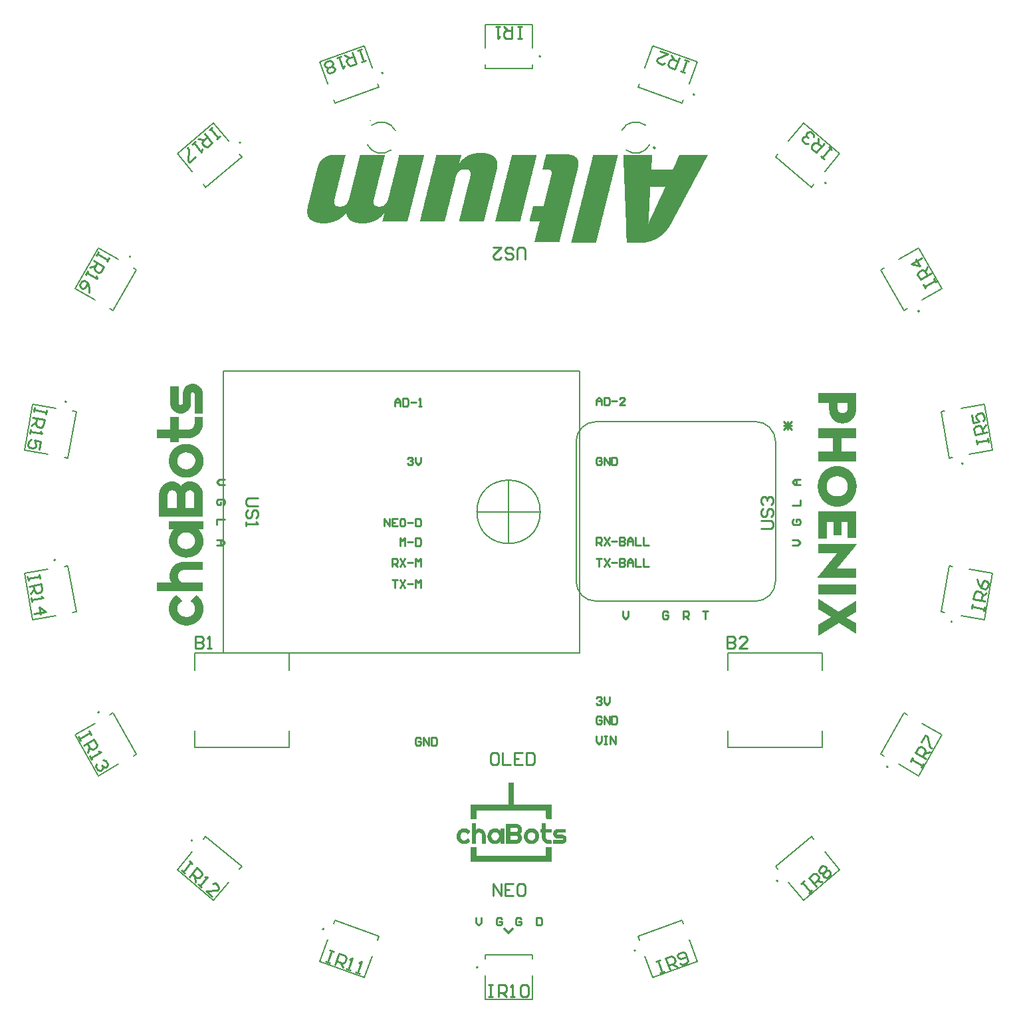
<source format=gbr>
G04*
G04 #@! TF.GenerationSoftware,Altium Limited,Altium Designer,25.4.2 (15)*
G04*
G04 Layer_Color=65535*
%FSLAX44Y44*%
%MOMM*%
G71*
G04*
G04 #@! TF.SameCoordinates,80CFFD5A-54A5-451F-B997-A2DA6E1B210F*
G04*
G04*
G04 #@! TF.FilePolarity,Positive*
G04*
G01*
G75*
%ADD10C,0.2000*%
%ADD11C,0.1270*%
%ADD12C,0.3000*%
%ADD13C,0.2540*%
G36*
X1066400Y1556800D02*
X1069600D01*
Y1556600D01*
X1071200D01*
Y1556400D01*
X1072200D01*
Y1556200D01*
X1073200D01*
Y1556000D01*
X1074000D01*
Y1555800D01*
X1074800D01*
Y1555600D01*
X1075400D01*
Y1555400D01*
X1076000D01*
Y1555200D01*
X1076600D01*
Y1555000D01*
X1077000D01*
Y1554800D01*
X1077400D01*
Y1554600D01*
X1077800D01*
Y1554400D01*
X1078400D01*
Y1554200D01*
X1078600D01*
Y1554000D01*
X1079000D01*
Y1553800D01*
X1079400D01*
Y1553600D01*
X1079800D01*
Y1553400D01*
X1080000D01*
Y1553200D01*
X1080400D01*
Y1553000D01*
X1080600D01*
Y1552800D01*
X1080800D01*
Y1552600D01*
X1081200D01*
Y1552400D01*
X1081400D01*
Y1552200D01*
X1081600D01*
Y1552000D01*
X1081800D01*
Y1551800D01*
X1082000D01*
Y1551600D01*
X1082400D01*
Y1551400D01*
X1082600D01*
Y1551200D01*
X1082800D01*
Y1551000D01*
X1083000D01*
Y1550600D01*
X1083200D01*
Y1550400D01*
X1083400D01*
Y1550200D01*
X1083600D01*
Y1549800D01*
X1083800D01*
Y1549600D01*
X1084000D01*
Y1549200D01*
X1084200D01*
Y1548800D01*
X1084400D01*
Y1548400D01*
X1084600D01*
Y1548000D01*
X1084800D01*
Y1547400D01*
X1085000D01*
Y1546800D01*
X1085200D01*
Y1546000D01*
X1085400D01*
Y1545000D01*
X1085600D01*
Y1543000D01*
X1085800D01*
Y1540800D01*
X1085600D01*
Y1538400D01*
X1085400D01*
Y1537000D01*
X1085200D01*
Y1535800D01*
X1085000D01*
Y1534800D01*
X1084800D01*
Y1534000D01*
X1084600D01*
Y1533200D01*
X1084400D01*
Y1532400D01*
X1084200D01*
Y1531600D01*
X1084000D01*
Y1530800D01*
X1083800D01*
Y1530000D01*
X1083600D01*
Y1529200D01*
X1083400D01*
Y1528400D01*
X1083200D01*
Y1527600D01*
X1083000D01*
Y1526800D01*
X1082800D01*
Y1526000D01*
X1082600D01*
Y1525200D01*
X1082400D01*
Y1524400D01*
X1082200D01*
Y1523600D01*
X1082000D01*
Y1522800D01*
X1081800D01*
Y1522000D01*
X1081600D01*
Y1521200D01*
X1081400D01*
Y1520400D01*
X1081200D01*
Y1519600D01*
X1081000D01*
Y1518800D01*
X1080800D01*
Y1518000D01*
X1080600D01*
Y1517200D01*
X1080400D01*
Y1516400D01*
X1080200D01*
Y1515600D01*
X1080000D01*
Y1514800D01*
X1079800D01*
Y1514000D01*
X1079600D01*
Y1513200D01*
X1079400D01*
Y1512400D01*
X1079200D01*
Y1511600D01*
X1079000D01*
Y1510800D01*
X1078800D01*
Y1510000D01*
X1078600D01*
Y1509200D01*
X1078400D01*
Y1508400D01*
X1078200D01*
Y1507600D01*
X1078000D01*
Y1506800D01*
X1077800D01*
Y1506000D01*
X1077600D01*
Y1505200D01*
X1077400D01*
Y1504400D01*
X1077200D01*
Y1503600D01*
X1077000D01*
Y1502800D01*
X1076800D01*
Y1502000D01*
X1076600D01*
Y1501200D01*
X1076400D01*
Y1500400D01*
X1076200D01*
Y1499600D01*
X1076000D01*
Y1498800D01*
X1075800D01*
Y1498000D01*
X1075600D01*
Y1497200D01*
X1075400D01*
Y1496400D01*
X1075200D01*
Y1495600D01*
X1075000D01*
Y1494800D01*
X1074800D01*
Y1494000D01*
X1074600D01*
Y1493200D01*
X1074400D01*
Y1492400D01*
X1074200D01*
Y1491600D01*
X1074000D01*
Y1490800D01*
X1073800D01*
Y1490000D01*
X1073600D01*
Y1489200D01*
X1073400D01*
Y1488400D01*
X1073200D01*
Y1487600D01*
X1073000D01*
Y1486800D01*
X1072800D01*
Y1486000D01*
X1072600D01*
Y1485200D01*
X1072400D01*
Y1484400D01*
X1072200D01*
Y1483600D01*
X1072000D01*
Y1482800D01*
X1071800D01*
Y1482000D01*
X1071600D01*
Y1481200D01*
X1071400D01*
Y1480400D01*
X1071200D01*
Y1479600D01*
X1071000D01*
Y1478800D01*
X1070800D01*
Y1478000D01*
X1070600D01*
Y1477200D01*
X1070400D01*
Y1476400D01*
X1070200D01*
Y1475600D01*
X1070000D01*
Y1474800D01*
X1069800D01*
Y1474000D01*
X1069600D01*
Y1473200D01*
X1069400D01*
Y1472400D01*
X1069200D01*
Y1471600D01*
X1069000D01*
Y1470800D01*
X1068800D01*
Y1470000D01*
X1068600D01*
Y1469800D01*
X1037000D01*
Y1470600D01*
X1037200D01*
Y1471400D01*
X1037400D01*
Y1472200D01*
X1037600D01*
Y1473000D01*
X1037800D01*
Y1473800D01*
X1038000D01*
Y1474600D01*
X1038200D01*
Y1475400D01*
X1038400D01*
Y1476200D01*
X1038600D01*
Y1477000D01*
X1038800D01*
Y1477800D01*
X1039000D01*
Y1478600D01*
X1039200D01*
Y1479400D01*
X1039400D01*
Y1480200D01*
X1039600D01*
Y1481000D01*
X1039800D01*
Y1481800D01*
X1040000D01*
Y1482600D01*
X1040200D01*
Y1483400D01*
X1040400D01*
Y1484200D01*
X1040600D01*
Y1485000D01*
X1040800D01*
Y1485800D01*
X1041000D01*
Y1486600D01*
X1041200D01*
Y1487400D01*
X1041400D01*
Y1488200D01*
X1041600D01*
Y1489000D01*
X1041800D01*
Y1489800D01*
X1042000D01*
Y1490600D01*
X1042200D01*
Y1491400D01*
X1042400D01*
Y1492200D01*
X1042600D01*
Y1493000D01*
X1042800D01*
Y1493800D01*
X1043000D01*
Y1494600D01*
X1043200D01*
Y1495400D01*
X1043400D01*
Y1496200D01*
X1043600D01*
Y1497000D01*
X1043800D01*
Y1497800D01*
X1044000D01*
Y1498600D01*
X1044200D01*
Y1499400D01*
X1044400D01*
Y1500200D01*
X1044600D01*
Y1501000D01*
X1044800D01*
Y1501800D01*
X1045000D01*
Y1502600D01*
X1045200D01*
Y1503400D01*
X1045400D01*
Y1504200D01*
X1045600D01*
Y1505000D01*
X1045800D01*
Y1505600D01*
Y1505800D01*
X1046000D01*
Y1506600D01*
X1046200D01*
Y1507400D01*
X1046400D01*
Y1508200D01*
X1046600D01*
Y1509000D01*
X1046800D01*
Y1509800D01*
X1047000D01*
Y1510600D01*
X1047200D01*
Y1511400D01*
X1047400D01*
Y1512200D01*
X1047600D01*
Y1512800D01*
X1047800D01*
Y1513600D01*
X1048000D01*
Y1514400D01*
X1048200D01*
Y1515200D01*
X1048400D01*
Y1516000D01*
X1048600D01*
Y1516800D01*
X1048800D01*
Y1517600D01*
X1049000D01*
Y1518400D01*
X1049200D01*
Y1519200D01*
X1049400D01*
Y1520000D01*
X1049600D01*
Y1520800D01*
X1049800D01*
Y1521600D01*
X1050000D01*
Y1522400D01*
X1050200D01*
Y1523200D01*
X1050400D01*
Y1524000D01*
X1050600D01*
Y1524800D01*
X1050800D01*
Y1525600D01*
X1051000D01*
Y1526400D01*
X1051200D01*
Y1527400D01*
X1051400D01*
Y1528600D01*
X1051600D01*
Y1531400D01*
X1051400D01*
Y1532200D01*
X1051200D01*
Y1532800D01*
X1051000D01*
Y1533200D01*
X1050800D01*
Y1533600D01*
X1050600D01*
Y1534000D01*
X1050400D01*
Y1534200D01*
X1050200D01*
Y1534400D01*
X1050000D01*
Y1534600D01*
X1049800D01*
Y1534800D01*
X1049400D01*
Y1535000D01*
X1049200D01*
Y1535200D01*
X1048800D01*
Y1535400D01*
X1048200D01*
Y1535600D01*
X1047600D01*
Y1535800D01*
X1046600D01*
Y1536000D01*
X1042600D01*
Y1535800D01*
X1041400D01*
Y1535600D01*
X1040800D01*
Y1535400D01*
X1040200D01*
Y1535200D01*
X1039600D01*
Y1535000D01*
X1039200D01*
Y1534800D01*
X1038800D01*
Y1534600D01*
X1038400D01*
Y1534400D01*
X1038200D01*
Y1534200D01*
X1037800D01*
Y1534000D01*
X1037600D01*
Y1533800D01*
X1037400D01*
Y1533600D01*
X1037000D01*
Y1533400D01*
X1036800D01*
Y1533200D01*
X1036600D01*
Y1533000D01*
X1036400D01*
Y1532800D01*
X1036200D01*
Y1532600D01*
X1036000D01*
Y1532400D01*
X1035800D01*
Y1532000D01*
X1035600D01*
Y1531800D01*
X1035400D01*
Y1531600D01*
X1035200D01*
Y1531200D01*
X1035000D01*
Y1531000D01*
X1034800D01*
Y1530600D01*
X1034600D01*
Y1530200D01*
X1034400D01*
Y1529800D01*
X1034200D01*
Y1529400D01*
X1034000D01*
Y1529000D01*
X1033800D01*
Y1528600D01*
X1033600D01*
Y1528000D01*
X1033400D01*
Y1527600D01*
X1033200D01*
Y1526800D01*
X1033000D01*
Y1526200D01*
X1032800D01*
Y1525400D01*
X1032600D01*
Y1524600D01*
X1032400D01*
Y1523800D01*
X1032200D01*
Y1523000D01*
X1032000D01*
Y1522200D01*
X1031800D01*
Y1521400D01*
X1031600D01*
Y1520600D01*
X1031400D01*
Y1519800D01*
X1031200D01*
Y1519000D01*
X1031000D01*
Y1518200D01*
X1030800D01*
Y1517400D01*
X1030600D01*
Y1516600D01*
X1030400D01*
Y1515800D01*
X1030200D01*
Y1515000D01*
X1030000D01*
Y1514200D01*
X1029800D01*
Y1513600D01*
X1029600D01*
Y1512800D01*
X1029400D01*
Y1512000D01*
X1029200D01*
Y1511200D01*
X1029000D01*
Y1510400D01*
X1028800D01*
Y1509600D01*
X1028600D01*
Y1508800D01*
X1028400D01*
Y1508000D01*
X1028200D01*
Y1507200D01*
X1028000D01*
Y1506400D01*
X1027800D01*
Y1505600D01*
X1027600D01*
Y1504800D01*
X1027400D01*
Y1504000D01*
X1027200D01*
Y1503200D01*
X1027000D01*
Y1502400D01*
X1026800D01*
Y1501600D01*
X1026600D01*
Y1500800D01*
X1026400D01*
Y1500000D01*
X1026200D01*
Y1499200D01*
X1026000D01*
Y1498400D01*
X1025800D01*
Y1497600D01*
X1025600D01*
Y1496800D01*
X1025400D01*
Y1496000D01*
X1025200D01*
Y1495200D01*
X1025000D01*
Y1494400D01*
X1024800D01*
Y1493600D01*
X1024600D01*
Y1492800D01*
X1024400D01*
Y1492000D01*
X1024200D01*
Y1491200D01*
X1024000D01*
Y1490400D01*
X1023800D01*
Y1489600D01*
X1023600D01*
Y1488800D01*
X1023400D01*
Y1488000D01*
X1023200D01*
Y1487200D01*
X1023000D01*
Y1486400D01*
X1022800D01*
Y1485600D01*
X1022600D01*
Y1484800D01*
X1022400D01*
Y1484000D01*
X1022200D01*
Y1483200D01*
X1022000D01*
Y1482400D01*
X1021800D01*
Y1481600D01*
X1021600D01*
Y1480800D01*
X1021400D01*
Y1480000D01*
X1021200D01*
Y1479200D01*
X1021000D01*
Y1478400D01*
X1020800D01*
Y1477600D01*
X1020600D01*
Y1476800D01*
X1020400D01*
Y1476000D01*
X1020200D01*
Y1475200D01*
X1020000D01*
Y1474400D01*
X1019800D01*
Y1473600D01*
X1019600D01*
Y1472800D01*
X1019400D01*
Y1472000D01*
X1019200D01*
Y1471200D01*
X1019000D01*
Y1470400D01*
X1018800D01*
Y1469800D01*
X987000D01*
Y1470200D01*
X987200D01*
Y1471000D01*
X987400D01*
Y1471800D01*
X987600D01*
Y1472600D01*
X987800D01*
Y1473400D01*
X988000D01*
Y1474200D01*
X988200D01*
Y1475000D01*
X988400D01*
Y1475800D01*
X988600D01*
Y1476600D01*
X988800D01*
Y1477400D01*
X989000D01*
Y1478200D01*
X989200D01*
Y1479000D01*
X989400D01*
Y1479800D01*
X989600D01*
Y1480600D01*
X989800D01*
Y1481400D01*
X990000D01*
Y1482200D01*
X990200D01*
Y1483000D01*
X990400D01*
Y1483800D01*
X990600D01*
Y1484600D01*
X990800D01*
Y1485400D01*
X991000D01*
Y1486200D01*
X991200D01*
Y1487000D01*
X991400D01*
Y1487800D01*
X991600D01*
Y1488600D01*
X991800D01*
Y1489400D01*
X992000D01*
Y1490200D01*
X992200D01*
Y1491000D01*
X992400D01*
Y1491800D01*
X992600D01*
Y1492600D01*
X992800D01*
Y1493400D01*
X993000D01*
Y1494200D01*
X993200D01*
Y1495000D01*
X993400D01*
Y1495800D01*
X993600D01*
Y1496600D01*
X993800D01*
Y1497400D01*
X994000D01*
Y1498200D01*
X994200D01*
Y1499000D01*
X994400D01*
Y1499800D01*
X994600D01*
Y1500600D01*
X994800D01*
Y1501400D01*
X995000D01*
Y1502200D01*
X995200D01*
Y1503000D01*
X995400D01*
Y1503800D01*
X995600D01*
Y1504600D01*
X995800D01*
Y1505400D01*
X996000D01*
Y1506200D01*
X996200D01*
Y1507000D01*
X996400D01*
Y1507800D01*
X996600D01*
Y1508600D01*
X996800D01*
Y1509400D01*
X997000D01*
Y1510200D01*
X997200D01*
Y1511000D01*
X997400D01*
Y1511800D01*
X997600D01*
Y1512600D01*
X997800D01*
Y1513400D01*
X998000D01*
Y1514200D01*
X998200D01*
Y1515000D01*
X998400D01*
Y1515800D01*
X998600D01*
Y1516600D01*
X998800D01*
Y1517400D01*
X999000D01*
Y1518200D01*
X999200D01*
Y1519000D01*
X999400D01*
Y1519800D01*
X999600D01*
Y1520600D01*
X999800D01*
Y1521400D01*
X1000000D01*
Y1522200D01*
X1000200D01*
Y1523000D01*
X1000400D01*
Y1523800D01*
X1000600D01*
Y1524600D01*
X1000800D01*
Y1525400D01*
X1001000D01*
Y1526200D01*
X1001200D01*
Y1527000D01*
X1001400D01*
Y1527800D01*
X1001600D01*
Y1528600D01*
X1001800D01*
Y1529400D01*
X1002000D01*
Y1530200D01*
X1002200D01*
Y1531000D01*
X1002400D01*
Y1531800D01*
X1002600D01*
Y1532600D01*
X1002800D01*
Y1533400D01*
X1003000D01*
Y1534200D01*
X1003200D01*
Y1535000D01*
X1003400D01*
Y1535800D01*
X1003600D01*
Y1536600D01*
X1003800D01*
Y1537400D01*
X1004000D01*
Y1538200D01*
X1004200D01*
Y1539000D01*
X1004400D01*
Y1539800D01*
X1004600D01*
Y1540600D01*
X1004800D01*
Y1541400D01*
X1005000D01*
Y1542200D01*
X1005200D01*
Y1543000D01*
X1005400D01*
Y1543800D01*
X1005600D01*
Y1544600D01*
X1005800D01*
Y1545400D01*
X1006000D01*
Y1546200D01*
X1006200D01*
Y1547000D01*
X1006400D01*
Y1547800D01*
X1006600D01*
Y1548600D01*
X1006800D01*
Y1549400D01*
X1007000D01*
Y1550200D01*
X1007200D01*
Y1551000D01*
X1007400D01*
Y1551800D01*
X1007600D01*
Y1552600D01*
X1007800D01*
Y1553400D01*
X1008000D01*
Y1554200D01*
X1008200D01*
Y1554800D01*
X1039800D01*
Y1554000D01*
X1039600D01*
Y1553200D01*
X1039400D01*
Y1552200D01*
X1039200D01*
Y1551400D01*
X1039000D01*
Y1550600D01*
X1038800D01*
Y1549800D01*
X1038600D01*
Y1549000D01*
X1038400D01*
Y1548200D01*
X1038200D01*
Y1547400D01*
X1038000D01*
Y1546600D01*
X1037800D01*
Y1545800D01*
X1037600D01*
Y1544800D01*
X1037400D01*
Y1544600D01*
X1038000D01*
Y1545000D01*
X1038200D01*
Y1545200D01*
X1038400D01*
Y1545400D01*
X1038600D01*
Y1545600D01*
X1038800D01*
Y1546000D01*
X1039000D01*
Y1546200D01*
X1039200D01*
Y1546400D01*
X1039400D01*
Y1546600D01*
X1039600D01*
Y1546800D01*
X1039800D01*
Y1547000D01*
X1040000D01*
Y1547200D01*
X1040200D01*
Y1547400D01*
X1040400D01*
Y1547600D01*
X1040600D01*
Y1547800D01*
X1040800D01*
Y1548000D01*
X1041000D01*
Y1548200D01*
X1041200D01*
Y1548400D01*
X1041400D01*
Y1548600D01*
X1041600D01*
Y1548800D01*
X1041800D01*
Y1549000D01*
X1042000D01*
Y1549200D01*
X1042200D01*
Y1549400D01*
X1042600D01*
Y1549600D01*
X1042800D01*
Y1549800D01*
X1043000D01*
Y1550000D01*
X1043200D01*
Y1550200D01*
X1043600D01*
Y1550400D01*
X1043800D01*
Y1550600D01*
X1044000D01*
Y1550800D01*
X1044400D01*
Y1551000D01*
X1044600D01*
Y1551200D01*
X1044800D01*
Y1551400D01*
X1045200D01*
Y1551600D01*
X1045400D01*
Y1551800D01*
X1045800D01*
Y1552000D01*
X1046000D01*
Y1552200D01*
X1046400D01*
Y1552400D01*
X1046800D01*
Y1552600D01*
X1047200D01*
Y1552800D01*
X1047400D01*
Y1553000D01*
X1047800D01*
Y1553200D01*
X1048200D01*
Y1553400D01*
X1048600D01*
Y1553600D01*
X1049000D01*
Y1553800D01*
X1049400D01*
Y1554000D01*
X1050000D01*
Y1554200D01*
X1050400D01*
Y1554400D01*
X1051000D01*
Y1554600D01*
X1051400D01*
Y1554800D01*
X1052000D01*
Y1555000D01*
X1052600D01*
Y1555200D01*
X1053200D01*
Y1555400D01*
X1054000D01*
Y1555600D01*
X1054600D01*
Y1555800D01*
X1055400D01*
Y1556000D01*
X1056400D01*
Y1556200D01*
X1057400D01*
Y1556400D01*
X1058600D01*
Y1556600D01*
X1060400D01*
Y1556800D01*
X1064200D01*
Y1557000D01*
X1066400D01*
Y1556800D01*
D02*
G37*
G36*
X1354200Y1554600D02*
X1354000D01*
Y1554200D01*
X1353800D01*
Y1553800D01*
X1353600D01*
Y1553400D01*
X1353400D01*
Y1553000D01*
X1353200D01*
Y1552800D01*
X1353000D01*
Y1552400D01*
X1352800D01*
Y1552000D01*
X1352600D01*
Y1551600D01*
X1352400D01*
Y1551200D01*
X1352200D01*
Y1550800D01*
X1352000D01*
Y1550400D01*
X1351800D01*
Y1550200D01*
X1351600D01*
Y1549800D01*
X1351400D01*
Y1549400D01*
X1351200D01*
Y1549000D01*
X1351000D01*
Y1548600D01*
X1350800D01*
Y1548200D01*
X1350600D01*
Y1547800D01*
X1350400D01*
Y1547400D01*
X1350200D01*
Y1547200D01*
X1350000D01*
Y1546800D01*
X1349800D01*
Y1546400D01*
X1349600D01*
Y1546000D01*
X1349400D01*
Y1545600D01*
X1349200D01*
Y1545200D01*
X1349000D01*
Y1544800D01*
X1348800D01*
Y1544600D01*
X1348600D01*
Y1544200D01*
X1348400D01*
Y1543800D01*
X1348200D01*
Y1543400D01*
X1348000D01*
Y1543000D01*
X1347800D01*
Y1542600D01*
X1347600D01*
Y1542200D01*
X1347400D01*
Y1542000D01*
X1347200D01*
Y1541600D01*
X1347000D01*
Y1541200D01*
X1346800D01*
Y1540800D01*
X1346600D01*
Y1540400D01*
X1346400D01*
Y1540000D01*
X1346200D01*
Y1539600D01*
X1346000D01*
Y1539200D01*
X1345800D01*
Y1539000D01*
X1345600D01*
Y1538600D01*
X1345400D01*
Y1538200D01*
X1345200D01*
Y1537800D01*
X1345000D01*
Y1537400D01*
X1344800D01*
Y1537000D01*
X1344600D01*
Y1536600D01*
X1344400D01*
Y1536400D01*
X1344200D01*
Y1536000D01*
X1344000D01*
Y1535600D01*
X1343800D01*
Y1535200D01*
X1343600D01*
Y1534800D01*
X1343400D01*
Y1534400D01*
X1343200D01*
Y1534000D01*
X1343000D01*
Y1533800D01*
X1342800D01*
Y1533400D01*
X1342600D01*
Y1533000D01*
X1342400D01*
Y1532600D01*
X1342200D01*
Y1532200D01*
X1342000D01*
Y1531800D01*
X1341800D01*
Y1531400D01*
X1341600D01*
Y1531200D01*
X1341400D01*
Y1530800D01*
X1341200D01*
Y1530400D01*
X1341000D01*
Y1530000D01*
X1340800D01*
Y1529600D01*
X1340600D01*
Y1529200D01*
X1340400D01*
Y1528800D01*
X1340200D01*
Y1528400D01*
X1340000D01*
Y1528200D01*
X1339800D01*
Y1527800D01*
X1339600D01*
Y1527400D01*
X1339400D01*
Y1527000D01*
X1339200D01*
Y1526600D01*
X1339000D01*
Y1526200D01*
X1338800D01*
Y1525800D01*
X1338600D01*
Y1525600D01*
X1338400D01*
Y1525200D01*
X1338200D01*
Y1524800D01*
X1338000D01*
Y1524400D01*
X1337800D01*
Y1524000D01*
X1337600D01*
Y1523600D01*
X1337400D01*
Y1523200D01*
X1337200D01*
Y1523000D01*
X1337000D01*
Y1522600D01*
X1336800D01*
Y1522200D01*
X1336600D01*
Y1521800D01*
X1336400D01*
Y1521400D01*
X1336200D01*
Y1521000D01*
X1336000D01*
Y1520600D01*
X1335800D01*
Y1520200D01*
X1335600D01*
Y1520000D01*
X1335400D01*
Y1519600D01*
X1335200D01*
Y1519200D01*
X1335000D01*
Y1518800D01*
X1334800D01*
Y1518400D01*
X1334600D01*
Y1518000D01*
X1334400D01*
Y1517600D01*
X1334200D01*
Y1517400D01*
X1334000D01*
Y1517000D01*
X1333800D01*
Y1516600D01*
X1333600D01*
Y1516200D01*
X1333400D01*
Y1515800D01*
X1333200D01*
Y1515400D01*
X1333000D01*
Y1515000D01*
X1332800D01*
Y1514800D01*
X1332600D01*
Y1514400D01*
X1332400D01*
Y1514000D01*
X1332200D01*
Y1513600D01*
X1332000D01*
Y1513200D01*
X1331800D01*
Y1512800D01*
X1331600D01*
Y1512400D01*
X1331400D01*
Y1512200D01*
X1331200D01*
Y1511800D01*
X1331000D01*
Y1511400D01*
X1330800D01*
Y1511000D01*
X1330600D01*
Y1510600D01*
X1330400D01*
Y1510200D01*
X1330200D01*
Y1509800D01*
X1330000D01*
Y1509400D01*
X1329800D01*
Y1509200D01*
X1329600D01*
Y1508800D01*
X1329400D01*
Y1508400D01*
X1329200D01*
Y1508000D01*
X1329000D01*
Y1507600D01*
X1328800D01*
Y1507200D01*
X1328600D01*
Y1506800D01*
X1328400D01*
Y1506600D01*
X1328200D01*
Y1506200D01*
X1328000D01*
Y1505800D01*
X1327800D01*
Y1505400D01*
X1327600D01*
Y1505000D01*
X1327400D01*
Y1504600D01*
X1327200D01*
Y1504200D01*
X1327000D01*
Y1504000D01*
X1326800D01*
Y1503600D01*
X1326600D01*
Y1503200D01*
X1326400D01*
Y1502800D01*
X1326200D01*
Y1502400D01*
X1326000D01*
Y1502000D01*
X1325800D01*
Y1501600D01*
X1325600D01*
Y1501200D01*
X1325400D01*
Y1501000D01*
X1325200D01*
Y1500600D01*
X1325000D01*
Y1500200D01*
X1324800D01*
Y1499800D01*
X1324600D01*
Y1499400D01*
X1324400D01*
Y1499000D01*
X1324200D01*
Y1498600D01*
X1324000D01*
Y1498400D01*
X1323800D01*
Y1498000D01*
X1323600D01*
Y1497600D01*
X1323400D01*
Y1497200D01*
X1323200D01*
Y1496800D01*
X1323000D01*
Y1496400D01*
X1322800D01*
Y1496000D01*
X1322600D01*
Y1495800D01*
X1322400D01*
Y1495400D01*
X1322200D01*
Y1495000D01*
X1322000D01*
Y1494600D01*
X1321800D01*
Y1494200D01*
X1321600D01*
Y1493800D01*
X1321400D01*
Y1493400D01*
X1321200D01*
Y1493200D01*
X1321000D01*
Y1492800D01*
X1320800D01*
Y1492400D01*
X1320600D01*
Y1492000D01*
X1320400D01*
Y1491600D01*
X1320200D01*
Y1491200D01*
X1320000D01*
Y1490800D01*
X1319800D01*
Y1490400D01*
X1319600D01*
Y1490200D01*
X1319400D01*
Y1489800D01*
X1319200D01*
Y1489400D01*
X1319000D01*
Y1489000D01*
X1318800D01*
Y1488600D01*
X1318600D01*
Y1488200D01*
X1318400D01*
Y1487800D01*
X1318200D01*
Y1487600D01*
X1318000D01*
Y1487200D01*
X1317800D01*
Y1486800D01*
X1317600D01*
Y1486400D01*
X1317400D01*
Y1486000D01*
X1317200D01*
Y1485600D01*
X1317000D01*
Y1485200D01*
X1316800D01*
Y1485000D01*
X1316600D01*
Y1484600D01*
X1316400D01*
Y1484200D01*
X1316200D01*
Y1483800D01*
X1316000D01*
Y1483400D01*
X1315800D01*
Y1483000D01*
X1315600D01*
Y1482600D01*
X1315400D01*
Y1482200D01*
X1315200D01*
Y1482000D01*
X1315000D01*
Y1481600D01*
X1314800D01*
Y1481200D01*
X1314600D01*
Y1480800D01*
X1314400D01*
Y1480400D01*
X1314200D01*
Y1480000D01*
X1314000D01*
Y1479600D01*
X1313800D01*
Y1479400D01*
X1313600D01*
Y1479000D01*
X1313400D01*
Y1478600D01*
X1313200D01*
Y1478200D01*
X1313000D01*
Y1477800D01*
X1312800D01*
Y1477400D01*
X1312600D01*
Y1477000D01*
X1312400D01*
Y1476800D01*
X1312200D01*
Y1476400D01*
X1312000D01*
Y1476000D01*
X1311800D01*
Y1475600D01*
X1311600D01*
Y1475200D01*
X1311400D01*
Y1474800D01*
X1311200D01*
Y1474400D01*
X1311000D01*
Y1474200D01*
X1310800D01*
Y1473800D01*
X1310600D01*
Y1473400D01*
X1310400D01*
Y1473000D01*
X1310200D01*
Y1472600D01*
X1310000D01*
Y1472200D01*
X1309800D01*
Y1471800D01*
X1309600D01*
Y1471400D01*
X1309400D01*
Y1471200D01*
X1309200D01*
Y1470800D01*
X1309000D01*
Y1470400D01*
X1308800D01*
Y1470000D01*
X1308600D01*
Y1469600D01*
X1308400D01*
Y1469200D01*
X1308200D01*
Y1468800D01*
X1308000D01*
Y1468600D01*
X1307800D01*
Y1468200D01*
X1307600D01*
Y1467800D01*
X1307400D01*
Y1467400D01*
X1307200D01*
Y1467000D01*
X1307000D01*
Y1466600D01*
X1306800D01*
Y1466200D01*
X1306600D01*
Y1466000D01*
X1306400D01*
Y1465600D01*
X1306200D01*
Y1465200D01*
X1306000D01*
Y1464800D01*
X1305800D01*
Y1464400D01*
X1305600D01*
Y1464200D01*
X1305400D01*
Y1463800D01*
X1305200D01*
Y1463400D01*
X1305000D01*
Y1463200D01*
X1304800D01*
Y1462800D01*
X1304600D01*
Y1462600D01*
X1304400D01*
Y1462200D01*
X1304200D01*
Y1462000D01*
X1304000D01*
Y1461600D01*
X1303800D01*
Y1461400D01*
X1303600D01*
Y1461000D01*
X1303400D01*
Y1460800D01*
X1303200D01*
Y1460400D01*
X1303000D01*
Y1460200D01*
X1302800D01*
Y1460000D01*
X1302600D01*
Y1459600D01*
X1302400D01*
Y1459400D01*
X1302200D01*
Y1459200D01*
X1302000D01*
Y1459000D01*
X1301800D01*
Y1458600D01*
X1301600D01*
Y1458400D01*
X1301400D01*
Y1458200D01*
X1301200D01*
Y1458000D01*
X1301000D01*
Y1457800D01*
X1300800D01*
Y1457400D01*
X1300600D01*
Y1457200D01*
X1300400D01*
Y1457000D01*
X1300200D01*
Y1456800D01*
X1300000D01*
Y1456600D01*
X1299800D01*
Y1456400D01*
X1299600D01*
Y1456200D01*
X1299400D01*
Y1456000D01*
X1299200D01*
Y1455800D01*
X1299000D01*
Y1455600D01*
X1298800D01*
Y1455400D01*
X1298600D01*
Y1455200D01*
X1298400D01*
Y1455000D01*
X1298200D01*
Y1454800D01*
X1298000D01*
Y1454600D01*
X1297800D01*
Y1454400D01*
X1297600D01*
Y1454200D01*
X1297400D01*
Y1454000D01*
X1297200D01*
Y1453800D01*
X1297000D01*
Y1453600D01*
X1296800D01*
Y1453400D01*
X1296600D01*
Y1453200D01*
X1296400D01*
Y1453000D01*
X1296000D01*
Y1452800D01*
X1295800D01*
Y1452600D01*
X1295600D01*
Y1452400D01*
X1295400D01*
Y1452200D01*
X1295200D01*
Y1452000D01*
X1294800D01*
Y1451800D01*
X1294600D01*
Y1451600D01*
X1294400D01*
Y1451400D01*
X1294200D01*
Y1451200D01*
X1293800D01*
Y1451000D01*
X1293600D01*
Y1450800D01*
X1293200D01*
Y1450600D01*
X1293000D01*
Y1450400D01*
X1292800D01*
Y1450200D01*
X1292400D01*
Y1450000D01*
X1292200D01*
Y1449800D01*
X1291800D01*
Y1449600D01*
X1291600D01*
Y1449400D01*
X1291200D01*
Y1449200D01*
X1291000D01*
Y1449000D01*
X1290600D01*
Y1448800D01*
X1290200D01*
Y1448600D01*
X1290000D01*
Y1448400D01*
X1289600D01*
Y1448200D01*
X1289200D01*
Y1448000D01*
X1288800D01*
Y1447800D01*
X1288600D01*
Y1447600D01*
X1288200D01*
Y1447400D01*
X1287800D01*
Y1447200D01*
X1287400D01*
Y1447000D01*
X1287000D01*
Y1446800D01*
X1286600D01*
Y1446600D01*
X1286200D01*
Y1446400D01*
X1285600D01*
Y1446200D01*
X1285200D01*
Y1446000D01*
X1284800D01*
Y1445800D01*
X1284200D01*
Y1445600D01*
X1283800D01*
Y1445400D01*
X1283200D01*
Y1445200D01*
X1282600D01*
Y1445000D01*
X1282200D01*
Y1444800D01*
X1281600D01*
Y1444600D01*
X1280800D01*
Y1444400D01*
X1280200D01*
Y1444200D01*
X1279600D01*
Y1444000D01*
X1278800D01*
Y1443800D01*
X1278000D01*
Y1443600D01*
X1277000D01*
Y1443400D01*
X1276000D01*
Y1443200D01*
X1274800D01*
Y1443000D01*
X1273400D01*
Y1442800D01*
X1271600D01*
Y1442600D01*
X1250600D01*
Y1443200D01*
X1250400D01*
Y1448400D01*
X1250200D01*
Y1453800D01*
X1250000D01*
Y1459000D01*
X1249800D01*
Y1464400D01*
X1249600D01*
Y1469600D01*
X1249400D01*
Y1475000D01*
X1249200D01*
Y1480200D01*
X1249000D01*
Y1485600D01*
X1248800D01*
Y1490800D01*
X1248600D01*
Y1496200D01*
X1248400D01*
Y1501400D01*
X1248200D01*
Y1506800D01*
X1248000D01*
Y1512000D01*
X1247800D01*
Y1517400D01*
X1247600D01*
Y1522600D01*
X1247400D01*
Y1528000D01*
X1247200D01*
Y1533200D01*
X1247000D01*
Y1538600D01*
X1246800D01*
Y1543800D01*
X1246600D01*
Y1549200D01*
X1246400D01*
Y1554400D01*
X1246200D01*
Y1554800D01*
X1282800D01*
Y1552000D01*
X1282600D01*
Y1548200D01*
X1282400D01*
Y1544600D01*
X1282200D01*
Y1540800D01*
X1282000D01*
Y1537200D01*
X1281800D01*
Y1535400D01*
X1309200D01*
Y1535800D01*
X1309400D01*
Y1536200D01*
X1309600D01*
Y1536600D01*
X1309800D01*
Y1537000D01*
X1310000D01*
Y1537600D01*
X1310200D01*
Y1538000D01*
X1310400D01*
Y1538400D01*
X1310600D01*
Y1538800D01*
X1310800D01*
Y1539400D01*
X1311000D01*
Y1539800D01*
X1311200D01*
Y1540200D01*
X1311400D01*
Y1540800D01*
X1311600D01*
Y1541200D01*
X1311800D01*
Y1541600D01*
X1312000D01*
Y1542000D01*
X1312200D01*
Y1542600D01*
X1312400D01*
Y1543000D01*
X1312600D01*
Y1543400D01*
X1312800D01*
Y1543800D01*
X1313000D01*
Y1544400D01*
X1313200D01*
Y1544800D01*
X1313400D01*
Y1545200D01*
X1313600D01*
Y1545800D01*
X1313800D01*
Y1546200D01*
X1314000D01*
Y1546600D01*
X1314200D01*
Y1547000D01*
X1314400D01*
Y1547600D01*
X1314600D01*
Y1548000D01*
X1314800D01*
Y1548400D01*
X1315000D01*
Y1548800D01*
X1315200D01*
Y1549400D01*
X1315400D01*
Y1549800D01*
X1315600D01*
Y1550200D01*
X1315800D01*
Y1550800D01*
X1316000D01*
Y1551200D01*
X1316200D01*
Y1551600D01*
X1316400D01*
Y1552000D01*
X1316600D01*
Y1552600D01*
X1316800D01*
Y1553000D01*
X1317000D01*
Y1553400D01*
X1317200D01*
Y1553800D01*
X1317400D01*
Y1554400D01*
X1317600D01*
Y1554800D01*
X1354200D01*
Y1554600D01*
D02*
G37*
G36*
X992600Y1554000D02*
X992400D01*
Y1553200D01*
X992200D01*
Y1552400D01*
X992000D01*
Y1551600D01*
X991800D01*
Y1550800D01*
X991600D01*
Y1550000D01*
X991400D01*
Y1549200D01*
X991200D01*
Y1548400D01*
X991000D01*
Y1547600D01*
X990800D01*
Y1546800D01*
X990600D01*
Y1546000D01*
X990400D01*
Y1545200D01*
X990200D01*
Y1544400D01*
X990000D01*
Y1543600D01*
X989800D01*
Y1542800D01*
X989600D01*
Y1542000D01*
X989400D01*
Y1541200D01*
X989200D01*
Y1540400D01*
X989000D01*
Y1539600D01*
X988800D01*
Y1538800D01*
X988600D01*
Y1538000D01*
X988400D01*
Y1537400D01*
X988200D01*
Y1536600D01*
X988000D01*
Y1535800D01*
X987800D01*
Y1535000D01*
X987600D01*
Y1534200D01*
X987400D01*
Y1533400D01*
X987200D01*
Y1532600D01*
X987000D01*
Y1531800D01*
X986800D01*
Y1531000D01*
X986600D01*
Y1530200D01*
X986400D01*
Y1529400D01*
X986200D01*
Y1528600D01*
X986000D01*
Y1527800D01*
X985800D01*
Y1527000D01*
X985600D01*
Y1526200D01*
X985400D01*
Y1525400D01*
X985200D01*
Y1524600D01*
X985000D01*
Y1523800D01*
X984800D01*
Y1523000D01*
X984600D01*
Y1522200D01*
X984400D01*
Y1521400D01*
X984200D01*
Y1520600D01*
X984000D01*
Y1519800D01*
X983800D01*
Y1519000D01*
X983600D01*
Y1518200D01*
X983400D01*
Y1517400D01*
X983200D01*
Y1516600D01*
X983000D01*
Y1515800D01*
X982800D01*
Y1515000D01*
X982600D01*
Y1514200D01*
X982400D01*
Y1513400D01*
X982200D01*
Y1512600D01*
X982000D01*
Y1511800D01*
X981800D01*
Y1511000D01*
X981600D01*
Y1510200D01*
X981400D01*
Y1509400D01*
X981200D01*
Y1508600D01*
X981000D01*
Y1507800D01*
X980800D01*
Y1507000D01*
X980600D01*
Y1506200D01*
X980400D01*
Y1505400D01*
X980200D01*
Y1504600D01*
X980000D01*
Y1503800D01*
X979800D01*
Y1503000D01*
X979600D01*
Y1502200D01*
X979400D01*
Y1501400D01*
X979200D01*
Y1500600D01*
X979000D01*
Y1499800D01*
X978800D01*
Y1499000D01*
X978600D01*
Y1498200D01*
X978400D01*
Y1497400D01*
X978200D01*
Y1496600D01*
X978000D01*
Y1495800D01*
X977800D01*
Y1495000D01*
X977600D01*
Y1494200D01*
X977400D01*
Y1493400D01*
X977200D01*
Y1492600D01*
X977000D01*
Y1491800D01*
X976800D01*
Y1491000D01*
X976600D01*
Y1490200D01*
X976400D01*
Y1489600D01*
X976200D01*
Y1488800D01*
X976000D01*
Y1488000D01*
X975800D01*
Y1487200D01*
X975600D01*
Y1486400D01*
X975400D01*
Y1485600D01*
X975200D01*
Y1484800D01*
X975000D01*
Y1484000D01*
X974800D01*
Y1483200D01*
X974600D01*
Y1482400D01*
X974400D01*
Y1481600D01*
X974200D01*
Y1480800D01*
X974000D01*
Y1480000D01*
X973800D01*
Y1479200D01*
X973600D01*
Y1478400D01*
X973400D01*
Y1477600D01*
X973200D01*
Y1476800D01*
X973000D01*
Y1476000D01*
X972800D01*
Y1475200D01*
X972600D01*
Y1474400D01*
X972400D01*
Y1473600D01*
X972200D01*
Y1472800D01*
X972000D01*
Y1472000D01*
X971800D01*
Y1471200D01*
X971600D01*
Y1470400D01*
X971400D01*
Y1469800D01*
X971200D01*
Y1469600D01*
X939400D01*
Y1470600D01*
X939600D01*
Y1471400D01*
X939800D01*
Y1472200D01*
X940000D01*
Y1473000D01*
X940200D01*
Y1473800D01*
X940400D01*
Y1474600D01*
X940600D01*
Y1475400D01*
X940800D01*
Y1476200D01*
X941000D01*
Y1477000D01*
X941200D01*
Y1477800D01*
X941400D01*
Y1478600D01*
X941600D01*
Y1479600D01*
X941800D01*
Y1480000D01*
X941400D01*
Y1479800D01*
X941200D01*
Y1479600D01*
X941000D01*
Y1479400D01*
X940800D01*
Y1479200D01*
X940600D01*
Y1478800D01*
X940400D01*
Y1478600D01*
X940200D01*
Y1478400D01*
X940000D01*
Y1478200D01*
X939800D01*
Y1478000D01*
X939600D01*
Y1477800D01*
X939400D01*
Y1477600D01*
X939200D01*
Y1477200D01*
X939000D01*
Y1477000D01*
X938800D01*
Y1476800D01*
X938600D01*
Y1476600D01*
X938400D01*
Y1476400D01*
X938200D01*
Y1476200D01*
X938000D01*
Y1476000D01*
X937600D01*
Y1475800D01*
X937400D01*
Y1475600D01*
X937200D01*
Y1475400D01*
X937000D01*
Y1475200D01*
X936800D01*
Y1475000D01*
X936600D01*
Y1474800D01*
X936400D01*
Y1474600D01*
X936200D01*
Y1474400D01*
X935800D01*
Y1474200D01*
X935600D01*
Y1474000D01*
X935400D01*
Y1473800D01*
X935000D01*
Y1473600D01*
X934800D01*
Y1473400D01*
X934600D01*
Y1473200D01*
X934200D01*
Y1473000D01*
X934000D01*
Y1472800D01*
X933600D01*
Y1472600D01*
X933400D01*
Y1472400D01*
X933000D01*
Y1472200D01*
X932600D01*
Y1472000D01*
X932400D01*
Y1471800D01*
X932000D01*
Y1471600D01*
X931600D01*
Y1471400D01*
X931200D01*
Y1471200D01*
X931000D01*
Y1471000D01*
X930600D01*
Y1470800D01*
X930200D01*
Y1470600D01*
X929800D01*
Y1470400D01*
X929200D01*
Y1470200D01*
X928800D01*
Y1470000D01*
X928400D01*
Y1469800D01*
X927800D01*
Y1469600D01*
X927200D01*
Y1469400D01*
X926600D01*
Y1469200D01*
X926000D01*
Y1469000D01*
X925400D01*
Y1468800D01*
X924800D01*
Y1468600D01*
X924000D01*
Y1468400D01*
X923200D01*
Y1468200D01*
X922200D01*
Y1468000D01*
X921000D01*
Y1467800D01*
X919600D01*
Y1467600D01*
X917400D01*
Y1467400D01*
X910800D01*
Y1467600D01*
X908600D01*
Y1467800D01*
X907000D01*
Y1468000D01*
X905800D01*
Y1468200D01*
X905000D01*
Y1468400D01*
X904200D01*
Y1468600D01*
X903400D01*
Y1468800D01*
X902800D01*
Y1469000D01*
X902200D01*
Y1469200D01*
X901800D01*
Y1469400D01*
X901200D01*
Y1469600D01*
X900800D01*
Y1469800D01*
X900400D01*
Y1470000D01*
X900000D01*
Y1470200D01*
X899600D01*
Y1470400D01*
X899400D01*
Y1470600D01*
X899000D01*
Y1470800D01*
X898800D01*
Y1471000D01*
X898600D01*
Y1471200D01*
X898200D01*
Y1471400D01*
X898000D01*
Y1471600D01*
X897800D01*
Y1471800D01*
X897600D01*
Y1472000D01*
X897400D01*
Y1472200D01*
X897200D01*
Y1472400D01*
X897000D01*
Y1472600D01*
X896800D01*
Y1472800D01*
X896600D01*
Y1473000D01*
X896400D01*
Y1473200D01*
X896200D01*
Y1473600D01*
X896000D01*
Y1473800D01*
X895800D01*
Y1474000D01*
X895600D01*
Y1474400D01*
X895400D01*
Y1474600D01*
X895200D01*
Y1475000D01*
X895000D01*
Y1475400D01*
X894800D01*
Y1475800D01*
X894600D01*
Y1476200D01*
X894400D01*
Y1476600D01*
X894200D01*
Y1477200D01*
X894000D01*
Y1477800D01*
X893800D01*
Y1478400D01*
X893600D01*
Y1479000D01*
X893400D01*
Y1480000D01*
X893200D01*
Y1480400D01*
X893000D01*
Y1480200D01*
X892800D01*
Y1480000D01*
X892600D01*
Y1479600D01*
X892400D01*
Y1479400D01*
X892200D01*
Y1479200D01*
X892000D01*
Y1479000D01*
X891800D01*
Y1478800D01*
X891600D01*
Y1478600D01*
X891400D01*
Y1478400D01*
X891200D01*
Y1478200D01*
X891000D01*
Y1478000D01*
X890800D01*
Y1477800D01*
X890600D01*
Y1477600D01*
X890400D01*
Y1477400D01*
X890200D01*
Y1477200D01*
X890000D01*
Y1477000D01*
X889800D01*
Y1476800D01*
X889600D01*
Y1476600D01*
X889400D01*
Y1476400D01*
X889200D01*
Y1476200D01*
X889000D01*
Y1476000D01*
X888800D01*
Y1475800D01*
X888600D01*
Y1475600D01*
X888400D01*
Y1475400D01*
X888200D01*
Y1475200D01*
X887800D01*
Y1475000D01*
X887600D01*
Y1474800D01*
X887400D01*
Y1474600D01*
X887200D01*
Y1474400D01*
X886800D01*
Y1474200D01*
X886600D01*
Y1474000D01*
X886400D01*
Y1473800D01*
X886000D01*
Y1473600D01*
X885800D01*
Y1473400D01*
X885400D01*
Y1473200D01*
X885200D01*
Y1473000D01*
X884800D01*
Y1472800D01*
X884600D01*
Y1472600D01*
X884200D01*
Y1472400D01*
X883800D01*
Y1472200D01*
X883600D01*
Y1472000D01*
X883200D01*
Y1471800D01*
X882800D01*
Y1471600D01*
X882400D01*
Y1471400D01*
X882000D01*
Y1471200D01*
X881600D01*
Y1471000D01*
X881200D01*
Y1470800D01*
X880800D01*
Y1470600D01*
X880400D01*
Y1470400D01*
X879800D01*
Y1470200D01*
X879200D01*
Y1470000D01*
X878800D01*
Y1469800D01*
X878200D01*
Y1469600D01*
X877600D01*
Y1469400D01*
X877000D01*
Y1469200D01*
X876400D01*
Y1469000D01*
X875600D01*
Y1468800D01*
X875000D01*
Y1468600D01*
X874200D01*
Y1468400D01*
X873400D01*
Y1468200D01*
X872400D01*
Y1468000D01*
X871200D01*
Y1467800D01*
X869800D01*
Y1467600D01*
X867800D01*
Y1467400D01*
X861200D01*
Y1467600D01*
X859200D01*
Y1467800D01*
X857800D01*
Y1468000D01*
X856800D01*
Y1468200D01*
X855800D01*
Y1468400D01*
X855000D01*
Y1468600D01*
X854200D01*
Y1468800D01*
X853600D01*
Y1469000D01*
X853000D01*
Y1469200D01*
X852400D01*
Y1469400D01*
X852000D01*
Y1469600D01*
X851400D01*
Y1469800D01*
X851000D01*
Y1470000D01*
X850600D01*
Y1470200D01*
X850200D01*
Y1470400D01*
X849800D01*
Y1470600D01*
X849400D01*
Y1470800D01*
X849200D01*
Y1471000D01*
X848800D01*
Y1471200D01*
X848400D01*
Y1471400D01*
X848200D01*
Y1471600D01*
X848000D01*
Y1471800D01*
X847600D01*
Y1472000D01*
X847400D01*
Y1472200D01*
X847200D01*
Y1472400D01*
X847000D01*
Y1472600D01*
X846800D01*
Y1472800D01*
X846600D01*
Y1473000D01*
X846400D01*
Y1473200D01*
X846200D01*
Y1473600D01*
X846000D01*
Y1473800D01*
X845800D01*
Y1474000D01*
X845600D01*
Y1474400D01*
X845400D01*
Y1474800D01*
X845200D01*
Y1475200D01*
X845000D01*
Y1475600D01*
X844800D01*
Y1476000D01*
X844600D01*
Y1476600D01*
X844400D01*
Y1477200D01*
X844200D01*
Y1477800D01*
X844000D01*
Y1478800D01*
X843800D01*
Y1479800D01*
Y1480000D01*
Y1480200D01*
X843600D01*
Y1484400D01*
X843800D01*
Y1486200D01*
X844000D01*
Y1487600D01*
X844200D01*
Y1488600D01*
X844400D01*
Y1489600D01*
X844600D01*
Y1490600D01*
X844800D01*
Y1491400D01*
X845000D01*
Y1492200D01*
X845200D01*
Y1493000D01*
X845400D01*
Y1493800D01*
X845600D01*
Y1494600D01*
X845800D01*
Y1495400D01*
X846000D01*
Y1496200D01*
X846200D01*
Y1496800D01*
X846400D01*
Y1497600D01*
X846600D01*
Y1498400D01*
X846800D01*
Y1499200D01*
X847000D01*
Y1500000D01*
X847200D01*
Y1500800D01*
X847400D01*
Y1501600D01*
X847600D01*
Y1502400D01*
X847800D01*
Y1503200D01*
X848000D01*
Y1504000D01*
X848200D01*
Y1504800D01*
X848400D01*
Y1505600D01*
X848600D01*
Y1506400D01*
X848800D01*
Y1507200D01*
X849000D01*
Y1508000D01*
X849200D01*
Y1508800D01*
X849400D01*
Y1509600D01*
X849600D01*
Y1510400D01*
X849800D01*
Y1511200D01*
X850000D01*
Y1512000D01*
X850200D01*
Y1512800D01*
X850400D01*
Y1513600D01*
X850600D01*
Y1514400D01*
X850800D01*
Y1515200D01*
X851000D01*
Y1516000D01*
X851200D01*
Y1516800D01*
X851400D01*
Y1517600D01*
X851600D01*
Y1518400D01*
X851800D01*
Y1519200D01*
X852000D01*
Y1520000D01*
X852200D01*
Y1520800D01*
X852400D01*
Y1521600D01*
X852600D01*
Y1522400D01*
X852800D01*
Y1523200D01*
X853000D01*
Y1524000D01*
X853200D01*
Y1524800D01*
X853400D01*
Y1525600D01*
X853600D01*
Y1526400D01*
X853800D01*
Y1527200D01*
X854000D01*
Y1528000D01*
X854200D01*
Y1528800D01*
X854400D01*
Y1529600D01*
X854600D01*
Y1530400D01*
X854800D01*
Y1531200D01*
X855000D01*
Y1532000D01*
X855200D01*
Y1532800D01*
X855400D01*
Y1533600D01*
X855600D01*
Y1534400D01*
X855800D01*
Y1535200D01*
X856000D01*
Y1536000D01*
X856200D01*
Y1536800D01*
X856400D01*
Y1537600D01*
X856600D01*
Y1538400D01*
X856800D01*
Y1539200D01*
X857000D01*
Y1539800D01*
X857200D01*
Y1540400D01*
X857400D01*
Y1541000D01*
X857600D01*
Y1541600D01*
X857800D01*
Y1542000D01*
X858000D01*
Y1542400D01*
X858200D01*
Y1542800D01*
X858400D01*
Y1543200D01*
X858600D01*
Y1543600D01*
X858800D01*
Y1544000D01*
X859000D01*
Y1544400D01*
X859200D01*
Y1544600D01*
X859400D01*
Y1545000D01*
X859600D01*
Y1545200D01*
X859800D01*
Y1545600D01*
X860000D01*
Y1545800D01*
X860200D01*
Y1546000D01*
X860400D01*
Y1546200D01*
X860600D01*
Y1546600D01*
X860800D01*
Y1546800D01*
X861000D01*
Y1547000D01*
X861200D01*
Y1547200D01*
X861400D01*
Y1547400D01*
X861600D01*
Y1547600D01*
X861800D01*
Y1547800D01*
X862000D01*
Y1548000D01*
X862200D01*
Y1548200D01*
X862400D01*
Y1548400D01*
X862600D01*
Y1548600D01*
X862800D01*
Y1548800D01*
X863000D01*
Y1549000D01*
X863200D01*
Y1549200D01*
X863400D01*
Y1549400D01*
X863600D01*
Y1549600D01*
X864000D01*
Y1549800D01*
X864200D01*
Y1550000D01*
X864400D01*
Y1550200D01*
X864800D01*
Y1550400D01*
X865000D01*
Y1550600D01*
X865400D01*
Y1550800D01*
X865600D01*
Y1551000D01*
X866000D01*
Y1551200D01*
X866200D01*
Y1551400D01*
X866600D01*
Y1551600D01*
X867000D01*
Y1551800D01*
X867200D01*
Y1552000D01*
X867600D01*
Y1552200D01*
X868000D01*
Y1552400D01*
X868400D01*
Y1552600D01*
X869000D01*
Y1552800D01*
X869400D01*
Y1553000D01*
X869800D01*
Y1553200D01*
X870400D01*
Y1553400D01*
X871000D01*
Y1553600D01*
X871600D01*
Y1553800D01*
X872200D01*
Y1554000D01*
X873000D01*
Y1554200D01*
X873800D01*
Y1554400D01*
X875000D01*
Y1554600D01*
X876600D01*
Y1554800D01*
X892600D01*
Y1554600D01*
X892400D01*
Y1553800D01*
X892200D01*
Y1553000D01*
X892000D01*
Y1552200D01*
X891800D01*
Y1551400D01*
X891600D01*
Y1550600D01*
X891400D01*
Y1549800D01*
X891200D01*
Y1549000D01*
X891000D01*
Y1548200D01*
X890800D01*
Y1547400D01*
X890600D01*
Y1546600D01*
X890400D01*
Y1545800D01*
X890200D01*
Y1545000D01*
X890000D01*
Y1544200D01*
X889800D01*
Y1543400D01*
X889600D01*
Y1542600D01*
X889400D01*
Y1541800D01*
X889200D01*
Y1541000D01*
X889000D01*
Y1540200D01*
X888800D01*
Y1539400D01*
X888600D01*
Y1538600D01*
X888400D01*
Y1537800D01*
X888200D01*
Y1537000D01*
X888000D01*
Y1536200D01*
X887800D01*
Y1535400D01*
X887600D01*
Y1534600D01*
X887400D01*
Y1533800D01*
X887200D01*
Y1533000D01*
X887000D01*
Y1532200D01*
X886800D01*
Y1531400D01*
X886600D01*
Y1530600D01*
X886400D01*
Y1529800D01*
X886200D01*
Y1529000D01*
X886000D01*
Y1528200D01*
X885800D01*
Y1527400D01*
X885600D01*
Y1526600D01*
X885400D01*
Y1525800D01*
X885200D01*
Y1525000D01*
X885000D01*
Y1524200D01*
X884800D01*
Y1523400D01*
X884600D01*
Y1522600D01*
X884400D01*
Y1521800D01*
X884200D01*
Y1521000D01*
X884000D01*
Y1520200D01*
X883800D01*
Y1519400D01*
X883600D01*
Y1518600D01*
X883400D01*
Y1517800D01*
X883200D01*
Y1517000D01*
X883000D01*
Y1516200D01*
X882800D01*
Y1515400D01*
X882600D01*
Y1514600D01*
X882400D01*
Y1513800D01*
X882200D01*
Y1513000D01*
X882000D01*
Y1512200D01*
X881800D01*
Y1511400D01*
X881600D01*
Y1510600D01*
X881400D01*
Y1509800D01*
X881200D01*
Y1509000D01*
X881000D01*
Y1508200D01*
X880800D01*
Y1507400D01*
X880600D01*
Y1506600D01*
X880400D01*
Y1505800D01*
X880200D01*
Y1505000D01*
X880000D01*
Y1504200D01*
X879800D01*
Y1503400D01*
X879600D01*
Y1502600D01*
X879400D01*
Y1501800D01*
X879200D01*
Y1501000D01*
X879000D01*
Y1500200D01*
X878800D01*
Y1499400D01*
X878600D01*
Y1498600D01*
X878400D01*
Y1497800D01*
X878200D01*
Y1496800D01*
X878000D01*
Y1495400D01*
X877800D01*
Y1493400D01*
X878000D01*
Y1492400D01*
X878200D01*
Y1491800D01*
X878400D01*
Y1491400D01*
X878600D01*
Y1491000D01*
X878800D01*
Y1490800D01*
X879000D01*
Y1490400D01*
X879200D01*
Y1490200D01*
X879400D01*
Y1490000D01*
X879600D01*
Y1489800D01*
X880000D01*
Y1489600D01*
X880200D01*
Y1489400D01*
X880600D01*
Y1489200D01*
X881200D01*
Y1489000D01*
X881800D01*
Y1488800D01*
X882800D01*
Y1488600D01*
X887200D01*
Y1488800D01*
X888200D01*
Y1489000D01*
X889000D01*
Y1489200D01*
X889600D01*
Y1489400D01*
X890200D01*
Y1489600D01*
X890600D01*
Y1489800D01*
X891000D01*
Y1490000D01*
X891200D01*
Y1490200D01*
X891600D01*
Y1490400D01*
X892000D01*
Y1490600D01*
X892200D01*
Y1490800D01*
X892400D01*
Y1491000D01*
X892600D01*
Y1491200D01*
X893000D01*
Y1491400D01*
X893200D01*
Y1491600D01*
X893400D01*
Y1491800D01*
X893600D01*
Y1492000D01*
X893800D01*
Y1492400D01*
X894000D01*
Y1492600D01*
X894200D01*
Y1492800D01*
X894400D01*
Y1493000D01*
X894600D01*
Y1493400D01*
X894800D01*
Y1493600D01*
X895000D01*
Y1494000D01*
X895200D01*
Y1494400D01*
X895400D01*
Y1494800D01*
X895600D01*
Y1495200D01*
X895800D01*
Y1495600D01*
X896000D01*
Y1496000D01*
X896200D01*
Y1496600D01*
X896400D01*
Y1497200D01*
X896600D01*
Y1497800D01*
X896800D01*
Y1498400D01*
X897000D01*
Y1499200D01*
X897200D01*
Y1500000D01*
X897400D01*
Y1500800D01*
X897600D01*
Y1501600D01*
X897800D01*
Y1502400D01*
X898000D01*
Y1503200D01*
X898200D01*
Y1504000D01*
X898400D01*
Y1504800D01*
X898600D01*
Y1505600D01*
X898800D01*
Y1506400D01*
X899000D01*
Y1507200D01*
X899200D01*
Y1508000D01*
X899400D01*
Y1508800D01*
X899600D01*
Y1509600D01*
X899800D01*
Y1510400D01*
X900000D01*
Y1511200D01*
X900200D01*
Y1512000D01*
X900400D01*
Y1512800D01*
X900600D01*
Y1513600D01*
X900800D01*
Y1514400D01*
X901000D01*
Y1515200D01*
X901200D01*
Y1516000D01*
X901400D01*
Y1516800D01*
X901600D01*
Y1517600D01*
X901800D01*
Y1518400D01*
X902000D01*
Y1519200D01*
X902200D01*
Y1520000D01*
X902400D01*
Y1520800D01*
X902600D01*
Y1521600D01*
X902800D01*
Y1522400D01*
X903000D01*
Y1523200D01*
X903200D01*
Y1524000D01*
X903400D01*
Y1524800D01*
X903600D01*
Y1525600D01*
X903800D01*
Y1526400D01*
X904000D01*
Y1527200D01*
X904200D01*
Y1527800D01*
X904400D01*
Y1528600D01*
X904600D01*
Y1529400D01*
X904800D01*
Y1530200D01*
X905000D01*
Y1531000D01*
X905200D01*
Y1531800D01*
X905400D01*
Y1532600D01*
X905600D01*
Y1533400D01*
X905800D01*
Y1534200D01*
X906000D01*
Y1535000D01*
X906200D01*
Y1535800D01*
X906400D01*
Y1536600D01*
X906600D01*
Y1537400D01*
X906800D01*
Y1538200D01*
X907000D01*
Y1539000D01*
X907200D01*
Y1539800D01*
X907400D01*
Y1540600D01*
X907600D01*
Y1541400D01*
X907800D01*
Y1542200D01*
X908000D01*
Y1543000D01*
X908200D01*
Y1543800D01*
X908400D01*
Y1544600D01*
X908600D01*
Y1545400D01*
X908800D01*
Y1546200D01*
X909000D01*
Y1547000D01*
X909200D01*
Y1547800D01*
X909400D01*
Y1548600D01*
X909600D01*
Y1549400D01*
X909800D01*
Y1550200D01*
X910000D01*
Y1551000D01*
X910200D01*
Y1551800D01*
X910400D01*
Y1552600D01*
X910600D01*
Y1553400D01*
X910800D01*
Y1554200D01*
X911000D01*
Y1554800D01*
X942800D01*
Y1554600D01*
X942600D01*
Y1553800D01*
X942400D01*
Y1553000D01*
X942200D01*
Y1552200D01*
X942000D01*
Y1551400D01*
X941800D01*
Y1550600D01*
X941600D01*
Y1549800D01*
X941400D01*
Y1549000D01*
X941200D01*
Y1548200D01*
X941000D01*
Y1547400D01*
X940800D01*
Y1546600D01*
X940600D01*
Y1545800D01*
X940400D01*
Y1545000D01*
X940200D01*
Y1544200D01*
X940000D01*
Y1543400D01*
X939800D01*
Y1542600D01*
X939600D01*
Y1542000D01*
X939400D01*
Y1541200D01*
X939200D01*
Y1540400D01*
X939000D01*
Y1539600D01*
X938800D01*
Y1538800D01*
X938600D01*
Y1538000D01*
X938400D01*
Y1537200D01*
X938200D01*
Y1536400D01*
X938000D01*
Y1535600D01*
X937800D01*
Y1534800D01*
X937600D01*
Y1534000D01*
X937400D01*
Y1533200D01*
X937200D01*
Y1532400D01*
X937000D01*
Y1531600D01*
X936800D01*
Y1530800D01*
X936600D01*
Y1530000D01*
X936400D01*
Y1529200D01*
X936200D01*
Y1528400D01*
X936000D01*
Y1527600D01*
X935800D01*
Y1526800D01*
X935600D01*
Y1526000D01*
X935400D01*
Y1525200D01*
X935200D01*
Y1524400D01*
X935000D01*
Y1523600D01*
X934800D01*
Y1522800D01*
X934600D01*
Y1522000D01*
X934400D01*
Y1521200D01*
X934200D01*
Y1520400D01*
X934000D01*
Y1519600D01*
X933800D01*
Y1518800D01*
X933600D01*
Y1518000D01*
X933400D01*
Y1517200D01*
X933200D01*
Y1516400D01*
X933000D01*
Y1515600D01*
X932800D01*
Y1514800D01*
X932600D01*
Y1514000D01*
X932400D01*
Y1513200D01*
X932200D01*
Y1512400D01*
X932000D01*
Y1511600D01*
X931800D01*
Y1510800D01*
X931600D01*
Y1510000D01*
X931400D01*
Y1509200D01*
X931200D01*
Y1508400D01*
X931000D01*
Y1507600D01*
X930800D01*
Y1506800D01*
X930600D01*
Y1506000D01*
X930400D01*
Y1505200D01*
X930200D01*
Y1504400D01*
X930000D01*
Y1503600D01*
X929800D01*
Y1502800D01*
X929600D01*
Y1502200D01*
X929400D01*
Y1501400D01*
X929200D01*
Y1500600D01*
X929000D01*
Y1499800D01*
X928800D01*
Y1499000D01*
X928600D01*
Y1498000D01*
X928400D01*
Y1497200D01*
X928200D01*
Y1495800D01*
X928000D01*
Y1493200D01*
X928200D01*
Y1492400D01*
X928400D01*
Y1491800D01*
X928600D01*
Y1491400D01*
X928800D01*
Y1491000D01*
X929000D01*
Y1490600D01*
X929200D01*
Y1490400D01*
X929400D01*
Y1490200D01*
X929600D01*
Y1490000D01*
X929800D01*
Y1489800D01*
X930200D01*
Y1489600D01*
X930400D01*
Y1489400D01*
X930800D01*
Y1489200D01*
X931400D01*
Y1489000D01*
X932000D01*
Y1488800D01*
X933000D01*
Y1488600D01*
X937200D01*
Y1488800D01*
X938400D01*
Y1489000D01*
X939000D01*
Y1489200D01*
X939600D01*
Y1489400D01*
X940200D01*
Y1489600D01*
X940600D01*
Y1489800D01*
X941000D01*
Y1490000D01*
X941200D01*
Y1490200D01*
X941600D01*
Y1490400D01*
X941800D01*
Y1490600D01*
X942200D01*
Y1490800D01*
X942400D01*
Y1491000D01*
X942600D01*
Y1491200D01*
X942800D01*
Y1491400D01*
X943000D01*
Y1491600D01*
X943200D01*
Y1491800D01*
X943400D01*
Y1492000D01*
X943600D01*
Y1492200D01*
X943800D01*
Y1492400D01*
X944000D01*
Y1492600D01*
X944200D01*
Y1493000D01*
X944400D01*
Y1493200D01*
X944600D01*
Y1493600D01*
X944800D01*
Y1493800D01*
X945000D01*
Y1494200D01*
X945200D01*
Y1494600D01*
X945400D01*
Y1495000D01*
X945600D01*
Y1495400D01*
X945800D01*
Y1495800D01*
X946000D01*
Y1496400D01*
X946200D01*
Y1497000D01*
X946400D01*
Y1497600D01*
X946600D01*
Y1498200D01*
X946800D01*
Y1499000D01*
X947000D01*
Y1499800D01*
X947200D01*
Y1500600D01*
X947400D01*
Y1501400D01*
X947600D01*
Y1502200D01*
X947800D01*
Y1503000D01*
X948000D01*
Y1503800D01*
X948200D01*
Y1504600D01*
X948400D01*
Y1505400D01*
X948600D01*
Y1506200D01*
X948800D01*
Y1507000D01*
X949000D01*
Y1507800D01*
X949200D01*
Y1508600D01*
X949400D01*
Y1509400D01*
X949600D01*
Y1510200D01*
X949800D01*
Y1511000D01*
X950000D01*
Y1511800D01*
X950200D01*
Y1512600D01*
X950400D01*
Y1513400D01*
X950600D01*
Y1514200D01*
X950800D01*
Y1515000D01*
X951000D01*
Y1515800D01*
X951200D01*
Y1516600D01*
X951400D01*
Y1517400D01*
X951600D01*
Y1518000D01*
X951800D01*
Y1518800D01*
X952000D01*
Y1519600D01*
X952200D01*
Y1520400D01*
X952400D01*
Y1521200D01*
X952600D01*
Y1522000D01*
X952800D01*
Y1522800D01*
X953000D01*
Y1523600D01*
X953200D01*
Y1524400D01*
X953400D01*
Y1525200D01*
X953600D01*
Y1526000D01*
X953800D01*
Y1526800D01*
X954000D01*
Y1527600D01*
X954200D01*
Y1528400D01*
X954400D01*
Y1529200D01*
X954600D01*
Y1530000D01*
X954800D01*
Y1530800D01*
X955000D01*
Y1531600D01*
X955200D01*
Y1532400D01*
X955400D01*
Y1533200D01*
X955600D01*
Y1534000D01*
X955800D01*
Y1534800D01*
X956000D01*
Y1535600D01*
X956200D01*
Y1536400D01*
X956400D01*
Y1537200D01*
X956600D01*
Y1538000D01*
X956800D01*
Y1538800D01*
X957000D01*
Y1539600D01*
X957200D01*
Y1540400D01*
X957400D01*
Y1541200D01*
X957600D01*
Y1542000D01*
X957800D01*
Y1542800D01*
X958000D01*
Y1543600D01*
X958200D01*
Y1544400D01*
X958400D01*
Y1545200D01*
X958600D01*
Y1546000D01*
X958800D01*
Y1546800D01*
X959000D01*
Y1547600D01*
X959200D01*
Y1548400D01*
X959400D01*
Y1549200D01*
X959600D01*
Y1550000D01*
X959800D01*
Y1550800D01*
X960000D01*
Y1551600D01*
X960200D01*
Y1552400D01*
X960400D01*
Y1553200D01*
X960600D01*
Y1554000D01*
X960800D01*
Y1554800D01*
X992600D01*
Y1554000D01*
D02*
G37*
G36*
X1136000Y1554200D02*
X1135800D01*
Y1553400D01*
X1135600D01*
Y1552600D01*
X1135400D01*
Y1551800D01*
X1135200D01*
Y1551000D01*
X1135000D01*
Y1550200D01*
X1134800D01*
Y1549400D01*
X1134600D01*
Y1548600D01*
X1134400D01*
Y1547800D01*
X1134200D01*
Y1547000D01*
X1134000D01*
Y1546200D01*
X1133800D01*
Y1545400D01*
X1133600D01*
Y1544600D01*
X1133400D01*
Y1543800D01*
X1133200D01*
Y1543000D01*
X1133000D01*
Y1542200D01*
X1132800D01*
Y1541400D01*
X1132600D01*
Y1540600D01*
X1132400D01*
Y1539800D01*
X1132200D01*
Y1539000D01*
X1132000D01*
Y1538200D01*
X1131800D01*
Y1537400D01*
X1131600D01*
Y1536600D01*
X1131400D01*
Y1535800D01*
X1131200D01*
Y1535000D01*
X1131000D01*
Y1534200D01*
X1130800D01*
Y1533400D01*
X1130600D01*
Y1532600D01*
X1130400D01*
Y1531800D01*
X1130200D01*
Y1531000D01*
X1130000D01*
Y1530200D01*
X1129800D01*
Y1529400D01*
X1129600D01*
Y1528600D01*
X1129400D01*
Y1527800D01*
X1129200D01*
Y1527000D01*
X1129000D01*
Y1526200D01*
X1128800D01*
Y1525400D01*
X1128600D01*
Y1524600D01*
X1128400D01*
Y1523800D01*
X1128200D01*
Y1523000D01*
X1128000D01*
Y1522200D01*
X1127800D01*
Y1521400D01*
X1127600D01*
Y1520600D01*
X1127400D01*
Y1519800D01*
X1127200D01*
Y1519000D01*
X1127000D01*
Y1518200D01*
X1126800D01*
Y1517400D01*
X1126600D01*
Y1516600D01*
X1126400D01*
Y1515800D01*
X1126200D01*
Y1515000D01*
X1126000D01*
Y1514200D01*
X1125800D01*
Y1513400D01*
X1125600D01*
Y1512600D01*
X1125400D01*
Y1511800D01*
X1125200D01*
Y1511000D01*
X1125000D01*
Y1510200D01*
X1124800D01*
Y1509400D01*
X1124600D01*
Y1508600D01*
X1124400D01*
Y1507800D01*
X1124200D01*
Y1507000D01*
X1124000D01*
Y1506200D01*
X1123800D01*
Y1505400D01*
X1123600D01*
Y1504600D01*
X1123400D01*
Y1503800D01*
X1123200D01*
Y1503000D01*
X1123000D01*
Y1502200D01*
X1122800D01*
Y1501400D01*
X1122600D01*
Y1500600D01*
X1122400D01*
Y1499800D01*
X1122200D01*
Y1499000D01*
X1122000D01*
Y1498200D01*
X1121800D01*
Y1497400D01*
X1121600D01*
Y1496600D01*
X1121400D01*
Y1495800D01*
X1121200D01*
Y1495000D01*
X1121000D01*
Y1494200D01*
X1120800D01*
Y1493400D01*
X1120600D01*
Y1492600D01*
X1120400D01*
Y1491800D01*
X1120200D01*
Y1491000D01*
X1120000D01*
Y1490200D01*
X1119800D01*
Y1489400D01*
X1119600D01*
Y1488600D01*
X1119400D01*
Y1487800D01*
X1119200D01*
Y1487000D01*
X1119000D01*
Y1486200D01*
X1118800D01*
Y1485400D01*
X1118600D01*
Y1484600D01*
X1118400D01*
Y1483800D01*
X1118200D01*
Y1483000D01*
X1118000D01*
Y1482200D01*
X1117800D01*
Y1481400D01*
X1117600D01*
Y1480600D01*
X1117400D01*
Y1479800D01*
X1117200D01*
Y1479000D01*
X1117000D01*
Y1478200D01*
X1116800D01*
Y1477400D01*
X1116600D01*
Y1476600D01*
X1116400D01*
Y1475800D01*
X1116200D01*
Y1475000D01*
X1116000D01*
Y1474200D01*
X1115800D01*
Y1473400D01*
X1115600D01*
Y1472600D01*
X1115400D01*
Y1471800D01*
X1115200D01*
Y1471000D01*
X1115000D01*
Y1470200D01*
X1114800D01*
Y1469800D01*
X1083000D01*
Y1470000D01*
X1083200D01*
Y1470400D01*
Y1470600D01*
Y1470800D01*
X1083400D01*
Y1471600D01*
X1083600D01*
Y1472400D01*
X1083800D01*
Y1473200D01*
X1084000D01*
Y1474000D01*
X1084200D01*
Y1474800D01*
X1084400D01*
Y1475600D01*
X1084600D01*
Y1476400D01*
X1084800D01*
Y1477200D01*
X1085000D01*
Y1478000D01*
X1085200D01*
Y1478800D01*
X1085400D01*
Y1479600D01*
X1085600D01*
Y1480400D01*
X1085800D01*
Y1481200D01*
X1086000D01*
Y1482000D01*
X1086200D01*
Y1482800D01*
X1086400D01*
Y1483600D01*
X1086600D01*
Y1484400D01*
X1086800D01*
Y1485200D01*
X1087000D01*
Y1486000D01*
X1087200D01*
Y1486800D01*
X1087400D01*
Y1487600D01*
X1087600D01*
Y1488400D01*
X1087800D01*
Y1489200D01*
X1088000D01*
Y1489800D01*
X1088200D01*
Y1490600D01*
X1088400D01*
Y1491400D01*
X1088600D01*
Y1492200D01*
X1088800D01*
Y1493000D01*
X1089000D01*
Y1493800D01*
X1089200D01*
Y1494600D01*
X1089400D01*
Y1495400D01*
X1089600D01*
Y1496200D01*
X1089800D01*
Y1497000D01*
X1090000D01*
Y1497800D01*
X1090200D01*
Y1498600D01*
X1090400D01*
Y1499400D01*
X1090600D01*
Y1500200D01*
X1090800D01*
Y1501000D01*
X1091000D01*
Y1501800D01*
X1091200D01*
Y1502600D01*
X1091400D01*
Y1503400D01*
X1091600D01*
Y1504200D01*
X1091800D01*
Y1505000D01*
X1092000D01*
Y1505800D01*
X1092200D01*
Y1506600D01*
X1092400D01*
Y1507400D01*
X1092600D01*
Y1508200D01*
X1092800D01*
Y1509000D01*
X1093000D01*
Y1509800D01*
X1093200D01*
Y1510600D01*
X1093400D01*
Y1511400D01*
X1093600D01*
Y1512200D01*
X1093800D01*
Y1513000D01*
X1094000D01*
Y1513800D01*
X1094200D01*
Y1514600D01*
X1094400D01*
Y1515400D01*
X1094600D01*
Y1516200D01*
X1094800D01*
Y1517000D01*
X1095000D01*
Y1517800D01*
X1095200D01*
Y1518600D01*
X1095400D01*
Y1519400D01*
X1095600D01*
Y1520200D01*
X1095800D01*
Y1521000D01*
X1096000D01*
Y1521800D01*
X1096200D01*
Y1522600D01*
X1096400D01*
Y1523400D01*
X1096600D01*
Y1524200D01*
X1096800D01*
Y1525000D01*
X1097000D01*
Y1525800D01*
X1097200D01*
Y1526600D01*
X1097400D01*
Y1527400D01*
X1097600D01*
Y1528200D01*
X1097800D01*
Y1529000D01*
X1098000D01*
Y1529800D01*
X1098200D01*
Y1530600D01*
X1098400D01*
Y1531400D01*
X1098600D01*
Y1532200D01*
X1098800D01*
Y1533000D01*
X1099000D01*
Y1533800D01*
X1099200D01*
Y1534400D01*
X1099400D01*
Y1535200D01*
X1099600D01*
Y1536000D01*
X1099800D01*
Y1536800D01*
X1100000D01*
Y1537600D01*
X1100200D01*
Y1538400D01*
X1100400D01*
Y1539200D01*
X1100600D01*
Y1540000D01*
X1100800D01*
Y1540800D01*
X1101000D01*
Y1541600D01*
X1101200D01*
Y1542400D01*
X1101400D01*
Y1543200D01*
X1101600D01*
Y1544000D01*
X1101800D01*
Y1544800D01*
X1102000D01*
Y1545600D01*
X1102200D01*
Y1546400D01*
X1102400D01*
Y1547200D01*
X1102600D01*
Y1548000D01*
X1102800D01*
Y1548800D01*
X1103000D01*
Y1549600D01*
X1103200D01*
Y1550400D01*
X1103400D01*
Y1551200D01*
X1103600D01*
Y1552000D01*
X1103800D01*
Y1552800D01*
X1104000D01*
Y1553600D01*
X1104200D01*
Y1554400D01*
X1104400D01*
Y1554800D01*
X1136000D01*
Y1554200D01*
D02*
G37*
G36*
X1172200Y1555400D02*
X1174400D01*
Y1555200D01*
X1176000D01*
Y1555000D01*
X1177400D01*
Y1554800D01*
X1178400D01*
Y1554600D01*
X1179200D01*
Y1554400D01*
X1180000D01*
Y1554200D01*
X1180800D01*
Y1554000D01*
X1181400D01*
Y1553800D01*
X1182000D01*
Y1553600D01*
X1182400D01*
Y1553400D01*
X1183000D01*
Y1553200D01*
X1183400D01*
Y1553000D01*
X1183800D01*
Y1552800D01*
X1184200D01*
Y1552600D01*
X1184400D01*
Y1552400D01*
X1184800D01*
Y1552200D01*
X1185000D01*
Y1552000D01*
X1185400D01*
Y1551800D01*
X1185600D01*
Y1551600D01*
X1185800D01*
Y1551400D01*
X1186200D01*
Y1551200D01*
X1186400D01*
Y1551000D01*
X1186600D01*
Y1550800D01*
X1186800D01*
Y1550400D01*
X1187000D01*
Y1550200D01*
X1187200D01*
Y1550000D01*
X1187400D01*
Y1549600D01*
X1187600D01*
Y1549200D01*
X1187800D01*
Y1548800D01*
X1188000D01*
Y1548400D01*
X1188200D01*
Y1547800D01*
X1188400D01*
Y1547200D01*
X1188600D01*
Y1546200D01*
X1188800D01*
Y1544600D01*
X1189000D01*
Y1541600D01*
X1188800D01*
Y1539800D01*
X1188600D01*
Y1538400D01*
X1188400D01*
Y1537400D01*
X1188200D01*
Y1536400D01*
X1188000D01*
Y1535600D01*
X1187800D01*
Y1534800D01*
X1187600D01*
Y1534000D01*
X1187400D01*
Y1533200D01*
X1187200D01*
Y1532400D01*
X1187000D01*
Y1531600D01*
X1186800D01*
Y1530800D01*
X1186600D01*
Y1530000D01*
X1186400D01*
Y1529200D01*
X1186200D01*
Y1528400D01*
X1186000D01*
Y1527600D01*
X1185800D01*
Y1526800D01*
X1185600D01*
Y1526000D01*
X1185400D01*
Y1525200D01*
X1185200D01*
Y1524400D01*
X1185000D01*
Y1523600D01*
X1184800D01*
Y1522800D01*
X1184600D01*
Y1522000D01*
X1184400D01*
Y1521200D01*
X1184200D01*
Y1520400D01*
X1184000D01*
Y1519600D01*
X1183800D01*
Y1519000D01*
X1183600D01*
Y1518200D01*
X1183400D01*
Y1517400D01*
X1183200D01*
Y1516600D01*
X1183000D01*
Y1515800D01*
X1182800D01*
Y1515000D01*
X1182600D01*
Y1514200D01*
X1182400D01*
Y1513400D01*
X1182200D01*
Y1512600D01*
X1182000D01*
Y1511800D01*
X1181800D01*
Y1511000D01*
X1181600D01*
Y1510200D01*
X1181400D01*
Y1509400D01*
X1181200D01*
Y1508600D01*
X1181000D01*
Y1507800D01*
X1180800D01*
Y1507000D01*
X1180600D01*
Y1506200D01*
X1180400D01*
Y1505400D01*
X1180200D01*
Y1504600D01*
X1180000D01*
Y1503800D01*
X1179800D01*
Y1503000D01*
X1179600D01*
Y1502200D01*
X1179400D01*
Y1501400D01*
X1179200D01*
Y1500600D01*
X1179000D01*
Y1499800D01*
X1178800D01*
Y1499000D01*
X1178600D01*
Y1498400D01*
X1178400D01*
Y1497600D01*
X1178200D01*
Y1496800D01*
X1178000D01*
Y1496000D01*
X1177800D01*
Y1495200D01*
X1177600D01*
Y1494400D01*
X1177400D01*
Y1493600D01*
X1177200D01*
Y1492800D01*
X1177000D01*
Y1492000D01*
X1176800D01*
Y1491200D01*
X1176600D01*
Y1490400D01*
X1176400D01*
Y1489600D01*
X1176200D01*
Y1488800D01*
X1176000D01*
Y1488000D01*
X1175800D01*
Y1487200D01*
X1175600D01*
Y1486400D01*
X1175400D01*
Y1485600D01*
X1175200D01*
Y1484800D01*
X1175000D01*
Y1484000D01*
X1174800D01*
Y1483200D01*
X1174600D01*
Y1482400D01*
X1174400D01*
Y1481600D01*
X1174200D01*
Y1480800D01*
X1174000D01*
Y1480000D01*
X1173800D01*
Y1479200D01*
X1173600D01*
Y1478600D01*
X1173400D01*
Y1477800D01*
X1173200D01*
Y1477000D01*
X1173000D01*
Y1476200D01*
X1172800D01*
Y1475400D01*
X1172600D01*
Y1474600D01*
X1172400D01*
Y1473800D01*
X1172200D01*
Y1473000D01*
X1172000D01*
Y1472200D01*
X1171800D01*
Y1471400D01*
X1171600D01*
Y1470600D01*
X1171400D01*
Y1469800D01*
X1171200D01*
Y1469000D01*
X1171000D01*
Y1468200D01*
X1170800D01*
Y1467400D01*
X1170600D01*
Y1466600D01*
X1170400D01*
Y1465800D01*
X1170200D01*
Y1465000D01*
X1170000D01*
Y1464200D01*
X1169800D01*
Y1463400D01*
X1169600D01*
Y1462600D01*
X1169400D01*
Y1461800D01*
X1169200D01*
Y1461000D01*
X1169000D01*
Y1460200D01*
X1168800D01*
Y1459400D01*
X1168600D01*
Y1458600D01*
X1168400D01*
Y1458000D01*
X1168200D01*
Y1457200D01*
X1168000D01*
Y1456400D01*
X1167800D01*
Y1455600D01*
X1167600D01*
Y1454800D01*
X1167400D01*
Y1454000D01*
X1167200D01*
Y1453200D01*
X1167000D01*
Y1452400D01*
X1166800D01*
Y1451600D01*
X1166600D01*
Y1450800D01*
X1166400D01*
Y1450000D01*
X1166200D01*
Y1449200D01*
X1166000D01*
Y1448400D01*
X1165800D01*
Y1447600D01*
X1165600D01*
Y1446800D01*
X1165400D01*
Y1446000D01*
X1165200D01*
Y1445200D01*
X1165000D01*
Y1444400D01*
X1164800D01*
Y1443800D01*
X1164600D01*
Y1443600D01*
X1133000D01*
Y1444200D01*
X1133200D01*
Y1445000D01*
X1133400D01*
Y1445800D01*
X1133600D01*
Y1446600D01*
X1133800D01*
Y1447200D01*
X1134000D01*
Y1448000D01*
X1134200D01*
Y1448800D01*
X1134400D01*
Y1449600D01*
X1134600D01*
Y1450400D01*
X1134800D01*
Y1451200D01*
X1135000D01*
Y1452000D01*
X1135200D01*
Y1452800D01*
X1135400D01*
Y1453400D01*
X1135600D01*
Y1454200D01*
X1135800D01*
Y1455000D01*
X1136000D01*
Y1455800D01*
X1136200D01*
Y1456600D01*
X1136400D01*
Y1457400D01*
X1136600D01*
Y1458200D01*
X1136800D01*
Y1458800D01*
X1137000D01*
Y1459600D01*
X1137200D01*
Y1460400D01*
X1137400D01*
Y1461200D01*
X1137600D01*
Y1462000D01*
X1137800D01*
Y1462800D01*
X1138000D01*
Y1463600D01*
X1138200D01*
Y1464400D01*
X1138400D01*
Y1465000D01*
X1138600D01*
Y1465800D01*
X1138800D01*
Y1466600D01*
X1139000D01*
Y1467400D01*
X1139200D01*
Y1468200D01*
X1139400D01*
Y1469000D01*
X1139600D01*
Y1469800D01*
X1126600D01*
Y1470600D01*
X1126800D01*
Y1471400D01*
X1127000D01*
Y1472200D01*
X1127200D01*
Y1473000D01*
X1127400D01*
Y1473800D01*
X1127600D01*
Y1474600D01*
X1127800D01*
Y1475400D01*
X1128000D01*
Y1476200D01*
X1128200D01*
Y1477000D01*
X1128400D01*
Y1477800D01*
X1128600D01*
Y1478600D01*
X1128800D01*
Y1479400D01*
X1129000D01*
Y1480200D01*
X1129200D01*
Y1481000D01*
X1129400D01*
Y1481800D01*
X1129600D01*
Y1482600D01*
X1129800D01*
Y1483400D01*
X1130000D01*
Y1484200D01*
X1130200D01*
Y1485000D01*
X1130400D01*
Y1485800D01*
X1130600D01*
Y1486600D01*
X1130800D01*
Y1487400D01*
X1131000D01*
Y1488200D01*
X1131200D01*
Y1488800D01*
X1144600D01*
Y1489400D01*
X1144800D01*
Y1490200D01*
X1145000D01*
Y1491000D01*
X1145200D01*
Y1491800D01*
X1145400D01*
Y1492600D01*
X1145600D01*
Y1493600D01*
X1145800D01*
Y1494400D01*
X1146000D01*
Y1495200D01*
X1146200D01*
Y1496000D01*
X1146400D01*
Y1496800D01*
X1146600D01*
Y1497600D01*
X1146800D01*
Y1498400D01*
X1147000D01*
Y1499200D01*
X1147200D01*
Y1500000D01*
X1147400D01*
Y1500800D01*
X1147600D01*
Y1501600D01*
X1147800D01*
Y1502400D01*
X1148000D01*
Y1503200D01*
X1148200D01*
Y1504000D01*
X1148400D01*
Y1504800D01*
X1148600D01*
Y1505600D01*
X1148800D01*
Y1506400D01*
X1149000D01*
Y1507200D01*
X1149200D01*
Y1508000D01*
X1149400D01*
Y1508800D01*
X1149600D01*
Y1509600D01*
X1149800D01*
Y1510400D01*
X1150000D01*
Y1511200D01*
X1150200D01*
Y1512000D01*
X1150400D01*
Y1512800D01*
X1150600D01*
Y1513600D01*
X1150800D01*
Y1514400D01*
X1151000D01*
Y1515200D01*
X1151200D01*
Y1516000D01*
X1151400D01*
Y1516800D01*
X1151600D01*
Y1517600D01*
X1151800D01*
Y1518400D01*
X1152000D01*
Y1519200D01*
X1152200D01*
Y1520000D01*
X1152400D01*
Y1520800D01*
X1152600D01*
Y1521600D01*
X1152800D01*
Y1522400D01*
X1153000D01*
Y1523200D01*
X1153200D01*
Y1524000D01*
X1153400D01*
Y1524800D01*
X1153600D01*
Y1525600D01*
X1153800D01*
Y1526400D01*
X1154000D01*
Y1527200D01*
X1154200D01*
Y1528000D01*
X1154400D01*
Y1528800D01*
X1154600D01*
Y1529600D01*
X1154800D01*
Y1531200D01*
X1155000D01*
Y1531800D01*
X1154800D01*
Y1533000D01*
X1154600D01*
Y1533400D01*
X1154400D01*
Y1533800D01*
X1154200D01*
Y1534000D01*
X1154000D01*
Y1534400D01*
X1153800D01*
Y1534600D01*
X1153600D01*
Y1534800D01*
X1153200D01*
Y1535000D01*
X1153000D01*
Y1535200D01*
X1152600D01*
Y1535400D01*
X1152000D01*
Y1535600D01*
X1151400D01*
Y1535800D01*
X1150200D01*
Y1536000D01*
X1143000D01*
Y1536200D01*
X1143200D01*
Y1537000D01*
X1143400D01*
Y1537800D01*
X1143600D01*
Y1538600D01*
X1143800D01*
Y1539400D01*
X1144000D01*
Y1540200D01*
X1144200D01*
Y1541000D01*
X1144400D01*
Y1541800D01*
X1144600D01*
Y1542600D01*
X1144800D01*
Y1543400D01*
X1145000D01*
Y1544200D01*
X1145200D01*
Y1545000D01*
X1145400D01*
Y1545800D01*
X1145600D01*
Y1546600D01*
X1145800D01*
Y1547400D01*
X1146000D01*
Y1548200D01*
X1146200D01*
Y1549000D01*
X1146400D01*
Y1549800D01*
X1146600D01*
Y1550600D01*
X1146800D01*
Y1551200D01*
X1147000D01*
Y1552000D01*
X1147200D01*
Y1552800D01*
X1147400D01*
Y1553600D01*
X1147600D01*
Y1554400D01*
X1147800D01*
Y1554800D01*
X1148200D01*
Y1555000D01*
X1150800D01*
Y1555200D01*
X1154000D01*
Y1555400D01*
X1157800D01*
Y1555600D01*
X1172200D01*
Y1555400D01*
D02*
G37*
G36*
X1239600Y1554400D02*
X1239400D01*
Y1553800D01*
X1239200D01*
Y1553000D01*
X1239000D01*
Y1552200D01*
X1238800D01*
Y1551400D01*
X1238600D01*
Y1550600D01*
X1238400D01*
Y1549800D01*
X1238200D01*
Y1549000D01*
X1238000D01*
Y1548200D01*
X1237800D01*
Y1547400D01*
X1237600D01*
Y1546600D01*
X1237400D01*
Y1545800D01*
X1237200D01*
Y1545000D01*
X1237000D01*
Y1544200D01*
X1236800D01*
Y1543400D01*
X1236600D01*
Y1542600D01*
X1236400D01*
Y1541800D01*
X1236200D01*
Y1541000D01*
X1236000D01*
Y1540200D01*
X1235800D01*
Y1539400D01*
X1235600D01*
Y1538600D01*
X1235400D01*
Y1537800D01*
X1235200D01*
Y1537000D01*
X1235000D01*
Y1536200D01*
X1234800D01*
Y1535400D01*
X1234600D01*
Y1534600D01*
X1234400D01*
Y1533800D01*
X1234200D01*
Y1533000D01*
X1234000D01*
Y1532200D01*
X1233800D01*
Y1531400D01*
X1233600D01*
Y1530600D01*
X1233400D01*
Y1529800D01*
X1233200D01*
Y1529000D01*
X1233000D01*
Y1528200D01*
X1232800D01*
Y1527400D01*
X1232600D01*
Y1526600D01*
X1232400D01*
Y1525800D01*
X1232200D01*
Y1525000D01*
X1232000D01*
Y1524200D01*
X1231800D01*
Y1523400D01*
X1231600D01*
Y1522600D01*
X1231400D01*
Y1521800D01*
X1231200D01*
Y1521000D01*
X1231000D01*
Y1520200D01*
X1230800D01*
Y1519400D01*
X1230600D01*
Y1518600D01*
X1230400D01*
Y1517800D01*
X1230200D01*
Y1517000D01*
X1230000D01*
Y1516200D01*
X1229800D01*
Y1515400D01*
X1229600D01*
Y1514600D01*
X1229400D01*
Y1513800D01*
X1229200D01*
Y1513000D01*
X1229000D01*
Y1512200D01*
X1228800D01*
Y1511400D01*
X1228600D01*
Y1510600D01*
X1228400D01*
Y1509800D01*
X1228200D01*
Y1509000D01*
X1228000D01*
Y1508200D01*
X1227800D01*
Y1507400D01*
X1227600D01*
Y1506600D01*
X1227400D01*
Y1505800D01*
X1227200D01*
Y1505000D01*
X1227000D01*
Y1504200D01*
X1226800D01*
Y1503400D01*
X1226600D01*
Y1502600D01*
X1226400D01*
Y1501800D01*
X1226200D01*
Y1501000D01*
X1226000D01*
Y1500200D01*
X1225800D01*
Y1499400D01*
X1225600D01*
Y1498600D01*
X1225400D01*
Y1497800D01*
X1225200D01*
Y1497000D01*
X1225000D01*
Y1496200D01*
X1224800D01*
Y1495400D01*
X1224600D01*
Y1494600D01*
X1224400D01*
Y1493800D01*
X1224200D01*
Y1493000D01*
X1224000D01*
Y1492200D01*
X1223800D01*
Y1491400D01*
X1223600D01*
Y1490600D01*
X1223400D01*
Y1489800D01*
X1223200D01*
Y1489000D01*
X1223000D01*
Y1488200D01*
X1222800D01*
Y1487400D01*
X1222600D01*
Y1486600D01*
X1222400D01*
Y1485800D01*
X1222200D01*
Y1485000D01*
X1222000D01*
Y1484200D01*
X1221800D01*
Y1483400D01*
X1221600D01*
Y1482600D01*
X1221400D01*
Y1481800D01*
X1221200D01*
Y1481000D01*
X1221000D01*
Y1480200D01*
X1220800D01*
Y1479400D01*
X1220600D01*
Y1478600D01*
X1220400D01*
Y1477800D01*
X1220200D01*
Y1477000D01*
X1220000D01*
Y1476200D01*
X1219800D01*
Y1475400D01*
X1219600D01*
Y1474600D01*
X1219400D01*
Y1473800D01*
X1219200D01*
Y1473000D01*
X1219000D01*
Y1472200D01*
X1218800D01*
Y1471400D01*
X1218600D01*
Y1470600D01*
X1218400D01*
Y1469800D01*
X1218200D01*
Y1469000D01*
X1218000D01*
Y1468200D01*
X1217800D01*
Y1467400D01*
X1217600D01*
Y1466600D01*
X1217400D01*
Y1465800D01*
X1217200D01*
Y1465000D01*
X1217000D01*
Y1464200D01*
X1216800D01*
Y1463400D01*
X1216600D01*
Y1462600D01*
X1216400D01*
Y1461800D01*
X1216200D01*
Y1461000D01*
X1216000D01*
Y1460200D01*
X1215800D01*
Y1459400D01*
X1215600D01*
Y1458600D01*
X1215400D01*
Y1457800D01*
X1215200D01*
Y1457000D01*
X1215000D01*
Y1456200D01*
X1214800D01*
Y1455400D01*
X1214600D01*
Y1454600D01*
X1214400D01*
Y1453800D01*
X1214200D01*
Y1453000D01*
X1214000D01*
Y1452200D01*
X1213800D01*
Y1451400D01*
X1213600D01*
Y1450600D01*
X1213400D01*
Y1449800D01*
X1213200D01*
Y1449000D01*
X1213000D01*
Y1448200D01*
X1212800D01*
Y1447400D01*
X1212600D01*
Y1446600D01*
X1212400D01*
Y1445800D01*
X1212200D01*
Y1445000D01*
X1212000D01*
Y1444200D01*
X1211800D01*
Y1443400D01*
X1211600D01*
Y1442600D01*
X1179800D01*
Y1443400D01*
X1180000D01*
Y1444200D01*
X1180200D01*
Y1445000D01*
X1180400D01*
Y1445800D01*
X1180600D01*
Y1446600D01*
X1180800D01*
Y1447400D01*
X1181000D01*
Y1448200D01*
X1181200D01*
Y1449000D01*
X1181400D01*
Y1449800D01*
X1181600D01*
Y1450600D01*
X1181800D01*
Y1451400D01*
X1182000D01*
Y1452200D01*
X1182200D01*
Y1453000D01*
X1182400D01*
Y1453800D01*
X1182600D01*
Y1454600D01*
X1182800D01*
Y1455400D01*
X1183000D01*
Y1456000D01*
X1183200D01*
Y1456800D01*
X1183400D01*
Y1457600D01*
X1183600D01*
Y1458400D01*
X1183800D01*
Y1459200D01*
X1184000D01*
Y1460000D01*
X1184200D01*
Y1460800D01*
X1184400D01*
Y1461600D01*
X1184600D01*
Y1462400D01*
X1184800D01*
Y1463200D01*
X1185000D01*
Y1464000D01*
X1185200D01*
Y1464800D01*
X1185400D01*
Y1465600D01*
X1185600D01*
Y1466400D01*
X1185800D01*
Y1467200D01*
X1186000D01*
Y1468000D01*
X1186200D01*
Y1468800D01*
X1186400D01*
Y1469600D01*
X1186600D01*
Y1470400D01*
X1186800D01*
Y1471200D01*
X1187000D01*
Y1472000D01*
X1187200D01*
Y1472800D01*
X1187400D01*
Y1473600D01*
X1187600D01*
Y1474400D01*
X1187800D01*
Y1475200D01*
X1188000D01*
Y1476000D01*
X1188200D01*
Y1476800D01*
X1188400D01*
Y1477600D01*
X1188600D01*
Y1478400D01*
X1188800D01*
Y1479200D01*
X1189000D01*
Y1480000D01*
X1189200D01*
Y1480800D01*
X1189400D01*
Y1481600D01*
X1189600D01*
Y1482400D01*
X1189800D01*
Y1483200D01*
X1190000D01*
Y1484000D01*
X1190200D01*
Y1484800D01*
X1190400D01*
Y1485600D01*
X1190600D01*
Y1486400D01*
X1190800D01*
Y1487200D01*
X1191000D01*
Y1488000D01*
X1191200D01*
Y1488800D01*
X1191400D01*
Y1489600D01*
X1191600D01*
Y1490400D01*
X1191800D01*
Y1491200D01*
X1192000D01*
Y1492000D01*
X1192200D01*
Y1492800D01*
X1192400D01*
Y1493600D01*
X1192600D01*
Y1494400D01*
X1192800D01*
Y1495200D01*
X1193000D01*
Y1496000D01*
X1193200D01*
Y1496800D01*
X1193400D01*
Y1497600D01*
X1193600D01*
Y1498400D01*
X1193800D01*
Y1499000D01*
X1194000D01*
Y1499800D01*
X1194200D01*
Y1500600D01*
X1194400D01*
Y1501400D01*
X1194600D01*
Y1502200D01*
X1194800D01*
Y1503000D01*
X1195000D01*
Y1503800D01*
X1195200D01*
Y1504600D01*
X1195400D01*
Y1505400D01*
X1195600D01*
Y1506200D01*
X1195800D01*
Y1507000D01*
X1196000D01*
Y1507800D01*
X1196200D01*
Y1508600D01*
X1196400D01*
Y1509400D01*
X1196600D01*
Y1510200D01*
X1196800D01*
Y1511000D01*
X1197000D01*
Y1511800D01*
X1197200D01*
Y1512600D01*
X1197400D01*
Y1513400D01*
X1197600D01*
Y1514200D01*
X1197800D01*
Y1515000D01*
X1198000D01*
Y1515800D01*
X1198200D01*
Y1516600D01*
X1198400D01*
Y1517400D01*
X1198600D01*
Y1518200D01*
X1198800D01*
Y1519000D01*
X1199000D01*
Y1519800D01*
X1199200D01*
Y1520600D01*
X1199400D01*
Y1521400D01*
X1199600D01*
Y1522200D01*
X1199800D01*
Y1523000D01*
X1200000D01*
Y1523800D01*
X1200200D01*
Y1524600D01*
X1200400D01*
Y1525400D01*
X1200600D01*
Y1526200D01*
X1200800D01*
Y1527000D01*
X1201000D01*
Y1527800D01*
X1201200D01*
Y1528600D01*
X1201400D01*
Y1529400D01*
X1201600D01*
Y1530200D01*
X1201800D01*
Y1531000D01*
X1202000D01*
Y1531800D01*
X1202200D01*
Y1532600D01*
X1202400D01*
Y1533400D01*
X1202600D01*
Y1534200D01*
X1202800D01*
Y1535000D01*
X1203000D01*
Y1535800D01*
X1203200D01*
Y1536600D01*
X1203400D01*
Y1537400D01*
X1203600D01*
Y1538200D01*
X1203800D01*
Y1539000D01*
X1204000D01*
Y1539800D01*
X1204200D01*
Y1540600D01*
X1204400D01*
Y1541200D01*
X1204600D01*
Y1542000D01*
X1204800D01*
Y1542800D01*
X1205000D01*
Y1543600D01*
X1205200D01*
Y1544400D01*
X1205400D01*
Y1545200D01*
X1205600D01*
Y1546000D01*
X1205800D01*
Y1546800D01*
X1206000D01*
Y1547600D01*
X1206200D01*
Y1548400D01*
X1206400D01*
Y1549200D01*
X1206600D01*
Y1550000D01*
X1206800D01*
Y1550800D01*
X1207000D01*
Y1551600D01*
X1207200D01*
Y1552400D01*
X1207400D01*
Y1553200D01*
X1207600D01*
Y1554000D01*
X1207800D01*
Y1554800D01*
X1239600D01*
Y1554400D01*
D02*
G37*
G36*
X698691Y1262719D02*
X700029D01*
Y1262528D01*
X700985D01*
Y1262337D01*
X701559D01*
Y1262146D01*
X702132D01*
Y1261955D01*
X702514D01*
Y1261764D01*
X703088D01*
Y1261572D01*
X703470D01*
Y1261381D01*
X703661D01*
Y1261190D01*
X704044D01*
Y1260999D01*
X704426D01*
Y1260808D01*
X704617D01*
Y1260617D01*
X705000D01*
Y1260425D01*
X705191D01*
Y1260234D01*
X705573D01*
Y1260043D01*
X705764D01*
Y1259852D01*
X705956D01*
Y1259661D01*
X706147D01*
Y1259470D01*
X706529D01*
Y1259278D01*
X706720D01*
Y1259087D01*
X706911D01*
Y1258896D01*
X707103D01*
Y1258705D01*
X707294D01*
Y1258514D01*
X707485D01*
Y1258323D01*
X707676D01*
Y1257940D01*
X707867D01*
Y1257749D01*
X708058D01*
Y1257558D01*
X708250D01*
Y1257175D01*
X708441D01*
Y1256984D01*
X708632D01*
Y1256602D01*
X708823D01*
Y1256411D01*
X709014D01*
Y1256028D01*
X709206D01*
Y1255646D01*
X709397D01*
Y1255264D01*
X709588D01*
Y1254881D01*
X709779D01*
Y1254308D01*
X709970D01*
Y1253925D01*
X710162D01*
Y1253352D01*
X710353D01*
Y1252587D01*
X710544D01*
Y1251249D01*
X710735D01*
Y1228690D01*
X710544D01*
Y1225249D01*
X700220D01*
Y1241881D01*
X700029D01*
Y1250102D01*
X699838D01*
Y1250676D01*
X699647D01*
Y1251058D01*
X699456D01*
Y1251249D01*
X699265D01*
Y1251440D01*
X699073D01*
Y1251631D01*
X698882D01*
Y1251823D01*
X698500D01*
Y1252014D01*
X696397D01*
Y1251823D01*
X696206D01*
Y1251440D01*
X696014D01*
Y1251058D01*
X695823D01*
Y1250102D01*
X695632D01*
Y1236720D01*
X695441D01*
Y1235381D01*
X695250D01*
Y1234617D01*
X695059D01*
Y1234043D01*
X694867D01*
Y1233470D01*
X694676D01*
Y1233087D01*
X694485D01*
Y1232705D01*
X694294D01*
Y1232323D01*
X694103D01*
Y1231940D01*
X693912D01*
Y1231749D01*
Y1231558D01*
X693720D01*
Y1231367D01*
X693529D01*
Y1230984D01*
X693338D01*
Y1230793D01*
X693147D01*
Y1230602D01*
X692956D01*
Y1230411D01*
X692765D01*
Y1230029D01*
X692573D01*
Y1229837D01*
X692382D01*
Y1229646D01*
X692191D01*
Y1229455D01*
X692000D01*
Y1229264D01*
X691809D01*
Y1229073D01*
X691618D01*
Y1228882D01*
X691426D01*
Y1228690D01*
X691235D01*
Y1228499D01*
X691044D01*
Y1228308D01*
X690853D01*
Y1228117D01*
X690470D01*
Y1227926D01*
X690279D01*
Y1227734D01*
X690088D01*
Y1227543D01*
X689706D01*
Y1227352D01*
X689514D01*
Y1227161D01*
X689132D01*
Y1226970D01*
X688750D01*
Y1226778D01*
X688559D01*
Y1226587D01*
X688176D01*
Y1226396D01*
X687794D01*
Y1226205D01*
X687412D01*
Y1226014D01*
X686838D01*
Y1225823D01*
X686265D01*
Y1225631D01*
X685500D01*
Y1225440D01*
X684544D01*
Y1225249D01*
X680338D01*
Y1225440D01*
X679191D01*
Y1225631D01*
X678426D01*
Y1225823D01*
X677853D01*
Y1226014D01*
X677279D01*
Y1226205D01*
X676897D01*
Y1226396D01*
X676515D01*
Y1226587D01*
X676132D01*
Y1226778D01*
X675750D01*
Y1226970D01*
X675559D01*
Y1227161D01*
X675176D01*
Y1227352D01*
X674794D01*
Y1227543D01*
X674603D01*
Y1227734D01*
X674412D01*
Y1227926D01*
X674029D01*
Y1228117D01*
X673838D01*
Y1228308D01*
X673647D01*
Y1228499D01*
X673456D01*
Y1228690D01*
X673265D01*
Y1228882D01*
X673074D01*
Y1229073D01*
X672882D01*
Y1229264D01*
X672691D01*
Y1229455D01*
X672500D01*
Y1229646D01*
X672309D01*
Y1229837D01*
X672118D01*
Y1230029D01*
X671926D01*
Y1230411D01*
X671735D01*
Y1230602D01*
X671544D01*
Y1230793D01*
X671353D01*
Y1231176D01*
X671162D01*
Y1231367D01*
X670971D01*
Y1231749D01*
X670779D01*
Y1232132D01*
X670588D01*
Y1232323D01*
X670397D01*
Y1232705D01*
X670206D01*
Y1233087D01*
X670015D01*
Y1233661D01*
X669824D01*
Y1234043D01*
X669632D01*
Y1234808D01*
X669441D01*
Y1235573D01*
X669250D01*
Y1236911D01*
X669059D01*
Y1260043D01*
X679765D01*
Y1237867D01*
X679956D01*
Y1237484D01*
X680147D01*
Y1237102D01*
X680338D01*
Y1236720D01*
X680529D01*
Y1236528D01*
X680912D01*
Y1236337D01*
X681103D01*
Y1236146D01*
X681868D01*
Y1235955D01*
X682632D01*
Y1236146D01*
X683588D01*
Y1236337D01*
X683779D01*
Y1236528D01*
X684162D01*
Y1236720D01*
X684353D01*
Y1236911D01*
X684544D01*
Y1237293D01*
X684735D01*
Y1237867D01*
X684926D01*
Y1250293D01*
X685117D01*
Y1252014D01*
X685309D01*
Y1252970D01*
X685500D01*
Y1253734D01*
X685691D01*
Y1254308D01*
X685882D01*
Y1254881D01*
X686073D01*
Y1255455D01*
X686265D01*
Y1255837D01*
X686456D01*
Y1256219D01*
X686647D01*
Y1256602D01*
X686838D01*
Y1256984D01*
X687029D01*
Y1257175D01*
X687220D01*
Y1257558D01*
X687412D01*
Y1257749D01*
X687603D01*
Y1258131D01*
X687794D01*
Y1258323D01*
X687985D01*
Y1258514D01*
X688176D01*
Y1258896D01*
X688367D01*
Y1259087D01*
X688559D01*
Y1259278D01*
X688750D01*
Y1259470D01*
X688941D01*
Y1259661D01*
X689132D01*
Y1259852D01*
X689323D01*
Y1260043D01*
X689706D01*
Y1260234D01*
X689897D01*
Y1260425D01*
X690088D01*
Y1260617D01*
X690470D01*
Y1260808D01*
X690662D01*
Y1260999D01*
X691044D01*
Y1261190D01*
X691235D01*
Y1261381D01*
X691618D01*
Y1261572D01*
X692000D01*
Y1261764D01*
X692573D01*
Y1261955D01*
X692956D01*
Y1262146D01*
X693529D01*
Y1262337D01*
X694294D01*
Y1262528D01*
X695250D01*
Y1262719D01*
X696970D01*
Y1262911D01*
X698691D01*
Y1262719D01*
D02*
G37*
G36*
X1542709Y1229543D02*
X1542531D01*
Y1227949D01*
X1542354D01*
Y1226886D01*
X1542177D01*
Y1226000D01*
X1542000D01*
Y1225291D01*
X1541823D01*
Y1224583D01*
X1541646D01*
Y1224051D01*
X1541469D01*
Y1223520D01*
X1541291D01*
Y1223165D01*
X1541114D01*
Y1222634D01*
X1540937D01*
Y1222279D01*
X1540760D01*
Y1221925D01*
X1540583D01*
Y1221571D01*
X1540405D01*
Y1221216D01*
X1540228D01*
Y1220862D01*
X1540051D01*
Y1220508D01*
X1539874D01*
Y1220153D01*
X1539697D01*
Y1219976D01*
X1539520D01*
Y1219622D01*
X1539342D01*
Y1219445D01*
X1539165D01*
Y1219090D01*
X1538988D01*
Y1218913D01*
X1538811D01*
Y1218736D01*
X1538634D01*
Y1218559D01*
X1538457D01*
Y1218204D01*
X1538279D01*
Y1218027D01*
X1538102D01*
Y1217850D01*
X1537925D01*
Y1217673D01*
X1537748D01*
Y1217496D01*
X1537571D01*
Y1217319D01*
X1537394D01*
Y1217141D01*
X1537216D01*
Y1216964D01*
X1537039D01*
Y1216787D01*
X1536862D01*
Y1216610D01*
X1536685D01*
Y1216433D01*
X1536331D01*
Y1216256D01*
X1536153D01*
Y1216078D01*
X1535976D01*
Y1215901D01*
X1535622D01*
Y1215724D01*
X1535445D01*
Y1215547D01*
X1535267D01*
Y1215370D01*
X1534913D01*
Y1215193D01*
X1534559D01*
Y1215015D01*
X1534382D01*
Y1214838D01*
X1534027D01*
Y1214661D01*
X1533673D01*
Y1214484D01*
X1533319D01*
Y1214307D01*
X1532964D01*
Y1214130D01*
X1532433D01*
Y1213952D01*
X1532078D01*
Y1213775D01*
X1531547D01*
Y1213598D01*
X1531015D01*
Y1213421D01*
X1530484D01*
Y1213244D01*
X1529775D01*
Y1213067D01*
X1528889D01*
Y1212889D01*
X1527649D01*
Y1212712D01*
X1523220D01*
Y1212889D01*
X1521980D01*
Y1213067D01*
X1521094D01*
Y1213244D01*
X1520385D01*
Y1213421D01*
X1519854D01*
Y1213598D01*
X1519322D01*
Y1213775D01*
X1518791D01*
Y1213952D01*
X1518259D01*
Y1214130D01*
X1517905D01*
Y1214307D01*
X1517551D01*
Y1214484D01*
X1517196D01*
Y1214661D01*
X1516842D01*
Y1214838D01*
X1516487D01*
Y1215015D01*
X1516310D01*
Y1215193D01*
X1515956D01*
Y1215370D01*
X1515779D01*
Y1215547D01*
X1515424D01*
Y1215724D01*
X1515247D01*
Y1215901D01*
X1515070D01*
Y1216078D01*
X1514716D01*
Y1216256D01*
X1514539D01*
Y1216433D01*
X1514362D01*
Y1216610D01*
X1514184D01*
Y1216787D01*
X1514007D01*
Y1216964D01*
X1513830D01*
Y1217141D01*
X1513653D01*
Y1217319D01*
X1513476D01*
Y1217496D01*
X1513298D01*
Y1217673D01*
X1513121D01*
Y1217850D01*
X1512944D01*
Y1218027D01*
X1512767D01*
Y1218204D01*
X1512590D01*
Y1218382D01*
X1512413D01*
Y1218559D01*
X1512236D01*
Y1218913D01*
X1512058D01*
Y1219090D01*
X1511881D01*
Y1219268D01*
X1511704D01*
Y1219622D01*
X1511527D01*
Y1219799D01*
X1511350D01*
Y1220153D01*
X1511172D01*
Y1220508D01*
X1510995D01*
Y1220685D01*
X1510818D01*
Y1221039D01*
X1510641D01*
Y1221394D01*
X1510464D01*
Y1221748D01*
X1510287D01*
Y1222102D01*
X1510109D01*
Y1222634D01*
X1509932D01*
Y1222988D01*
X1509755D01*
Y1223520D01*
X1509578D01*
Y1224051D01*
X1509401D01*
Y1224583D01*
X1509223D01*
Y1225114D01*
X1509046D01*
Y1225823D01*
X1508869D01*
Y1226709D01*
X1508692D01*
Y1227772D01*
X1508515D01*
Y1229543D01*
X1508338D01*
Y1238402D01*
X1494518D01*
Y1251158D01*
X1542709D01*
Y1229543D01*
D02*
G37*
G36*
X710544Y1218176D02*
X710735D01*
Y1211293D01*
X710544D01*
Y1209382D01*
X710353D01*
Y1208426D01*
X710162D01*
Y1207661D01*
X709970D01*
Y1206896D01*
X709779D01*
Y1206323D01*
X709588D01*
Y1205749D01*
X709397D01*
Y1205367D01*
X709206D01*
Y1204985D01*
X709014D01*
Y1204411D01*
X708823D01*
Y1204029D01*
X708632D01*
Y1203838D01*
X708441D01*
Y1203455D01*
X708250D01*
Y1203073D01*
X708058D01*
Y1202691D01*
X707867D01*
Y1202499D01*
X707676D01*
Y1202117D01*
X707485D01*
Y1201926D01*
X707294D01*
Y1201543D01*
X707103D01*
Y1201352D01*
X706911D01*
Y1201161D01*
X706720D01*
Y1200779D01*
X706529D01*
Y1200588D01*
X706338D01*
Y1200396D01*
X706147D01*
Y1200205D01*
X705956D01*
Y1199823D01*
X705764D01*
Y1199632D01*
X705573D01*
Y1199441D01*
X705382D01*
Y1199249D01*
X705191D01*
Y1199058D01*
X705000D01*
Y1198867D01*
X704809D01*
Y1198676D01*
X704426D01*
Y1198485D01*
X704235D01*
Y1198294D01*
X704044D01*
Y1198102D01*
X703853D01*
Y1197911D01*
X703661D01*
Y1197720D01*
X703279D01*
Y1197529D01*
X703088D01*
Y1197338D01*
X702897D01*
Y1197146D01*
X702514D01*
Y1196955D01*
X702323D01*
Y1196764D01*
X701941D01*
Y1196573D01*
X701559D01*
Y1196382D01*
X701176D01*
Y1196190D01*
X700985D01*
Y1195999D01*
X700603D01*
Y1195808D01*
X700220D01*
Y1195617D01*
X699647D01*
Y1195426D01*
X699265D01*
Y1195235D01*
X698882D01*
Y1195043D01*
X698309D01*
Y1194852D01*
X697735D01*
Y1194661D01*
X697161D01*
Y1194470D01*
X696588D01*
Y1194279D01*
X695823D01*
Y1194088D01*
X693912D01*
Y1193896D01*
X689897D01*
Y1194088D01*
X679765D01*
Y1188735D01*
X669059D01*
Y1194088D01*
X652427D01*
Y1204411D01*
X669059D01*
Y1220661D01*
X679765D01*
Y1204411D01*
X683779D01*
Y1204602D01*
X692765D01*
Y1204793D01*
X693720D01*
Y1204985D01*
X694485D01*
Y1205176D01*
X695059D01*
Y1205367D01*
X695441D01*
Y1205558D01*
X695823D01*
Y1205749D01*
X696206D01*
Y1205940D01*
X696588D01*
Y1206132D01*
X696779D01*
Y1206323D01*
X697161D01*
Y1206514D01*
X697353D01*
Y1206705D01*
X697544D01*
Y1206896D01*
X697735D01*
Y1207087D01*
X697926D01*
Y1207279D01*
X698117D01*
Y1207470D01*
X698309D01*
Y1207661D01*
X698500D01*
Y1208043D01*
X698691D01*
Y1208235D01*
X698882D01*
Y1208617D01*
X699073D01*
Y1208999D01*
X699265D01*
Y1209382D01*
X699456D01*
Y1209955D01*
X699647D01*
Y1210529D01*
X699838D01*
Y1211485D01*
X700029D01*
Y1216264D01*
X700220D01*
Y1220661D01*
X710544D01*
Y1218176D01*
D02*
G37*
G36*
X1542709Y1193755D02*
X1524283D01*
Y1177101D01*
X1542709D01*
Y1164168D01*
X1494518D01*
Y1177101D01*
X1513298D01*
Y1193755D01*
X1494518D01*
Y1206689D01*
X1542709D01*
Y1193755D01*
D02*
G37*
G36*
X692956Y1185867D02*
X694294D01*
Y1185676D01*
X695059D01*
Y1185485D01*
X695823D01*
Y1185294D01*
X696397D01*
Y1185102D01*
X696970D01*
Y1184911D01*
X697544D01*
Y1184720D01*
X697926D01*
Y1184529D01*
X698500D01*
Y1184338D01*
X698882D01*
Y1184146D01*
X699265D01*
Y1183955D01*
X699647D01*
Y1183764D01*
X700029D01*
Y1183573D01*
X700412D01*
Y1183382D01*
X700603D01*
Y1183191D01*
X700985D01*
Y1182999D01*
X701367D01*
Y1182808D01*
X701559D01*
Y1182617D01*
X701941D01*
Y1182426D01*
X702132D01*
Y1182235D01*
X702514D01*
Y1182044D01*
X702706D01*
Y1181852D01*
X702897D01*
Y1181661D01*
X703279D01*
Y1181470D01*
X703470D01*
Y1181279D01*
X703661D01*
Y1181088D01*
X703853D01*
Y1180897D01*
X704235D01*
Y1180705D01*
X704426D01*
Y1180514D01*
X704617D01*
Y1180323D01*
X704809D01*
Y1180132D01*
X705000D01*
Y1179941D01*
X705191D01*
Y1179750D01*
X705382D01*
Y1179558D01*
X705573D01*
Y1179367D01*
X705764D01*
Y1179176D01*
X705956D01*
Y1178985D01*
X706147D01*
Y1178794D01*
X706338D01*
Y1178602D01*
X706529D01*
Y1178220D01*
X706720D01*
Y1178029D01*
X706911D01*
Y1177838D01*
X707103D01*
Y1177646D01*
X707294D01*
Y1177264D01*
X707485D01*
Y1177073D01*
X707676D01*
Y1176882D01*
X707867D01*
Y1176499D01*
X708058D01*
Y1176308D01*
X708250D01*
Y1175926D01*
X708441D01*
Y1175735D01*
X708632D01*
Y1175352D01*
X708823D01*
Y1174970D01*
X709014D01*
Y1174588D01*
X709206D01*
Y1174205D01*
X709397D01*
Y1174014D01*
X709588D01*
Y1173632D01*
X709779D01*
Y1173058D01*
X709970D01*
Y1172676D01*
X710162D01*
Y1172294D01*
X710353D01*
Y1171720D01*
X710544D01*
Y1171147D01*
X710735D01*
Y1170382D01*
X710926D01*
Y1169808D01*
X711117D01*
Y1169044D01*
X711309D01*
Y1167897D01*
X711500D01*
Y1165411D01*
X711691D01*
Y1164264D01*
X711500D01*
Y1161779D01*
X711309D01*
Y1160632D01*
X711117D01*
Y1159867D01*
X710926D01*
Y1159103D01*
X710735D01*
Y1158529D01*
X710544D01*
Y1157955D01*
X710353D01*
Y1157382D01*
X710162D01*
Y1157000D01*
X709970D01*
Y1156426D01*
X709779D01*
Y1156044D01*
X709588D01*
Y1155661D01*
X709397D01*
Y1155279D01*
X709206D01*
Y1154897D01*
X709014D01*
Y1154514D01*
X708823D01*
Y1154323D01*
X708632D01*
Y1153941D01*
X708441D01*
Y1153559D01*
X708250D01*
Y1153367D01*
X708058D01*
Y1152985D01*
X707867D01*
Y1152794D01*
X707676D01*
Y1152411D01*
X707485D01*
Y1152220D01*
X707294D01*
Y1152029D01*
X707103D01*
Y1151838D01*
X706911D01*
Y1151456D01*
X706720D01*
Y1151264D01*
X706529D01*
Y1151073D01*
X706338D01*
Y1150882D01*
X706147D01*
Y1150691D01*
X705956D01*
Y1150309D01*
X705764D01*
Y1150117D01*
X705573D01*
Y1149926D01*
X705382D01*
Y1149735D01*
X705191D01*
Y1149544D01*
X705000D01*
Y1149353D01*
X704809D01*
Y1149162D01*
X704617D01*
Y1148970D01*
X704235D01*
Y1148779D01*
X704044D01*
Y1148588D01*
X703853D01*
Y1148397D01*
X703661D01*
Y1148206D01*
X703470D01*
Y1148014D01*
X703088D01*
Y1147823D01*
X702897D01*
Y1147632D01*
X702706D01*
Y1147441D01*
X702323D01*
Y1147250D01*
X702132D01*
Y1147058D01*
X701750D01*
Y1146867D01*
X701367D01*
Y1146676D01*
X701176D01*
Y1146485D01*
X700794D01*
Y1146294D01*
X700412D01*
Y1146103D01*
X700029D01*
Y1145911D01*
X699647D01*
Y1145720D01*
X699265D01*
Y1145529D01*
X698882D01*
Y1145338D01*
X698500D01*
Y1145147D01*
X697926D01*
Y1144956D01*
X697544D01*
Y1144764D01*
X696970D01*
Y1144573D01*
X696397D01*
Y1144382D01*
X695823D01*
Y1144191D01*
X695059D01*
Y1144000D01*
X694294D01*
Y1143809D01*
X693147D01*
Y1143617D01*
X691809D01*
Y1143426D01*
X687029D01*
Y1143617D01*
X685691D01*
Y1143809D01*
X684735D01*
Y1144000D01*
X683779D01*
Y1144191D01*
X683015D01*
Y1144382D01*
X682441D01*
Y1144573D01*
X681868D01*
Y1144764D01*
X681294D01*
Y1144956D01*
X680912D01*
Y1145147D01*
X680338D01*
Y1145338D01*
X679956D01*
Y1145529D01*
X679573D01*
Y1145720D01*
X679191D01*
Y1145911D01*
X678809D01*
Y1146103D01*
X678426D01*
Y1146294D01*
X678044D01*
Y1146485D01*
X677662D01*
Y1146676D01*
X677470D01*
Y1146867D01*
X677088D01*
Y1147058D01*
X676706D01*
Y1147250D01*
X676515D01*
Y1147441D01*
X676323D01*
Y1147632D01*
X675941D01*
Y1147823D01*
X675750D01*
Y1148014D01*
X675559D01*
Y1148206D01*
X675176D01*
Y1148397D01*
X674985D01*
Y1148588D01*
X674794D01*
Y1148779D01*
X674603D01*
Y1148970D01*
X674412D01*
Y1149162D01*
X674029D01*
Y1149353D01*
X673838D01*
Y1149544D01*
X673647D01*
Y1149735D01*
X673456D01*
Y1149926D01*
X673265D01*
Y1150117D01*
X673074D01*
Y1150309D01*
X672882D01*
Y1150500D01*
X672691D01*
Y1150882D01*
X672500D01*
Y1151073D01*
X672309D01*
Y1151264D01*
X672118D01*
Y1151456D01*
X671926D01*
Y1151647D01*
X671735D01*
Y1152029D01*
X671544D01*
Y1152220D01*
X671353D01*
Y1152411D01*
X671162D01*
Y1152794D01*
X670971D01*
Y1152985D01*
X670779D01*
Y1153367D01*
X670588D01*
Y1153559D01*
X670397D01*
Y1153941D01*
X670206D01*
Y1154323D01*
X670015D01*
Y1154514D01*
X669824D01*
Y1154897D01*
X669632D01*
Y1155279D01*
X669441D01*
Y1155661D01*
X669250D01*
Y1156044D01*
X669059D01*
Y1156426D01*
X668868D01*
Y1157000D01*
X668677D01*
Y1157382D01*
X668485D01*
Y1157955D01*
X668294D01*
Y1158529D01*
X668103D01*
Y1159294D01*
X667912D01*
Y1160058D01*
X667721D01*
Y1160823D01*
X667529D01*
Y1162161D01*
X667338D01*
Y1167132D01*
X667529D01*
Y1168470D01*
X667721D01*
Y1169617D01*
X667912D01*
Y1170382D01*
X668103D01*
Y1170955D01*
X668294D01*
Y1171720D01*
X668485D01*
Y1172294D01*
X668677D01*
Y1172676D01*
X668868D01*
Y1173250D01*
X669059D01*
Y1173632D01*
X669250D01*
Y1174205D01*
X669441D01*
Y1174588D01*
X669632D01*
Y1174970D01*
X669824D01*
Y1175161D01*
X670015D01*
Y1175544D01*
X670206D01*
Y1175926D01*
X670397D01*
Y1176308D01*
X670588D01*
Y1176499D01*
X670779D01*
Y1176882D01*
X670971D01*
Y1177073D01*
X671162D01*
Y1177455D01*
X671353D01*
Y1177646D01*
X671544D01*
Y1177838D01*
X671735D01*
Y1178220D01*
X671926D01*
Y1178411D01*
X672118D01*
Y1178602D01*
X672309D01*
Y1178794D01*
X672500D01*
Y1178985D01*
X672691D01*
Y1179176D01*
X672882D01*
Y1179367D01*
X673074D01*
Y1179558D01*
X673265D01*
Y1179750D01*
X673456D01*
Y1179941D01*
X673647D01*
Y1180132D01*
X673838D01*
Y1180323D01*
X674029D01*
Y1180514D01*
X674221D01*
Y1180705D01*
X674412D01*
Y1180897D01*
X674603D01*
Y1181088D01*
X674794D01*
Y1181279D01*
X675176D01*
Y1181470D01*
X675368D01*
Y1181661D01*
X675559D01*
Y1181852D01*
X675750D01*
Y1182044D01*
X676132D01*
Y1182235D01*
X676323D01*
Y1182426D01*
X676706D01*
Y1182617D01*
X676897D01*
Y1182808D01*
X677279D01*
Y1182999D01*
X677470D01*
Y1183191D01*
X677853D01*
Y1183382D01*
X678235D01*
Y1183573D01*
X678618D01*
Y1183764D01*
X679000D01*
Y1183955D01*
X679382D01*
Y1184146D01*
X679765D01*
Y1184338D01*
X680147D01*
Y1184529D01*
X680721D01*
Y1184720D01*
X681103D01*
Y1184911D01*
X681676D01*
Y1185102D01*
X682250D01*
Y1185294D01*
X683015D01*
Y1185485D01*
X683779D01*
Y1185676D01*
X684735D01*
Y1185867D01*
X686073D01*
Y1186058D01*
X692956D01*
Y1185867D01*
D02*
G37*
G36*
X694867Y1138456D02*
X696588D01*
Y1138264D01*
X697544D01*
Y1138073D01*
X698309D01*
Y1137882D01*
X698882D01*
Y1137691D01*
X699456D01*
Y1137500D01*
X700029D01*
Y1137309D01*
X700603D01*
Y1137117D01*
X700985D01*
Y1136926D01*
X701367D01*
Y1136735D01*
X701750D01*
Y1136544D01*
X702132D01*
Y1136353D01*
X702323D01*
Y1136161D01*
X702706D01*
Y1135970D01*
X703088D01*
Y1135779D01*
X703279D01*
Y1135588D01*
X703470D01*
Y1135397D01*
X703853D01*
Y1135206D01*
X704044D01*
Y1135014D01*
X704235D01*
Y1134823D01*
X704617D01*
Y1134632D01*
X704809D01*
Y1134441D01*
X705000D01*
Y1134250D01*
X705191D01*
Y1134059D01*
X705382D01*
Y1133867D01*
X705573D01*
Y1133676D01*
X705764D01*
Y1133485D01*
X705956D01*
Y1133294D01*
X706147D01*
Y1133103D01*
X706338D01*
Y1132912D01*
X706529D01*
Y1132720D01*
X706720D01*
Y1132338D01*
X706911D01*
Y1132147D01*
X707103D01*
Y1131956D01*
X707294D01*
Y1131765D01*
X707485D01*
Y1131382D01*
X707676D01*
Y1131191D01*
X707867D01*
Y1131000D01*
X708058D01*
Y1130617D01*
X708250D01*
Y1130426D01*
X708441D01*
Y1130044D01*
X708632D01*
Y1129662D01*
X708823D01*
Y1129279D01*
X709014D01*
Y1129088D01*
X709206D01*
Y1128514D01*
X709397D01*
Y1128132D01*
X709588D01*
Y1127750D01*
X709779D01*
Y1127176D01*
X709970D01*
Y1126412D01*
X710162D01*
Y1125838D01*
X710353D01*
Y1125073D01*
X710544D01*
Y1123735D01*
X710735D01*
Y1108823D01*
X710544D01*
Y1093721D01*
X654912D01*
Y1124309D01*
X655103D01*
Y1125456D01*
X655294D01*
Y1126220D01*
X655485D01*
Y1126985D01*
X655676D01*
Y1127559D01*
X655868D01*
Y1127941D01*
X656059D01*
Y1128514D01*
X656250D01*
Y1128897D01*
X656441D01*
Y1129279D01*
X656632D01*
Y1129662D01*
X656824D01*
Y1129853D01*
X657015D01*
Y1130235D01*
X657206D01*
Y1130617D01*
X657397D01*
Y1130809D01*
X657588D01*
Y1131191D01*
X657779D01*
Y1131382D01*
X657971D01*
Y1131573D01*
X658162D01*
Y1131956D01*
X658353D01*
Y1132147D01*
X658544D01*
Y1132338D01*
X658735D01*
Y1132529D01*
X658926D01*
Y1132720D01*
X659118D01*
Y1133103D01*
X659309D01*
Y1133294D01*
X659500D01*
Y1133485D01*
X659691D01*
Y1133676D01*
X659882D01*
Y1133867D01*
X660074D01*
Y1134059D01*
X660456D01*
Y1134250D01*
X660647D01*
Y1134441D01*
X660838D01*
Y1134632D01*
X661030D01*
Y1134823D01*
X661221D01*
Y1135014D01*
X661603D01*
Y1135206D01*
X661794D01*
Y1135397D01*
X661985D01*
Y1135588D01*
X662368D01*
Y1135779D01*
X662559D01*
Y1135970D01*
X662941D01*
Y1136161D01*
X663132D01*
Y1136353D01*
X663515D01*
Y1136544D01*
X663897D01*
Y1136735D01*
X664279D01*
Y1136926D01*
X664662D01*
Y1137117D01*
X665044D01*
Y1137309D01*
X665426D01*
Y1137500D01*
X666000D01*
Y1137691D01*
X666573D01*
Y1137882D01*
X667147D01*
Y1138073D01*
X667721D01*
Y1138264D01*
X668677D01*
Y1138456D01*
X670397D01*
Y1138647D01*
X671926D01*
Y1138456D01*
X673647D01*
Y1138264D01*
X674603D01*
Y1138073D01*
X675368D01*
Y1137882D01*
X675941D01*
Y1137691D01*
X676515D01*
Y1137500D01*
X676897D01*
Y1137309D01*
X677470D01*
Y1137117D01*
X677853D01*
Y1136926D01*
X678235D01*
Y1136735D01*
X678618D01*
Y1136544D01*
X678809D01*
Y1136353D01*
X679191D01*
Y1136161D01*
X679382D01*
Y1135970D01*
X679765D01*
Y1135779D01*
X679956D01*
Y1135588D01*
X680147D01*
Y1135397D01*
X680338D01*
Y1135206D01*
X680721D01*
Y1135014D01*
X680912D01*
Y1134823D01*
X681103D01*
Y1134632D01*
X681294D01*
Y1134441D01*
X681485D01*
Y1134250D01*
X681676D01*
Y1134059D01*
X681868D01*
Y1133867D01*
X682059D01*
Y1133676D01*
X682250D01*
Y1133294D01*
X682441D01*
Y1133103D01*
X682632D01*
Y1132912D01*
X683015D01*
Y1133294D01*
X683206D01*
Y1133485D01*
X683397D01*
Y1133676D01*
X683588D01*
Y1133867D01*
X683779D01*
Y1134250D01*
X683970D01*
Y1134441D01*
X684162D01*
Y1134632D01*
X684353D01*
Y1134823D01*
X684544D01*
Y1135014D01*
X684926D01*
Y1135206D01*
X685117D01*
Y1135397D01*
X685309D01*
Y1135588D01*
X685500D01*
Y1135779D01*
X685882D01*
Y1135970D01*
X686073D01*
Y1136161D01*
X686456D01*
Y1136353D01*
X686647D01*
Y1136544D01*
X687029D01*
Y1136735D01*
X687412D01*
Y1136926D01*
X687794D01*
Y1137117D01*
X688176D01*
Y1137309D01*
X688559D01*
Y1137500D01*
X688941D01*
Y1137691D01*
X689323D01*
Y1137882D01*
X689897D01*
Y1138073D01*
X690470D01*
Y1138264D01*
X691426D01*
Y1138456D01*
X692956D01*
Y1138647D01*
X694867D01*
Y1138456D01*
D02*
G37*
G36*
X1521271Y1157967D02*
X1522688D01*
Y1157790D01*
X1523574D01*
Y1157612D01*
X1524460D01*
Y1157435D01*
X1525169D01*
Y1157258D01*
X1525700D01*
Y1157081D01*
X1526232D01*
Y1156904D01*
X1526763D01*
Y1156727D01*
X1527295D01*
Y1156549D01*
X1527826D01*
Y1156372D01*
X1528181D01*
Y1156195D01*
X1528535D01*
Y1156018D01*
X1529067D01*
Y1155841D01*
X1529421D01*
Y1155664D01*
X1529775D01*
Y1155486D01*
X1530130D01*
Y1155309D01*
X1530307D01*
Y1155132D01*
X1530661D01*
Y1154955D01*
X1531015D01*
Y1154778D01*
X1531370D01*
Y1154601D01*
X1531547D01*
Y1154423D01*
X1531901D01*
Y1154246D01*
X1532078D01*
Y1154069D01*
X1532433D01*
Y1153892D01*
X1532610D01*
Y1153715D01*
X1532964D01*
Y1153538D01*
X1533141D01*
Y1153360D01*
X1533319D01*
Y1153183D01*
X1533673D01*
Y1153006D01*
X1533850D01*
Y1152829D01*
X1534027D01*
Y1152652D01*
X1534205D01*
Y1152475D01*
X1534382D01*
Y1152297D01*
X1534736D01*
Y1152120D01*
X1534913D01*
Y1151943D01*
X1535090D01*
Y1151766D01*
X1535267D01*
Y1151589D01*
X1535445D01*
Y1151412D01*
X1535622D01*
Y1151234D01*
X1535799D01*
Y1151057D01*
X1535976D01*
Y1150880D01*
X1536153D01*
Y1150703D01*
X1536331D01*
Y1150526D01*
X1536508D01*
Y1150348D01*
X1536685D01*
Y1149994D01*
X1536862D01*
Y1149817D01*
X1537039D01*
Y1149640D01*
X1537216D01*
Y1149463D01*
X1537394D01*
Y1149285D01*
X1537571D01*
Y1148931D01*
X1537748D01*
Y1148754D01*
X1537925D01*
Y1148577D01*
X1538102D01*
Y1148222D01*
X1538279D01*
Y1148045D01*
X1538457D01*
Y1147868D01*
X1538634D01*
Y1147514D01*
X1538811D01*
Y1147337D01*
X1538988D01*
Y1146982D01*
X1539165D01*
Y1146628D01*
X1539342D01*
Y1146451D01*
X1539520D01*
Y1146096D01*
X1539697D01*
Y1145742D01*
X1539874D01*
Y1145565D01*
X1540051D01*
Y1145210D01*
X1540228D01*
Y1144856D01*
X1540405D01*
Y1144502D01*
X1540583D01*
Y1144147D01*
X1540760D01*
Y1143793D01*
X1540937D01*
Y1143262D01*
X1541114D01*
Y1142907D01*
X1541291D01*
Y1142553D01*
X1541469D01*
Y1142021D01*
X1541646D01*
Y1141490D01*
X1541823D01*
Y1140958D01*
X1542000D01*
Y1140427D01*
X1542177D01*
Y1139895D01*
X1542354D01*
Y1139187D01*
X1542531D01*
Y1138301D01*
X1542709D01*
Y1137592D01*
X1542886D01*
Y1136352D01*
X1543063D01*
Y1134935D01*
X1543240D01*
Y1129797D01*
X1543063D01*
Y1128202D01*
X1542886D01*
Y1127139D01*
X1542709D01*
Y1126253D01*
X1542531D01*
Y1125545D01*
X1542354D01*
Y1124836D01*
X1542177D01*
Y1124305D01*
X1542000D01*
Y1123773D01*
X1541823D01*
Y1123241D01*
X1541646D01*
Y1122710D01*
X1541469D01*
Y1122178D01*
X1541291D01*
Y1121824D01*
X1541114D01*
Y1121293D01*
X1540937D01*
Y1120938D01*
X1540760D01*
Y1120584D01*
X1540583D01*
Y1120230D01*
X1540405D01*
Y1119875D01*
X1540228D01*
Y1119521D01*
X1540051D01*
Y1119166D01*
X1539874D01*
Y1118812D01*
X1539697D01*
Y1118458D01*
X1539520D01*
Y1118281D01*
X1539342D01*
Y1117926D01*
X1539165D01*
Y1117749D01*
X1538988D01*
Y1117395D01*
X1538811D01*
Y1117040D01*
X1538634D01*
Y1116863D01*
X1538457D01*
Y1116686D01*
X1538279D01*
Y1116332D01*
X1538102D01*
Y1116155D01*
X1537925D01*
Y1115977D01*
X1537748D01*
Y1115623D01*
X1537571D01*
Y1115446D01*
X1537394D01*
Y1115269D01*
X1537216D01*
Y1115092D01*
X1537039D01*
Y1114737D01*
X1536862D01*
Y1114560D01*
X1536685D01*
Y1114383D01*
X1536508D01*
Y1114206D01*
X1536331D01*
Y1114029D01*
X1536153D01*
Y1113851D01*
X1535976D01*
Y1113674D01*
X1535799D01*
Y1113497D01*
X1535622D01*
Y1113320D01*
X1535445D01*
Y1113143D01*
X1535267D01*
Y1112966D01*
X1535090D01*
Y1112788D01*
X1534913D01*
Y1112611D01*
X1534736D01*
Y1112434D01*
X1534559D01*
Y1112257D01*
X1534382D01*
Y1112080D01*
X1534027D01*
Y1111903D01*
X1533850D01*
Y1111725D01*
X1533673D01*
Y1111548D01*
X1533496D01*
Y1111371D01*
X1533141D01*
Y1111194D01*
X1532964D01*
Y1111017D01*
X1532787D01*
Y1110840D01*
X1532433D01*
Y1110662D01*
X1532256D01*
Y1110485D01*
X1531901D01*
Y1110308D01*
X1531724D01*
Y1110131D01*
X1531370D01*
Y1109954D01*
X1531015D01*
Y1109777D01*
X1530838D01*
Y1109599D01*
X1530484D01*
Y1109422D01*
X1530130D01*
Y1109245D01*
X1529775D01*
Y1109068D01*
X1529421D01*
Y1108891D01*
X1529067D01*
Y1108714D01*
X1528712D01*
Y1108536D01*
X1528358D01*
Y1108359D01*
X1527826D01*
Y1108182D01*
X1527472D01*
Y1108005D01*
X1526940D01*
Y1107828D01*
X1526409D01*
Y1107651D01*
X1525878D01*
Y1107473D01*
X1525346D01*
Y1107296D01*
X1524637D01*
Y1107119D01*
X1523929D01*
Y1106942D01*
X1523043D01*
Y1106765D01*
X1521803D01*
Y1106587D01*
X1519677D01*
Y1106410D01*
X1517551D01*
Y1106587D01*
X1515424D01*
Y1106765D01*
X1514184D01*
Y1106942D01*
X1513298D01*
Y1107119D01*
X1512590D01*
Y1107296D01*
X1511881D01*
Y1107473D01*
X1511172D01*
Y1107651D01*
X1510641D01*
Y1107828D01*
X1510287D01*
Y1108005D01*
X1509755D01*
Y1108182D01*
X1509223D01*
Y1108359D01*
X1508869D01*
Y1108536D01*
X1508515D01*
Y1108714D01*
X1508161D01*
Y1108891D01*
X1507806D01*
Y1109068D01*
X1507452D01*
Y1109245D01*
X1507097D01*
Y1109422D01*
X1506743D01*
Y1109599D01*
X1506389D01*
Y1109777D01*
X1506035D01*
Y1109954D01*
X1505857D01*
Y1110131D01*
X1505503D01*
Y1110308D01*
X1505326D01*
Y1110485D01*
X1504971D01*
Y1110662D01*
X1504794D01*
Y1110840D01*
X1504440D01*
Y1111017D01*
X1504263D01*
Y1111194D01*
X1504086D01*
Y1111371D01*
X1503731D01*
Y1111548D01*
X1503554D01*
Y1111725D01*
X1503377D01*
Y1111903D01*
X1503200D01*
Y1112080D01*
X1502845D01*
Y1112257D01*
X1502668D01*
Y1112434D01*
X1502491D01*
Y1112611D01*
X1502314D01*
Y1112788D01*
X1502137D01*
Y1112966D01*
X1501960D01*
Y1113143D01*
X1501782D01*
Y1113320D01*
X1501605D01*
Y1113497D01*
X1501428D01*
Y1113674D01*
X1501251D01*
Y1113851D01*
X1501074D01*
Y1114029D01*
X1500896D01*
Y1114206D01*
X1500719D01*
Y1114383D01*
X1500542D01*
Y1114560D01*
X1500365D01*
Y1114737D01*
X1500188D01*
Y1114914D01*
X1500011D01*
Y1115269D01*
X1499834D01*
Y1115446D01*
X1499656D01*
Y1115623D01*
X1499479D01*
Y1115800D01*
X1499302D01*
Y1116155D01*
X1499125D01*
Y1116332D01*
X1498948D01*
Y1116509D01*
X1498770D01*
Y1116863D01*
X1498593D01*
Y1117040D01*
X1498416D01*
Y1117395D01*
X1498239D01*
Y1117572D01*
X1498062D01*
Y1117926D01*
X1497885D01*
Y1118103D01*
X1497708D01*
Y1118458D01*
X1497530D01*
Y1118812D01*
X1497353D01*
Y1119166D01*
X1497176D01*
Y1119521D01*
X1496999D01*
Y1119698D01*
X1496822D01*
Y1120052D01*
X1496644D01*
Y1120407D01*
X1496467D01*
Y1120938D01*
X1496290D01*
Y1121293D01*
X1496113D01*
Y1121647D01*
X1495936D01*
Y1122178D01*
X1495759D01*
Y1122533D01*
X1495582D01*
Y1123064D01*
X1495404D01*
Y1123596D01*
X1495227D01*
Y1124127D01*
X1495050D01*
Y1124659D01*
X1494873D01*
Y1125368D01*
X1494696D01*
Y1126076D01*
X1494518D01*
Y1126785D01*
X1494341D01*
Y1127848D01*
X1494164D01*
Y1129088D01*
X1493987D01*
Y1131746D01*
X1493810D01*
Y1132986D01*
X1493987D01*
Y1135643D01*
X1494164D01*
Y1136883D01*
X1494341D01*
Y1137769D01*
X1494518D01*
Y1138655D01*
X1494696D01*
Y1139364D01*
X1494873D01*
Y1140073D01*
X1495050D01*
Y1140604D01*
X1495227D01*
Y1141136D01*
X1495404D01*
Y1141667D01*
X1495582D01*
Y1142199D01*
X1495759D01*
Y1142553D01*
X1495936D01*
Y1143084D01*
X1496113D01*
Y1143439D01*
X1496290D01*
Y1143793D01*
X1496467D01*
Y1144147D01*
X1496644D01*
Y1144502D01*
X1496822D01*
Y1144856D01*
X1496999D01*
Y1145210D01*
X1497176D01*
Y1145565D01*
X1497353D01*
Y1145919D01*
X1497530D01*
Y1146096D01*
X1497708D01*
Y1146451D01*
X1497885D01*
Y1146805D01*
X1498062D01*
Y1146982D01*
X1498239D01*
Y1147337D01*
X1498416D01*
Y1147514D01*
X1498593D01*
Y1147868D01*
X1498770D01*
Y1148045D01*
X1498948D01*
Y1148400D01*
X1499125D01*
Y1148577D01*
X1499302D01*
Y1148754D01*
X1499479D01*
Y1148931D01*
X1499656D01*
Y1149285D01*
X1499834D01*
Y1149463D01*
X1500011D01*
Y1149640D01*
X1500188D01*
Y1149817D01*
X1500365D01*
Y1149994D01*
X1500542D01*
Y1150348D01*
X1500719D01*
Y1150526D01*
X1500896D01*
Y1150703D01*
X1501074D01*
Y1150880D01*
X1501251D01*
Y1151057D01*
X1501428D01*
Y1151234D01*
X1501605D01*
Y1151412D01*
X1501782D01*
Y1151589D01*
X1501960D01*
Y1151766D01*
X1502137D01*
Y1151943D01*
X1502314D01*
Y1152120D01*
X1502668D01*
Y1152297D01*
X1502845D01*
Y1152475D01*
X1503023D01*
Y1152652D01*
X1503200D01*
Y1152829D01*
X1503377D01*
Y1153006D01*
X1503554D01*
Y1153183D01*
X1503908D01*
Y1153360D01*
X1504086D01*
Y1153538D01*
X1504263D01*
Y1153715D01*
X1504617D01*
Y1153892D01*
X1504794D01*
Y1154069D01*
X1505149D01*
Y1154246D01*
X1505326D01*
Y1154423D01*
X1505680D01*
Y1154601D01*
X1505857D01*
Y1154778D01*
X1506212D01*
Y1154955D01*
X1506566D01*
Y1155132D01*
X1506920D01*
Y1155309D01*
X1507097D01*
Y1155486D01*
X1507452D01*
Y1155664D01*
X1507806D01*
Y1155841D01*
X1508338D01*
Y1156018D01*
X1508692D01*
Y1156195D01*
X1509046D01*
Y1156372D01*
X1509401D01*
Y1156549D01*
X1509932D01*
Y1156727D01*
X1510464D01*
Y1156904D01*
X1510995D01*
Y1157081D01*
X1511527D01*
Y1157258D01*
X1512058D01*
Y1157435D01*
X1512767D01*
Y1157612D01*
X1513653D01*
Y1157790D01*
X1514539D01*
Y1157967D01*
X1515956D01*
Y1158144D01*
X1521271D01*
Y1157967D01*
D02*
G37*
G36*
X1542709Y1089402D02*
Y1089225D01*
Y1066547D01*
X1531901D01*
Y1087453D01*
X1523929D01*
Y1070090D01*
X1513653D01*
Y1087453D01*
X1505326D01*
Y1065661D01*
X1494518D01*
Y1100387D01*
X1542709D01*
Y1089402D01*
D02*
G37*
G36*
X710926Y1087985D02*
X711117D01*
Y1078044D01*
X707103D01*
Y1077853D01*
X705000D01*
Y1077662D01*
X705191D01*
Y1077471D01*
X705382D01*
Y1077280D01*
X705573D01*
Y1077088D01*
X705764D01*
Y1076706D01*
X705956D01*
Y1076515D01*
X706147D01*
Y1076324D01*
X706338D01*
Y1076133D01*
X706529D01*
Y1075750D01*
X706720D01*
Y1075559D01*
X706911D01*
Y1075177D01*
X707103D01*
Y1074986D01*
X707294D01*
Y1074794D01*
X707485D01*
Y1074412D01*
X707676D01*
Y1074030D01*
X707867D01*
Y1073838D01*
X708058D01*
Y1073456D01*
X708250D01*
Y1073265D01*
X708441D01*
Y1072883D01*
X708632D01*
Y1072500D01*
X708823D01*
Y1072118D01*
X709014D01*
Y1071736D01*
X709206D01*
Y1071353D01*
X709397D01*
Y1070971D01*
X709588D01*
Y1070589D01*
X709779D01*
Y1070206D01*
X709970D01*
Y1069824D01*
X710162D01*
Y1069250D01*
X710353D01*
Y1068485D01*
X710544D01*
Y1067912D01*
X710735D01*
Y1066956D01*
X710926D01*
Y1066000D01*
X711117D01*
Y1064662D01*
X711309D01*
Y1060074D01*
X711117D01*
Y1058736D01*
X710926D01*
Y1057780D01*
X710735D01*
Y1057015D01*
X710544D01*
Y1056250D01*
X710353D01*
Y1055677D01*
X710162D01*
Y1055294D01*
X709970D01*
Y1054721D01*
X709779D01*
Y1054339D01*
X709588D01*
Y1053765D01*
X709397D01*
Y1053383D01*
X709206D01*
Y1053000D01*
X709014D01*
Y1052618D01*
X708823D01*
Y1052427D01*
X708632D01*
Y1052045D01*
X708441D01*
Y1051662D01*
X708250D01*
Y1051280D01*
X708058D01*
Y1051089D01*
X707867D01*
Y1050706D01*
X707676D01*
Y1050515D01*
X707485D01*
Y1050133D01*
X707294D01*
Y1049942D01*
X707103D01*
Y1049750D01*
X706911D01*
Y1049368D01*
X706720D01*
Y1049177D01*
X706529D01*
Y1048986D01*
X706338D01*
Y1048603D01*
X706147D01*
Y1048412D01*
X705956D01*
Y1048221D01*
X705764D01*
Y1048030D01*
X705573D01*
Y1047839D01*
X705382D01*
Y1047647D01*
X705191D01*
Y1047456D01*
X704809D01*
Y1047265D01*
X704617D01*
Y1047074D01*
X704426D01*
Y1046883D01*
X704235D01*
Y1046692D01*
X704044D01*
Y1046500D01*
X703661D01*
Y1046309D01*
X703470D01*
Y1046118D01*
X703279D01*
Y1045927D01*
X702897D01*
Y1045736D01*
X702706D01*
Y1045545D01*
X702323D01*
Y1045353D01*
X702132D01*
Y1045162D01*
X701750D01*
Y1044971D01*
X701367D01*
Y1044780D01*
X701176D01*
Y1044589D01*
X700794D01*
Y1044398D01*
X700412D01*
Y1044206D01*
X700029D01*
Y1044015D01*
X699647D01*
Y1043824D01*
X699073D01*
Y1043633D01*
X698691D01*
Y1043442D01*
X698309D01*
Y1043250D01*
X697735D01*
Y1043059D01*
X697161D01*
Y1042868D01*
X696588D01*
Y1042677D01*
X695823D01*
Y1042486D01*
X695059D01*
Y1042294D01*
X693912D01*
Y1042103D01*
X692765D01*
Y1041912D01*
X690662D01*
Y1041721D01*
X687985D01*
Y1041912D01*
X686073D01*
Y1042103D01*
X684926D01*
Y1042294D01*
X683970D01*
Y1042486D01*
X683206D01*
Y1042677D01*
X682441D01*
Y1042868D01*
X681868D01*
Y1043059D01*
X681294D01*
Y1043250D01*
X680912D01*
Y1043442D01*
X680338D01*
Y1043633D01*
X679956D01*
Y1043824D01*
X679573D01*
Y1044015D01*
X679191D01*
Y1044206D01*
X678809D01*
Y1044398D01*
X678426D01*
Y1044589D01*
X678044D01*
Y1044780D01*
X677662D01*
Y1044971D01*
X677279D01*
Y1045162D01*
X677088D01*
Y1045353D01*
X676706D01*
Y1045545D01*
X676515D01*
Y1045736D01*
X676132D01*
Y1045927D01*
X675941D01*
Y1046118D01*
X675559D01*
Y1046309D01*
X675368D01*
Y1046500D01*
X675176D01*
Y1046692D01*
X674794D01*
Y1046883D01*
X674603D01*
Y1047074D01*
X674412D01*
Y1047265D01*
X674221D01*
Y1047456D01*
X674029D01*
Y1047647D01*
X673838D01*
Y1047839D01*
X673647D01*
Y1048030D01*
X673456D01*
Y1048221D01*
X673265D01*
Y1048412D01*
X673074D01*
Y1048603D01*
X672882D01*
Y1048794D01*
X672691D01*
Y1048986D01*
X672500D01*
Y1049177D01*
X672309D01*
Y1049559D01*
X672118D01*
Y1049750D01*
X671926D01*
Y1049942D01*
X671735D01*
Y1050324D01*
X671544D01*
Y1050515D01*
X671353D01*
Y1050706D01*
X671162D01*
Y1051089D01*
X670971D01*
Y1051280D01*
X670779D01*
Y1051662D01*
X670588D01*
Y1051853D01*
X670397D01*
Y1052236D01*
X670206D01*
Y1052618D01*
X670015D01*
Y1052809D01*
X669824D01*
Y1053192D01*
X669632D01*
Y1053574D01*
X669441D01*
Y1053956D01*
X669250D01*
Y1054339D01*
X669059D01*
Y1054721D01*
X668868D01*
Y1055294D01*
X668677D01*
Y1055677D01*
X668485D01*
Y1056250D01*
X668294D01*
Y1056824D01*
X668103D01*
Y1057589D01*
X667912D01*
Y1058162D01*
X667721D01*
Y1059118D01*
X667529D01*
Y1060074D01*
X667338D01*
Y1064280D01*
X667529D01*
Y1065809D01*
X667721D01*
Y1066765D01*
X667912D01*
Y1067530D01*
X668103D01*
Y1068294D01*
X668294D01*
Y1068868D01*
X668485D01*
Y1069441D01*
X668677D01*
Y1070015D01*
X668868D01*
Y1070397D01*
X669059D01*
Y1070971D01*
X669250D01*
Y1071353D01*
X669441D01*
Y1071736D01*
X669632D01*
Y1072118D01*
X669824D01*
Y1072500D01*
X670015D01*
Y1072883D01*
X670206D01*
Y1073074D01*
X670397D01*
Y1073456D01*
X670588D01*
Y1073838D01*
X670779D01*
Y1074030D01*
X670971D01*
Y1074412D01*
X671162D01*
Y1074603D01*
X671353D01*
Y1074986D01*
X671544D01*
Y1075177D01*
X671735D01*
Y1075368D01*
X671926D01*
Y1075750D01*
X672118D01*
Y1075941D01*
X672309D01*
Y1076133D01*
X672500D01*
Y1076324D01*
X672691D01*
Y1076515D01*
X672882D01*
Y1076706D01*
X673074D01*
Y1077088D01*
X673265D01*
Y1077280D01*
X673456D01*
Y1077471D01*
X673647D01*
Y1077662D01*
X673838D01*
Y1077853D01*
X671353D01*
Y1078044D01*
X667529D01*
Y1088177D01*
X710926D01*
Y1087985D01*
D02*
G37*
G36*
X1543417Y1059283D02*
X1543772D01*
Y1058574D01*
X1543595D01*
Y1058397D01*
X1543417D01*
Y1058220D01*
X1543240D01*
Y1058043D01*
X1543063D01*
Y1057689D01*
X1542886D01*
Y1057511D01*
X1542709D01*
Y1057334D01*
X1542531D01*
Y1057157D01*
X1542354D01*
Y1056980D01*
X1542177D01*
Y1056626D01*
X1542000D01*
Y1056448D01*
X1541823D01*
Y1056271D01*
X1541646D01*
Y1056094D01*
X1541469D01*
Y1055740D01*
X1541291D01*
Y1055563D01*
X1541114D01*
Y1055385D01*
X1540937D01*
Y1055208D01*
X1540760D01*
Y1055031D01*
X1540583D01*
Y1054677D01*
X1540405D01*
Y1054500D01*
X1540228D01*
Y1054322D01*
X1540051D01*
Y1054145D01*
X1539874D01*
Y1053968D01*
X1539697D01*
Y1053614D01*
X1539520D01*
Y1053437D01*
X1539342D01*
Y1053259D01*
X1539165D01*
Y1053082D01*
X1538988D01*
Y1052728D01*
X1538811D01*
Y1052551D01*
X1538634D01*
Y1052374D01*
X1538457D01*
Y1052196D01*
X1538279D01*
Y1052019D01*
X1538102D01*
Y1051665D01*
X1537925D01*
Y1051488D01*
X1537748D01*
Y1051310D01*
X1537571D01*
Y1051133D01*
X1537394D01*
Y1050956D01*
X1537216D01*
Y1050602D01*
X1537039D01*
Y1050425D01*
X1536862D01*
Y1050247D01*
X1536685D01*
Y1050070D01*
X1536508D01*
Y1049716D01*
X1536331D01*
Y1049539D01*
X1536153D01*
Y1049362D01*
X1535976D01*
Y1049184D01*
X1535799D01*
Y1049007D01*
X1535622D01*
Y1048653D01*
X1535445D01*
Y1048476D01*
X1535267D01*
Y1048298D01*
X1535090D01*
Y1048121D01*
X1534913D01*
Y1047944D01*
X1534736D01*
Y1047590D01*
X1534559D01*
Y1047413D01*
X1534382D01*
Y1047235D01*
X1534205D01*
Y1047058D01*
X1534027D01*
Y1046704D01*
X1533850D01*
Y1046527D01*
X1533673D01*
Y1046350D01*
X1533496D01*
Y1046172D01*
X1533319D01*
Y1045995D01*
X1533141D01*
Y1045641D01*
X1532964D01*
Y1045464D01*
X1532787D01*
Y1045287D01*
X1532610D01*
Y1045109D01*
X1532433D01*
Y1044932D01*
X1532256D01*
Y1044578D01*
X1532078D01*
Y1044401D01*
X1531901D01*
Y1044224D01*
X1531724D01*
Y1044046D01*
X1531547D01*
Y1043869D01*
X1531370D01*
Y1043515D01*
X1531193D01*
Y1043338D01*
X1531015D01*
Y1043161D01*
X1530838D01*
Y1042983D01*
X1530661D01*
Y1042629D01*
X1530484D01*
Y1042452D01*
X1530307D01*
Y1042275D01*
X1530130D01*
Y1042098D01*
X1529952D01*
Y1041920D01*
X1529775D01*
Y1041566D01*
X1529598D01*
Y1041389D01*
X1529421D01*
Y1041212D01*
X1529244D01*
Y1041035D01*
X1529067D01*
Y1040857D01*
X1528889D01*
Y1040503D01*
X1528712D01*
Y1040326D01*
X1528535D01*
Y1040149D01*
X1528358D01*
Y1039972D01*
X1528181D01*
Y1039617D01*
X1528004D01*
Y1039440D01*
X1527826D01*
Y1039263D01*
X1527649D01*
Y1039086D01*
X1527472D01*
Y1038908D01*
X1527295D01*
Y1038554D01*
X1527118D01*
Y1038377D01*
X1526940D01*
Y1038200D01*
X1526763D01*
Y1038023D01*
X1526586D01*
Y1037846D01*
X1526409D01*
Y1037491D01*
X1526232D01*
Y1037314D01*
X1526055D01*
Y1037137D01*
X1525878D01*
Y1036960D01*
X1525700D01*
Y1036605D01*
X1525523D01*
Y1036428D01*
X1525346D01*
Y1036251D01*
X1525169D01*
Y1036074D01*
X1524992D01*
Y1035897D01*
X1524814D01*
Y1035542D01*
X1524637D01*
Y1035365D01*
X1524460D01*
Y1035188D01*
X1524283D01*
Y1035011D01*
X1524106D01*
Y1034834D01*
X1523929D01*
Y1034479D01*
X1523752D01*
Y1034302D01*
X1523574D01*
Y1034125D01*
X1523397D01*
Y1033948D01*
X1523220D01*
Y1033593D01*
X1523043D01*
Y1033416D01*
X1522866D01*
Y1033239D01*
X1522688D01*
Y1033062D01*
X1522511D01*
Y1032885D01*
X1522334D01*
Y1032530D01*
X1522157D01*
Y1032353D01*
X1521980D01*
Y1032176D01*
X1521803D01*
Y1031999D01*
X1521625D01*
Y1031822D01*
X1521448D01*
Y1031467D01*
X1521271D01*
Y1031290D01*
X1521094D01*
Y1031113D01*
X1520917D01*
Y1030936D01*
X1520740D01*
Y1030759D01*
X1520562D01*
Y1030404D01*
X1520385D01*
Y1030227D01*
X1520208D01*
Y1030050D01*
X1520031D01*
Y1029873D01*
X1519854D01*
Y1029519D01*
X1519677D01*
Y1029341D01*
X1519499D01*
Y1029164D01*
X1519322D01*
Y1028987D01*
X1519145D01*
Y1028810D01*
X1518968D01*
Y1028456D01*
X1518791D01*
Y1028278D01*
X1518613D01*
Y1028101D01*
X1542709D01*
Y1016054D01*
X1493278D01*
Y1016585D01*
X1493455D01*
Y1016762D01*
X1493633D01*
Y1017117D01*
X1493810D01*
Y1017294D01*
X1493987D01*
Y1017471D01*
X1494164D01*
Y1017648D01*
X1494341D01*
Y1018002D01*
X1494518D01*
Y1018180D01*
X1494696D01*
Y1018357D01*
X1494873D01*
Y1018534D01*
X1495050D01*
Y1018711D01*
X1495227D01*
Y1019065D01*
X1495404D01*
Y1019243D01*
X1495582D01*
Y1019420D01*
X1495759D01*
Y1019597D01*
X1495936D01*
Y1019774D01*
X1496113D01*
Y1020128D01*
X1496290D01*
Y1020306D01*
X1496467D01*
Y1020483D01*
X1496644D01*
Y1020660D01*
X1496822D01*
Y1021014D01*
X1496999D01*
Y1021192D01*
X1497176D01*
Y1021369D01*
X1497353D01*
Y1021546D01*
X1497530D01*
Y1021723D01*
X1497708D01*
Y1022077D01*
X1497885D01*
Y1022255D01*
X1498062D01*
Y1022432D01*
X1498239D01*
Y1022609D01*
X1498416D01*
Y1022786D01*
X1498593D01*
Y1023140D01*
X1498770D01*
Y1023318D01*
X1498948D01*
Y1023495D01*
X1499125D01*
Y1023672D01*
X1499302D01*
Y1024026D01*
X1499479D01*
Y1024203D01*
X1499656D01*
Y1024381D01*
X1499834D01*
Y1024558D01*
X1500011D01*
Y1024735D01*
X1500188D01*
Y1025089D01*
X1500365D01*
Y1025266D01*
X1500542D01*
Y1025444D01*
X1500719D01*
Y1025621D01*
X1500896D01*
Y1025975D01*
X1501074D01*
Y1026152D01*
X1501251D01*
Y1026329D01*
X1501428D01*
Y1026507D01*
X1501605D01*
Y1026684D01*
X1501782D01*
Y1027038D01*
X1501960D01*
Y1027215D01*
X1502137D01*
Y1027393D01*
X1502314D01*
Y1027570D01*
X1502491D01*
Y1027747D01*
X1502668D01*
Y1028101D01*
X1502845D01*
Y1028278D01*
X1503023D01*
Y1028456D01*
X1503200D01*
Y1028633D01*
X1503377D01*
Y1028987D01*
X1503554D01*
Y1029164D01*
X1503731D01*
Y1029341D01*
X1503908D01*
Y1029519D01*
X1504086D01*
Y1029696D01*
X1504263D01*
Y1030050D01*
X1504440D01*
Y1030227D01*
X1504617D01*
Y1030404D01*
X1504794D01*
Y1030582D01*
X1504971D01*
Y1030759D01*
X1505149D01*
Y1031113D01*
X1505326D01*
Y1031290D01*
X1505503D01*
Y1031467D01*
X1505680D01*
Y1031645D01*
X1505857D01*
Y1031999D01*
X1506035D01*
Y1032176D01*
X1506212D01*
Y1032353D01*
X1506389D01*
Y1032530D01*
X1506566D01*
Y1032708D01*
X1506743D01*
Y1033062D01*
X1506920D01*
Y1033239D01*
X1507097D01*
Y1033416D01*
X1507275D01*
Y1033593D01*
X1507452D01*
Y1033948D01*
X1507629D01*
Y1034125D01*
X1507806D01*
Y1034302D01*
X1507983D01*
Y1034479D01*
X1508161D01*
Y1034657D01*
X1508338D01*
Y1035011D01*
X1508515D01*
Y1035188D01*
X1508692D01*
Y1035365D01*
X1508869D01*
Y1035542D01*
X1509046D01*
Y1035720D01*
X1509223D01*
Y1036074D01*
X1509401D01*
Y1036251D01*
X1509578D01*
Y1036428D01*
X1509755D01*
Y1036605D01*
X1509932D01*
Y1036960D01*
X1510109D01*
Y1037137D01*
X1510287D01*
Y1037314D01*
X1510464D01*
Y1037491D01*
X1510641D01*
Y1037668D01*
X1510818D01*
Y1038023D01*
X1510995D01*
Y1038200D01*
X1511172D01*
Y1038377D01*
X1511350D01*
Y1038554D01*
X1511527D01*
Y1038908D01*
X1511704D01*
Y1039086D01*
X1511881D01*
Y1039263D01*
X1512058D01*
Y1039440D01*
X1512236D01*
Y1039617D01*
X1512413D01*
Y1039972D01*
X1512590D01*
Y1040149D01*
X1512767D01*
Y1040326D01*
X1512944D01*
Y1040503D01*
X1513121D01*
Y1040680D01*
X1513298D01*
Y1041035D01*
X1513476D01*
Y1041212D01*
X1513653D01*
Y1041389D01*
X1513830D01*
Y1041566D01*
X1514007D01*
Y1041920D01*
X1514184D01*
Y1042098D01*
X1514362D01*
Y1042275D01*
X1514539D01*
Y1042452D01*
X1514716D01*
Y1042629D01*
X1514893D01*
Y1042983D01*
X1515070D01*
Y1043161D01*
X1515247D01*
Y1043338D01*
X1515424D01*
Y1043515D01*
X1515602D01*
Y1043692D01*
X1515779D01*
Y1044046D01*
X1515956D01*
Y1044224D01*
X1516133D01*
Y1044401D01*
X1516310D01*
Y1044578D01*
X1516487D01*
Y1044932D01*
X1516665D01*
Y1045109D01*
X1516842D01*
Y1045287D01*
X1517019D01*
Y1045464D01*
X1517196D01*
Y1045641D01*
X1517373D01*
Y1045995D01*
X1517551D01*
Y1046172D01*
X1517728D01*
Y1046350D01*
X1517905D01*
Y1046527D01*
X1518082D01*
Y1046881D01*
X1518259D01*
Y1047058D01*
X1518436D01*
Y1047235D01*
X1494518D01*
Y1059460D01*
X1543417D01*
Y1059283D01*
D02*
G37*
G36*
X710544Y1025854D02*
X685882D01*
Y1025662D01*
X684926D01*
Y1025471D01*
X684353D01*
Y1025280D01*
X683779D01*
Y1025089D01*
X683206D01*
Y1024898D01*
X682823D01*
Y1024706D01*
X682632D01*
Y1024515D01*
X682250D01*
Y1024324D01*
X682059D01*
Y1024133D01*
X681676D01*
Y1023942D01*
X681485D01*
Y1023751D01*
X681294D01*
Y1023559D01*
X681103D01*
Y1023368D01*
X680912D01*
Y1023177D01*
X680721D01*
Y1022986D01*
X680529D01*
Y1022795D01*
X680338D01*
Y1022412D01*
X680147D01*
Y1022030D01*
X679956D01*
Y1021839D01*
X679765D01*
Y1021457D01*
X679573D01*
Y1020883D01*
X679382D01*
Y1020309D01*
X679191D01*
Y1019736D01*
X679000D01*
Y1018589D01*
X678809D01*
Y1016868D01*
X679000D01*
Y1015912D01*
X679191D01*
Y1015148D01*
X679382D01*
Y1014765D01*
X679573D01*
Y1014192D01*
X679765D01*
Y1013810D01*
X679956D01*
Y1013618D01*
X680147D01*
Y1013236D01*
X680338D01*
Y1013045D01*
X680529D01*
Y1012662D01*
X680721D01*
Y1012471D01*
X680912D01*
Y1012280D01*
X681103D01*
Y1012089D01*
X681294D01*
Y1011898D01*
X681485D01*
Y1011706D01*
X681676D01*
Y1011515D01*
X682059D01*
Y1011324D01*
X682250D01*
Y1011133D01*
X682632D01*
Y1010942D01*
X683015D01*
Y1010751D01*
X683397D01*
Y1010559D01*
X683779D01*
Y1010368D01*
X684353D01*
Y1010177D01*
X684926D01*
Y1009986D01*
X686073D01*
Y1009795D01*
X710544D01*
Y999280D01*
X652235D01*
Y1009795D01*
X670397D01*
Y1009986D01*
X670588D01*
Y1010177D01*
X670397D01*
Y1010559D01*
X670206D01*
Y1010751D01*
X670015D01*
Y1011133D01*
X669824D01*
Y1011515D01*
X669632D01*
Y1011706D01*
X669441D01*
Y1012089D01*
X669250D01*
Y1012662D01*
X669059D01*
Y1013045D01*
X668868D01*
Y1013618D01*
X668677D01*
Y1014192D01*
X668485D01*
Y1014957D01*
X668294D01*
Y1015912D01*
X668103D01*
Y1020309D01*
X668294D01*
Y1021265D01*
X668485D01*
Y1022030D01*
X668677D01*
Y1022795D01*
X668868D01*
Y1023368D01*
X669059D01*
Y1023942D01*
X669250D01*
Y1024324D01*
X669441D01*
Y1024898D01*
X669632D01*
Y1025280D01*
X669824D01*
Y1025662D01*
X670015D01*
Y1026236D01*
X670206D01*
Y1026618D01*
X670397D01*
Y1027001D01*
X670588D01*
Y1027192D01*
X670779D01*
Y1027574D01*
X670971D01*
Y1027956D01*
X671162D01*
Y1028148D01*
X671353D01*
Y1028530D01*
X671544D01*
Y1028721D01*
X671735D01*
Y1029103D01*
X671926D01*
Y1029295D01*
X672118D01*
Y1029486D01*
X672309D01*
Y1029868D01*
X672500D01*
Y1030059D01*
X672691D01*
Y1030250D01*
X672882D01*
Y1030442D01*
X673074D01*
Y1030633D01*
X673265D01*
Y1030824D01*
X673456D01*
Y1031015D01*
X673647D01*
Y1031206D01*
X673838D01*
Y1031398D01*
X674029D01*
Y1031589D01*
X674221D01*
Y1031780D01*
X674412D01*
Y1031971D01*
X674603D01*
Y1032162D01*
X674794D01*
Y1032353D01*
X675176D01*
Y1032545D01*
X675368D01*
Y1032736D01*
X675559D01*
Y1032927D01*
X675941D01*
Y1033118D01*
X676132D01*
Y1033309D01*
X676515D01*
Y1033501D01*
X676897D01*
Y1033692D01*
X677088D01*
Y1033883D01*
X677470D01*
Y1034074D01*
X677853D01*
Y1034265D01*
X678235D01*
Y1034456D01*
X678618D01*
Y1034648D01*
X679000D01*
Y1034839D01*
X679573D01*
Y1035030D01*
X679956D01*
Y1035221D01*
X680529D01*
Y1035412D01*
X681103D01*
Y1035603D01*
X681868D01*
Y1035795D01*
X682632D01*
Y1035986D01*
X683397D01*
Y1036177D01*
X684544D01*
Y1036368D01*
X710544D01*
Y1025854D01*
D02*
G37*
G36*
X1542709Y994439D02*
X1494518D01*
Y1007372D01*
X1542709D01*
Y994439D01*
D02*
G37*
G36*
X702514Y993736D02*
X702706D01*
Y993545D01*
X703088D01*
Y993354D01*
X703279D01*
Y993163D01*
X703470D01*
Y992971D01*
X703661D01*
Y992780D01*
X703853D01*
Y992589D01*
X704235D01*
Y992398D01*
X704426D01*
Y992207D01*
X704617D01*
Y992016D01*
X704809D01*
Y991824D01*
X705000D01*
Y991633D01*
X705191D01*
Y991442D01*
X705382D01*
Y991251D01*
X705573D01*
Y991060D01*
X705764D01*
Y990869D01*
X705956D01*
Y990677D01*
X706147D01*
Y990486D01*
X706338D01*
Y990295D01*
X706529D01*
Y989913D01*
X706720D01*
Y989721D01*
X706911D01*
Y989530D01*
X707103D01*
Y989339D01*
X707294D01*
Y988957D01*
X707485D01*
Y988765D01*
X707676D01*
Y988383D01*
X707867D01*
Y988192D01*
X708058D01*
Y987810D01*
X708250D01*
Y987618D01*
X708441D01*
Y987236D01*
X708632D01*
Y986854D01*
X708823D01*
Y986471D01*
X709014D01*
Y986089D01*
X709206D01*
Y985707D01*
X709397D01*
Y985324D01*
X709588D01*
Y984942D01*
X709779D01*
Y984369D01*
X709970D01*
Y983986D01*
X710162D01*
Y983413D01*
X710353D01*
Y982839D01*
X710544D01*
Y982074D01*
X710735D01*
Y981310D01*
X710926D01*
Y980354D01*
X711117D01*
Y978824D01*
X711309D01*
Y974619D01*
X711117D01*
Y973089D01*
X710926D01*
Y972133D01*
X710735D01*
Y971177D01*
X710544D01*
Y970413D01*
X710353D01*
Y969839D01*
X710162D01*
Y969266D01*
X709970D01*
Y968692D01*
X709779D01*
Y968119D01*
X709588D01*
Y967736D01*
X709397D01*
Y967354D01*
X709206D01*
Y966972D01*
X709014D01*
Y966589D01*
X708823D01*
Y966207D01*
X708632D01*
Y965825D01*
X708441D01*
Y965442D01*
X708250D01*
Y965060D01*
X708058D01*
Y964869D01*
X707867D01*
Y964486D01*
X707676D01*
Y964295D01*
X707485D01*
Y963913D01*
X707294D01*
Y963722D01*
X707103D01*
Y963530D01*
X706911D01*
Y963339D01*
X706720D01*
Y962957D01*
X706529D01*
Y962766D01*
X706338D01*
Y962574D01*
X706147D01*
Y962383D01*
X705956D01*
Y962192D01*
X705764D01*
Y962001D01*
X705573D01*
Y961810D01*
X705382D01*
Y961619D01*
X705191D01*
Y961428D01*
X705000D01*
Y961236D01*
X704809D01*
Y961045D01*
X704617D01*
Y960854D01*
X704426D01*
Y960663D01*
X704235D01*
Y960472D01*
X704044D01*
Y960280D01*
X703853D01*
Y960089D01*
X703470D01*
Y959898D01*
X703279D01*
Y959707D01*
X703088D01*
Y959516D01*
X702897D01*
Y959324D01*
X702514D01*
Y959133D01*
X702323D01*
Y958942D01*
X701941D01*
Y958751D01*
X701750D01*
Y958560D01*
X701367D01*
Y958369D01*
X700985D01*
Y958177D01*
X700794D01*
Y957986D01*
X700412D01*
Y957795D01*
X700029D01*
Y957604D01*
X699647D01*
Y957413D01*
X699265D01*
Y957222D01*
X698882D01*
Y957030D01*
X698500D01*
Y956839D01*
X698117D01*
Y956648D01*
X697544D01*
Y956457D01*
X697161D01*
Y956266D01*
X696397D01*
Y956075D01*
X695632D01*
Y955883D01*
X694867D01*
Y955692D01*
X693720D01*
Y955501D01*
X692382D01*
Y955310D01*
X687029D01*
Y955501D01*
X685691D01*
Y955692D01*
X684735D01*
Y955883D01*
X683970D01*
Y956075D01*
X683206D01*
Y956266D01*
X682632D01*
Y956457D01*
X682059D01*
Y956648D01*
X681485D01*
Y956839D01*
X681103D01*
Y957030D01*
X680721D01*
Y957222D01*
X680147D01*
Y957413D01*
X679765D01*
Y957604D01*
X679382D01*
Y957795D01*
X679000D01*
Y957986D01*
X678809D01*
Y958177D01*
X678426D01*
Y958369D01*
X678044D01*
Y958560D01*
X677662D01*
Y958751D01*
X677470D01*
Y958942D01*
X677088D01*
Y959133D01*
X676897D01*
Y959324D01*
X676515D01*
Y959516D01*
X676323D01*
Y959707D01*
X676132D01*
Y959898D01*
X675750D01*
Y960089D01*
X675559D01*
Y960280D01*
X675368D01*
Y960472D01*
X675176D01*
Y960663D01*
X674794D01*
Y960854D01*
X674603D01*
Y961045D01*
X674412D01*
Y961236D01*
X674221D01*
Y961428D01*
X674029D01*
Y961619D01*
X673838D01*
Y961810D01*
X673647D01*
Y962001D01*
X673456D01*
Y962192D01*
X673265D01*
Y962383D01*
X673074D01*
Y962574D01*
X672882D01*
Y962766D01*
X672691D01*
Y962957D01*
X672500D01*
Y963148D01*
X672309D01*
Y963339D01*
X672118D01*
Y963530D01*
X671926D01*
Y963722D01*
X671735D01*
Y964104D01*
X671544D01*
Y964295D01*
X671353D01*
Y964486D01*
X671162D01*
Y964869D01*
X670971D01*
Y965060D01*
X670779D01*
Y965442D01*
X670588D01*
Y965633D01*
X670397D01*
Y966016D01*
X670206D01*
Y966207D01*
X670015D01*
Y966589D01*
X669824D01*
Y966972D01*
X669632D01*
Y967354D01*
X669441D01*
Y967736D01*
X669250D01*
Y968119D01*
X669059D01*
Y968501D01*
X668868D01*
Y969074D01*
X668677D01*
Y969457D01*
X668485D01*
Y970030D01*
X668294D01*
Y970604D01*
X668103D01*
Y971177D01*
X667912D01*
Y971751D01*
X667721D01*
Y972516D01*
X667529D01*
Y973472D01*
X667338D01*
Y978633D01*
X667529D01*
Y979971D01*
X667721D01*
Y980927D01*
X667912D01*
Y981692D01*
X668103D01*
Y982457D01*
X668294D01*
Y983030D01*
X668485D01*
Y983604D01*
X668677D01*
Y983986D01*
X668868D01*
Y984560D01*
X669059D01*
Y984942D01*
X669250D01*
Y985324D01*
X669441D01*
Y985707D01*
X669632D01*
Y986089D01*
X669824D01*
Y986471D01*
X670015D01*
Y986854D01*
X670206D01*
Y987045D01*
X670397D01*
Y987427D01*
X670588D01*
Y987618D01*
X670779D01*
Y988001D01*
X670971D01*
Y988192D01*
X671162D01*
Y988574D01*
X671353D01*
Y988765D01*
X671544D01*
Y988957D01*
X671735D01*
Y989339D01*
X671926D01*
Y989530D01*
X672118D01*
Y989721D01*
X672309D01*
Y989913D01*
X672500D01*
Y990104D01*
X672691D01*
Y990486D01*
X672882D01*
Y990677D01*
X673074D01*
Y990869D01*
X673265D01*
Y991060D01*
X673456D01*
Y991251D01*
X673647D01*
Y991442D01*
X673838D01*
Y991633D01*
X674029D01*
Y991824D01*
X674221D01*
Y992016D01*
X674412D01*
Y992207D01*
X674794D01*
Y992398D01*
X674985D01*
Y992589D01*
X675176D01*
Y992780D01*
X675559D01*
Y992971D01*
X675750D01*
Y993163D01*
X675941D01*
Y993354D01*
X676323D01*
Y993545D01*
X676706D01*
Y993736D01*
X676897D01*
Y993927D01*
X677279D01*
Y993736D01*
X677470D01*
Y993545D01*
X677662D01*
Y993354D01*
X677853D01*
Y993163D01*
X678044D01*
Y992971D01*
X678235D01*
Y992780D01*
X678426D01*
Y992589D01*
X678618D01*
Y992398D01*
X678809D01*
Y992207D01*
X679000D01*
Y992016D01*
X679191D01*
Y991824D01*
X679382D01*
Y991633D01*
X679573D01*
Y991442D01*
X679765D01*
Y991251D01*
X679956D01*
Y991060D01*
X680147D01*
Y990869D01*
X680338D01*
Y990677D01*
X680721D01*
Y990486D01*
X680912D01*
Y990295D01*
X681103D01*
Y990104D01*
X681294D01*
Y989913D01*
X681485D01*
Y989721D01*
X681676D01*
Y989530D01*
X681868D01*
Y989339D01*
X682059D01*
Y989148D01*
X682250D01*
Y988957D01*
X682441D01*
Y988765D01*
X682632D01*
Y988574D01*
X682823D01*
Y988383D01*
X683015D01*
Y988192D01*
X683206D01*
Y988001D01*
X683397D01*
Y987810D01*
X683588D01*
Y987618D01*
X683779D01*
Y987427D01*
X683970D01*
Y987236D01*
X684162D01*
Y987045D01*
X684353D01*
Y986854D01*
X684544D01*
Y986663D01*
X684735D01*
Y986471D01*
X684926D01*
Y986089D01*
X684353D01*
Y985898D01*
X684162D01*
Y985707D01*
X683779D01*
Y985516D01*
X683397D01*
Y985324D01*
X683015D01*
Y985133D01*
X682823D01*
Y984942D01*
X682441D01*
Y984751D01*
X682250D01*
Y984560D01*
X682059D01*
Y984369D01*
X681676D01*
Y984177D01*
X681485D01*
Y983986D01*
X681294D01*
Y983795D01*
X681103D01*
Y983604D01*
X680912D01*
Y983413D01*
X680721D01*
Y983221D01*
X680529D01*
Y983030D01*
X680338D01*
Y982839D01*
X680147D01*
Y982457D01*
X679956D01*
Y982266D01*
X679765D01*
Y981883D01*
X679573D01*
Y981692D01*
X679382D01*
Y981310D01*
X679191D01*
Y980927D01*
X679000D01*
Y980354D01*
X678809D01*
Y979971D01*
X678618D01*
Y979207D01*
X678426D01*
Y978251D01*
X678235D01*
Y974427D01*
X678426D01*
Y973663D01*
X678618D01*
Y973089D01*
X678809D01*
Y972707D01*
X679000D01*
Y972324D01*
X679191D01*
Y971942D01*
X679382D01*
Y971751D01*
X679573D01*
Y971369D01*
X679765D01*
Y970986D01*
X679956D01*
Y970795D01*
X680147D01*
Y970604D01*
X680338D01*
Y970221D01*
X680529D01*
Y970030D01*
X680721D01*
Y969839D01*
X680912D01*
Y969648D01*
X681103D01*
Y969457D01*
X681294D01*
Y969266D01*
X681485D01*
Y969074D01*
X681676D01*
Y968883D01*
X681868D01*
Y968692D01*
X682059D01*
Y968501D01*
X682250D01*
Y968310D01*
X682632D01*
Y968119D01*
X682823D01*
Y967927D01*
X683206D01*
Y967736D01*
X683397D01*
Y967545D01*
X683779D01*
Y967354D01*
X684162D01*
Y967163D01*
X684735D01*
Y966972D01*
X685117D01*
Y966780D01*
X685691D01*
Y966589D01*
X686265D01*
Y966398D01*
X687220D01*
Y966207D01*
X688367D01*
Y966016D01*
X691044D01*
Y966207D01*
X692382D01*
Y966398D01*
X693147D01*
Y966589D01*
X693912D01*
Y966780D01*
X694294D01*
Y966972D01*
X694867D01*
Y967163D01*
X695250D01*
Y967354D01*
X695632D01*
Y967545D01*
X695823D01*
Y967736D01*
X696206D01*
Y967927D01*
X696397D01*
Y968119D01*
X696779D01*
Y968310D01*
X696970D01*
Y968501D01*
X697161D01*
Y968692D01*
X697353D01*
Y968883D01*
X697544D01*
Y969074D01*
X697735D01*
Y969266D01*
X697926D01*
Y969457D01*
X698117D01*
Y969648D01*
X698309D01*
Y970030D01*
X698500D01*
Y970221D01*
X698691D01*
Y970604D01*
X698882D01*
Y970795D01*
X699073D01*
Y971177D01*
X699265D01*
Y971560D01*
X699456D01*
Y971942D01*
X699647D01*
Y972324D01*
X699838D01*
Y972707D01*
X700029D01*
Y973280D01*
X700220D01*
Y973854D01*
X700412D01*
Y974427D01*
X700603D01*
Y978442D01*
X700412D01*
Y979207D01*
X700220D01*
Y979971D01*
X700029D01*
Y980545D01*
X699838D01*
Y980927D01*
X699647D01*
Y981310D01*
X699456D01*
Y981692D01*
X699265D01*
Y982074D01*
X699073D01*
Y982266D01*
X698882D01*
Y982648D01*
X698691D01*
Y982839D01*
X698500D01*
Y983030D01*
X698309D01*
Y983413D01*
X698117D01*
Y983604D01*
X697926D01*
Y983795D01*
X697735D01*
Y983986D01*
X697544D01*
Y984177D01*
X697353D01*
Y984369D01*
X697161D01*
Y984560D01*
X696970D01*
Y984751D01*
X696588D01*
Y984942D01*
X696397D01*
Y985133D01*
X696206D01*
Y985324D01*
X695823D01*
Y985516D01*
X695632D01*
Y985707D01*
X695250D01*
Y985898D01*
X694867D01*
Y986089D01*
X694676D01*
Y986280D01*
X694867D01*
Y986471D01*
X695059D01*
Y986663D01*
X695250D01*
Y986854D01*
X695441D01*
Y987045D01*
X695632D01*
Y987236D01*
X695823D01*
Y987427D01*
X696014D01*
Y987618D01*
X696206D01*
Y987810D01*
X696397D01*
Y988001D01*
X696588D01*
Y988192D01*
X696779D01*
Y988383D01*
X696970D01*
Y988574D01*
X697161D01*
Y988765D01*
X697353D01*
Y988957D01*
X697544D01*
Y989148D01*
X697735D01*
Y989339D01*
X697926D01*
Y989530D01*
X698117D01*
Y989721D01*
X698309D01*
Y989913D01*
X698500D01*
Y990104D01*
X698691D01*
Y990295D01*
X698882D01*
Y990486D01*
X699073D01*
Y990677D01*
X699265D01*
Y990869D01*
X699456D01*
Y991060D01*
X699647D01*
Y991251D01*
X699838D01*
Y991442D01*
X700029D01*
Y991633D01*
X700220D01*
Y991824D01*
X700412D01*
Y992016D01*
X700603D01*
Y992207D01*
X700794D01*
Y992398D01*
X700985D01*
Y992589D01*
X701176D01*
Y992780D01*
X701367D01*
Y992971D01*
X701559D01*
Y993163D01*
X701750D01*
Y993354D01*
X701941D01*
Y993545D01*
X702132D01*
Y993736D01*
X702323D01*
Y993927D01*
X702514D01*
Y993736D01*
D02*
G37*
G36*
X1494696Y989124D02*
X1495050D01*
Y988947D01*
X1495404D01*
Y988769D01*
X1495582D01*
Y988592D01*
X1495936D01*
Y988415D01*
X1496113D01*
Y988238D01*
X1496467D01*
Y988061D01*
X1496644D01*
Y987884D01*
X1496999D01*
Y987706D01*
X1497176D01*
Y987529D01*
X1497530D01*
Y987352D01*
X1497885D01*
Y987175D01*
X1498062D01*
Y986998D01*
X1498416D01*
Y986821D01*
X1498593D01*
Y986643D01*
X1498948D01*
Y986466D01*
X1499125D01*
Y986289D01*
X1499479D01*
Y986112D01*
X1499656D01*
Y985935D01*
X1500011D01*
Y985758D01*
X1500188D01*
Y985580D01*
X1500542D01*
Y985403D01*
X1500896D01*
Y985226D01*
X1501074D01*
Y985049D01*
X1501428D01*
Y984872D01*
X1501605D01*
Y984695D01*
X1501960D01*
Y984517D01*
X1502137D01*
Y984340D01*
X1502491D01*
Y984163D01*
X1502668D01*
Y983986D01*
X1503023D01*
Y983809D01*
X1503377D01*
Y983632D01*
X1503554D01*
Y983454D01*
X1503908D01*
Y983277D01*
X1504086D01*
Y983100D01*
X1504440D01*
Y982923D01*
X1504617D01*
Y982746D01*
X1504971D01*
Y982569D01*
X1505149D01*
Y982391D01*
X1505503D01*
Y982214D01*
X1505857D01*
Y982037D01*
X1506035D01*
Y981860D01*
X1506389D01*
Y981683D01*
X1506566D01*
Y981506D01*
X1506920D01*
Y981328D01*
X1507097D01*
Y981151D01*
X1507452D01*
Y980974D01*
X1507629D01*
Y980797D01*
X1507983D01*
Y980620D01*
X1508338D01*
Y980443D01*
X1508515D01*
Y980265D01*
X1508869D01*
Y980088D01*
X1509046D01*
Y979911D01*
X1509401D01*
Y979734D01*
X1509578D01*
Y979557D01*
X1509932D01*
Y979379D01*
X1510109D01*
Y979202D01*
X1510464D01*
Y979025D01*
X1510818D01*
Y978848D01*
X1510995D01*
Y978671D01*
X1511350D01*
Y978494D01*
X1511527D01*
Y978316D01*
X1511881D01*
Y978139D01*
X1512058D01*
Y977962D01*
X1512413D01*
Y977785D01*
X1512590D01*
Y977608D01*
X1512944D01*
Y977431D01*
X1513121D01*
Y977253D01*
X1513476D01*
Y977076D01*
X1513830D01*
Y976899D01*
X1514007D01*
Y976722D01*
X1514362D01*
Y976545D01*
X1514539D01*
Y976367D01*
X1514893D01*
Y976190D01*
X1515070D01*
Y976013D01*
X1515424D01*
Y975836D01*
X1515602D01*
Y975659D01*
X1515956D01*
Y975482D01*
X1516310D01*
Y975304D01*
X1516487D01*
Y975127D01*
X1516842D01*
Y974950D01*
X1517019D01*
Y974773D01*
X1517373D01*
Y974596D01*
X1517551D01*
Y974419D01*
X1517905D01*
Y974241D01*
X1518082D01*
Y974064D01*
X1518436D01*
Y973887D01*
X1518791D01*
Y973710D01*
X1518968D01*
Y973533D01*
X1519322D01*
Y973356D01*
X1519499D01*
Y973178D01*
X1519854D01*
Y973001D01*
X1520031D01*
Y972824D01*
X1520740D01*
Y973001D01*
X1520917D01*
Y973178D01*
X1521271D01*
Y973356D01*
X1521625D01*
Y973533D01*
X1521803D01*
Y973710D01*
X1522157D01*
Y973887D01*
X1522334D01*
Y974064D01*
X1522688D01*
Y974241D01*
X1523043D01*
Y974419D01*
X1523220D01*
Y974596D01*
X1523574D01*
Y974773D01*
X1523752D01*
Y974950D01*
X1524106D01*
Y975127D01*
X1524460D01*
Y975304D01*
X1524637D01*
Y975482D01*
X1524992D01*
Y975659D01*
X1525169D01*
Y975836D01*
X1525523D01*
Y976013D01*
X1525878D01*
Y976190D01*
X1526055D01*
Y976367D01*
X1526409D01*
Y976545D01*
X1526586D01*
Y976722D01*
X1526940D01*
Y976899D01*
X1527118D01*
Y977076D01*
X1527472D01*
Y977253D01*
X1527826D01*
Y977431D01*
X1528004D01*
Y977608D01*
X1528358D01*
Y977785D01*
X1528535D01*
Y977962D01*
X1528889D01*
Y978139D01*
X1529244D01*
Y978316D01*
X1529421D01*
Y978494D01*
X1529775D01*
Y978671D01*
X1529952D01*
Y978848D01*
X1530307D01*
Y979025D01*
X1530661D01*
Y979202D01*
X1530838D01*
Y979379D01*
X1531193D01*
Y979557D01*
X1531370D01*
Y979734D01*
X1531724D01*
Y979911D01*
X1532078D01*
Y980088D01*
X1532256D01*
Y980265D01*
X1532610D01*
Y980443D01*
X1532787D01*
Y980620D01*
X1533141D01*
Y980797D01*
X1533319D01*
Y980974D01*
X1533673D01*
Y981151D01*
X1534027D01*
Y981328D01*
X1534205D01*
Y981506D01*
X1534559D01*
Y981683D01*
X1534736D01*
Y981860D01*
X1535090D01*
Y982037D01*
X1535445D01*
Y982214D01*
X1535622D01*
Y982391D01*
X1535976D01*
Y982569D01*
X1536153D01*
Y982746D01*
X1536508D01*
Y982923D01*
X1536862D01*
Y983100D01*
X1537039D01*
Y983277D01*
X1537394D01*
Y983454D01*
X1537571D01*
Y983632D01*
X1537925D01*
Y983809D01*
X1538279D01*
Y983986D01*
X1538457D01*
Y984163D01*
X1538811D01*
Y984340D01*
X1538988D01*
Y984517D01*
X1539342D01*
Y984695D01*
X1539520D01*
Y984872D01*
X1539874D01*
Y985049D01*
X1540228D01*
Y985226D01*
X1540405D01*
Y985403D01*
X1540760D01*
Y985580D01*
X1540937D01*
Y985758D01*
X1541291D01*
Y985935D01*
X1541646D01*
Y986112D01*
X1541823D01*
Y986289D01*
X1542177D01*
Y986466D01*
X1542354D01*
Y986643D01*
X1542709D01*
Y972293D01*
X1542354D01*
Y972115D01*
X1542177D01*
Y971938D01*
X1541823D01*
Y971761D01*
X1541469D01*
Y971584D01*
X1541291D01*
Y971407D01*
X1540937D01*
Y971230D01*
X1540583D01*
Y971052D01*
X1540405D01*
Y970875D01*
X1540051D01*
Y970698D01*
X1539697D01*
Y970521D01*
X1539342D01*
Y970344D01*
X1539165D01*
Y970167D01*
X1538811D01*
Y969989D01*
X1538457D01*
Y969812D01*
X1538279D01*
Y969635D01*
X1537925D01*
Y969458D01*
X1537571D01*
Y969281D01*
X1537394D01*
Y969104D01*
X1537039D01*
Y968926D01*
X1536685D01*
Y968749D01*
X1536331D01*
Y968572D01*
X1536153D01*
Y968395D01*
X1535799D01*
Y968218D01*
X1535445D01*
Y968041D01*
X1535267D01*
Y967863D01*
X1534913D01*
Y967686D01*
X1534559D01*
Y967509D01*
X1534205D01*
Y967332D01*
X1534027D01*
Y967155D01*
X1533673D01*
Y966977D01*
X1533319D01*
Y966800D01*
X1533141D01*
Y966623D01*
X1532787D01*
Y966446D01*
X1532433D01*
Y966269D01*
X1532256D01*
Y966092D01*
X1531901D01*
Y965915D01*
X1531547D01*
Y965737D01*
X1531193D01*
Y965560D01*
X1531015D01*
Y965383D01*
X1530661D01*
Y965029D01*
X1531015D01*
Y964852D01*
X1531193D01*
Y964674D01*
X1531547D01*
Y964497D01*
X1531901D01*
Y964320D01*
X1532078D01*
Y964143D01*
X1532433D01*
Y963966D01*
X1532787D01*
Y963789D01*
X1533141D01*
Y963611D01*
X1533319D01*
Y963434D01*
X1533673D01*
Y963257D01*
X1534027D01*
Y963080D01*
X1534205D01*
Y962903D01*
X1534559D01*
Y962725D01*
X1534913D01*
Y962548D01*
X1535090D01*
Y962371D01*
X1535445D01*
Y962194D01*
X1535799D01*
Y962017D01*
X1535976D01*
Y961840D01*
X1536331D01*
Y961662D01*
X1536685D01*
Y961485D01*
X1536862D01*
Y961308D01*
X1537216D01*
Y961131D01*
X1537571D01*
Y960954D01*
X1537925D01*
Y960777D01*
X1538102D01*
Y960599D01*
X1538457D01*
Y960422D01*
X1538811D01*
Y960245D01*
X1538988D01*
Y960068D01*
X1539342D01*
Y959891D01*
X1539697D01*
Y959714D01*
X1539874D01*
Y959536D01*
X1540228D01*
Y959359D01*
X1540583D01*
Y959182D01*
X1540760D01*
Y959005D01*
X1541114D01*
Y958828D01*
X1541469D01*
Y958651D01*
X1541646D01*
Y958473D01*
X1542000D01*
Y958296D01*
X1542354D01*
Y958119D01*
X1542531D01*
Y957942D01*
X1542709D01*
Y944654D01*
X1542531D01*
Y944831D01*
X1542177D01*
Y945008D01*
X1541823D01*
Y945186D01*
X1541646D01*
Y945363D01*
X1541291D01*
Y945540D01*
X1541114D01*
Y945717D01*
X1540760D01*
Y945894D01*
X1540583D01*
Y946071D01*
X1540228D01*
Y946249D01*
X1540051D01*
Y946426D01*
X1539697D01*
Y946603D01*
X1539342D01*
Y946780D01*
X1539165D01*
Y946957D01*
X1538811D01*
Y947134D01*
X1538634D01*
Y947312D01*
X1538279D01*
Y947489D01*
X1538102D01*
Y947666D01*
X1537748D01*
Y947843D01*
X1537571D01*
Y948020D01*
X1537216D01*
Y948197D01*
X1536862D01*
Y948375D01*
X1536685D01*
Y948552D01*
X1536331D01*
Y948729D01*
X1536153D01*
Y948906D01*
X1535799D01*
Y949083D01*
X1535622D01*
Y949260D01*
X1535267D01*
Y949438D01*
X1535090D01*
Y949615D01*
X1534736D01*
Y949792D01*
X1534382D01*
Y949969D01*
X1534205D01*
Y950146D01*
X1533850D01*
Y950324D01*
X1533673D01*
Y950501D01*
X1533319D01*
Y950678D01*
X1533141D01*
Y950855D01*
X1532787D01*
Y951032D01*
X1532610D01*
Y951209D01*
X1532256D01*
Y951387D01*
X1531901D01*
Y951564D01*
X1531724D01*
Y951741D01*
X1531370D01*
Y951918D01*
X1531193D01*
Y952095D01*
X1530838D01*
Y952272D01*
X1530661D01*
Y952450D01*
X1530307D01*
Y952627D01*
X1529952D01*
Y952804D01*
X1529775D01*
Y952981D01*
X1529421D01*
Y953158D01*
X1529244D01*
Y953335D01*
X1528889D01*
Y953513D01*
X1528712D01*
Y953690D01*
X1528358D01*
Y953867D01*
X1528181D01*
Y954044D01*
X1527826D01*
Y954221D01*
X1527472D01*
Y954398D01*
X1527295D01*
Y954576D01*
X1526940D01*
Y954753D01*
X1526763D01*
Y954930D01*
X1526409D01*
Y955107D01*
X1526232D01*
Y955284D01*
X1525878D01*
Y955462D01*
X1525700D01*
Y955639D01*
X1525346D01*
Y955816D01*
X1524992D01*
Y955993D01*
X1524814D01*
Y956170D01*
X1524460D01*
Y956347D01*
X1524283D01*
Y956525D01*
X1523929D01*
Y956702D01*
X1523752D01*
Y956879D01*
X1523397D01*
Y957056D01*
X1523220D01*
Y957233D01*
X1522866D01*
Y957410D01*
X1522511D01*
Y957588D01*
X1522334D01*
Y957765D01*
X1521980D01*
Y957942D01*
X1521803D01*
Y958119D01*
X1521448D01*
Y958296D01*
X1521271D01*
Y958473D01*
X1520740D01*
Y958296D01*
X1520385D01*
Y958119D01*
X1520208D01*
Y957942D01*
X1519854D01*
Y957765D01*
X1519499D01*
Y957588D01*
X1519322D01*
Y957410D01*
X1518968D01*
Y957233D01*
X1518791D01*
Y957056D01*
X1518436D01*
Y956879D01*
X1518082D01*
Y956702D01*
X1517905D01*
Y956525D01*
X1517551D01*
Y956347D01*
X1517373D01*
Y956170D01*
X1517019D01*
Y955993D01*
X1516665D01*
Y955816D01*
X1516487D01*
Y955639D01*
X1516133D01*
Y955462D01*
X1515956D01*
Y955284D01*
X1515602D01*
Y955107D01*
X1515247D01*
Y954930D01*
X1515070D01*
Y954753D01*
X1514716D01*
Y954576D01*
X1514539D01*
Y954398D01*
X1514184D01*
Y954221D01*
X1514007D01*
Y954044D01*
X1513653D01*
Y953867D01*
X1513298D01*
Y953690D01*
X1513121D01*
Y953513D01*
X1512767D01*
Y953335D01*
X1512590D01*
Y953158D01*
X1512236D01*
Y952981D01*
X1511881D01*
Y952804D01*
X1511704D01*
Y952627D01*
X1511350D01*
Y952450D01*
X1511172D01*
Y952272D01*
X1510818D01*
Y952095D01*
X1510464D01*
Y951918D01*
X1510287D01*
Y951741D01*
X1509932D01*
Y951564D01*
X1509755D01*
Y951387D01*
X1509401D01*
Y951209D01*
X1509046D01*
Y951032D01*
X1508869D01*
Y950855D01*
X1508515D01*
Y950678D01*
X1508338D01*
Y950501D01*
X1507983D01*
Y950324D01*
X1507629D01*
Y950146D01*
X1507452D01*
Y949969D01*
X1507097D01*
Y949792D01*
X1506920D01*
Y949615D01*
X1506566D01*
Y949438D01*
X1506212D01*
Y949260D01*
X1506035D01*
Y949083D01*
X1505680D01*
Y948906D01*
X1505503D01*
Y948729D01*
X1505149D01*
Y948552D01*
X1504971D01*
Y948375D01*
X1504617D01*
Y948197D01*
X1504263D01*
Y948020D01*
X1504086D01*
Y947843D01*
X1503731D01*
Y947666D01*
X1503554D01*
Y947489D01*
X1503200D01*
Y947312D01*
X1502845D01*
Y947134D01*
X1502668D01*
Y946957D01*
X1502314D01*
Y946780D01*
X1502137D01*
Y946603D01*
X1501782D01*
Y946426D01*
X1501428D01*
Y946249D01*
X1501251D01*
Y946071D01*
X1500896D01*
Y945894D01*
X1500719D01*
Y945717D01*
X1500365D01*
Y945540D01*
X1500011D01*
Y945363D01*
X1499834D01*
Y945186D01*
X1499479D01*
Y945008D01*
X1499302D01*
Y944831D01*
X1498948D01*
Y944654D01*
X1498593D01*
Y944477D01*
X1498416D01*
Y944300D01*
X1498062D01*
Y944123D01*
X1497885D01*
Y943945D01*
X1497530D01*
Y943768D01*
X1497176D01*
Y943591D01*
X1496999D01*
Y943414D01*
X1496644D01*
Y943237D01*
X1496467D01*
Y943060D01*
X1496113D01*
Y942882D01*
X1495936D01*
Y942705D01*
X1495582D01*
Y942528D01*
X1495227D01*
Y942351D01*
X1495050D01*
Y942174D01*
X1494696D01*
Y941997D01*
X1494518D01*
Y956347D01*
X1494696D01*
Y956525D01*
X1495050D01*
Y956702D01*
X1495227D01*
Y956879D01*
X1495582D01*
Y957056D01*
X1495936D01*
Y957233D01*
X1496113D01*
Y957410D01*
X1496467D01*
Y957588D01*
X1496822D01*
Y957765D01*
X1496999D01*
Y957942D01*
X1497353D01*
Y958119D01*
X1497708D01*
Y958296D01*
X1497885D01*
Y958473D01*
X1498239D01*
Y958651D01*
X1498593D01*
Y958828D01*
X1498948D01*
Y959005D01*
X1499125D01*
Y959182D01*
X1499479D01*
Y959359D01*
X1499834D01*
Y959536D01*
X1500011D01*
Y959714D01*
X1500365D01*
Y959891D01*
X1500719D01*
Y960068D01*
X1500896D01*
Y960245D01*
X1501251D01*
Y960422D01*
X1501605D01*
Y960599D01*
X1501782D01*
Y960777D01*
X1502137D01*
Y960954D01*
X1502491D01*
Y961131D01*
X1502668D01*
Y961308D01*
X1503023D01*
Y961485D01*
X1503377D01*
Y961662D01*
X1503554D01*
Y961840D01*
X1503908D01*
Y962017D01*
X1504263D01*
Y962194D01*
X1504440D01*
Y962371D01*
X1504794D01*
Y962548D01*
X1505149D01*
Y962725D01*
X1505326D01*
Y962903D01*
X1505680D01*
Y963080D01*
X1506035D01*
Y963257D01*
X1506212D01*
Y963434D01*
X1506566D01*
Y963611D01*
X1506920D01*
Y963789D01*
X1507275D01*
Y963966D01*
X1507452D01*
Y964143D01*
X1507806D01*
Y964320D01*
X1508161D01*
Y964497D01*
X1508338D01*
Y964674D01*
X1508692D01*
Y964852D01*
X1509046D01*
Y965029D01*
X1509223D01*
Y965206D01*
X1509578D01*
Y965383D01*
X1509932D01*
Y965560D01*
X1510109D01*
Y965737D01*
X1510464D01*
Y965915D01*
X1510641D01*
Y966269D01*
X1510287D01*
Y966446D01*
X1510109D01*
Y966623D01*
X1509755D01*
Y966800D01*
X1509401D01*
Y966977D01*
X1509223D01*
Y967155D01*
X1508869D01*
Y967332D01*
X1508515D01*
Y967509D01*
X1508338D01*
Y967686D01*
X1507983D01*
Y967863D01*
X1507629D01*
Y968041D01*
X1507452D01*
Y968218D01*
X1507097D01*
Y968395D01*
X1506920D01*
Y968572D01*
X1506566D01*
Y968749D01*
X1506212D01*
Y968926D01*
X1506035D01*
Y969104D01*
X1505680D01*
Y969281D01*
X1505326D01*
Y969458D01*
X1505149D01*
Y969635D01*
X1504794D01*
Y969812D01*
X1504440D01*
Y969989D01*
X1504263D01*
Y970167D01*
X1503908D01*
Y970344D01*
X1503554D01*
Y970521D01*
X1503377D01*
Y970698D01*
X1503023D01*
Y970875D01*
X1502845D01*
Y971052D01*
X1502491D01*
Y971230D01*
X1502137D01*
Y971407D01*
X1501960D01*
Y971584D01*
X1501605D01*
Y971761D01*
X1501251D01*
Y971938D01*
X1501074D01*
Y972115D01*
X1500719D01*
Y972293D01*
X1500365D01*
Y972470D01*
X1500188D01*
Y972647D01*
X1499834D01*
Y972824D01*
X1499479D01*
Y973001D01*
X1499302D01*
Y973178D01*
X1498948D01*
Y973356D01*
X1498770D01*
Y973533D01*
X1498416D01*
Y973710D01*
X1498062D01*
Y973887D01*
X1497885D01*
Y974064D01*
X1497530D01*
Y974241D01*
X1497176D01*
Y974419D01*
X1496999D01*
Y974596D01*
X1496644D01*
Y974773D01*
X1496290D01*
Y974950D01*
X1496113D01*
Y975127D01*
X1495759D01*
Y975304D01*
X1495404D01*
Y975482D01*
X1495227D01*
Y975659D01*
X1494873D01*
Y975836D01*
X1494696D01*
Y976013D01*
X1494518D01*
Y989301D01*
X1494696D01*
Y989124D01*
D02*
G37*
G36*
X1106728Y727000D02*
X1155272D01*
Y708309D01*
X1148003D01*
Y709867D01*
X1147744D01*
Y719212D01*
X1059223D01*
Y718953D01*
X1058963D01*
Y717395D01*
X1059223D01*
Y708309D01*
X1051435D01*
Y727000D01*
X1096604D01*
Y727260D01*
X1099719D01*
Y736605D01*
X1099979D01*
Y755555D01*
X1106728D01*
Y727000D01*
D02*
G37*
G36*
X1094527Y683648D02*
Y683389D01*
Y677159D01*
X1089855D01*
Y679495D01*
X1089595D01*
Y679754D01*
X1089336D01*
Y679495D01*
X1089076D01*
Y679235D01*
X1088816D01*
Y678976D01*
X1088557D01*
Y678716D01*
X1088038D01*
Y678456D01*
X1087778D01*
Y678197D01*
X1087259D01*
Y677937D01*
X1086740D01*
Y677678D01*
X1086220D01*
Y677418D01*
X1085701D01*
Y677159D01*
X1084663D01*
Y676899D01*
X1080769D01*
Y677159D01*
X1079731D01*
Y677418D01*
X1078952D01*
Y677678D01*
X1078433D01*
Y677937D01*
X1077914D01*
Y678197D01*
X1077654D01*
Y678456D01*
X1077135D01*
Y678716D01*
X1076875D01*
Y678976D01*
X1076616D01*
Y679235D01*
X1076096D01*
Y679495D01*
X1075837D01*
Y679754D01*
X1075577D01*
Y680274D01*
X1075318D01*
Y680533D01*
X1075058D01*
Y680793D01*
X1074799D01*
Y681312D01*
X1074539D01*
Y681831D01*
X1074279D01*
Y682350D01*
X1074020D01*
Y682869D01*
X1073760D01*
Y683908D01*
X1073501D01*
Y685206D01*
X1073241D01*
Y688321D01*
X1073501D01*
Y689619D01*
X1073760D01*
Y690398D01*
X1074020D01*
Y691176D01*
X1074279D01*
Y691696D01*
X1074539D01*
Y692215D01*
X1074799D01*
Y692734D01*
X1075058D01*
Y692994D01*
X1075318D01*
Y693253D01*
X1075577D01*
Y693772D01*
X1075837D01*
Y694032D01*
X1076096D01*
Y694292D01*
X1076356D01*
Y694551D01*
X1076616D01*
Y694811D01*
X1077135D01*
Y695070D01*
X1077394D01*
Y695330D01*
X1077914D01*
Y695590D01*
X1078173D01*
Y695849D01*
X1078692D01*
Y696109D01*
X1079471D01*
Y696368D01*
X1080250D01*
Y696628D01*
X1081288D01*
Y696887D01*
X1084403D01*
Y696628D01*
X1085442D01*
Y696368D01*
X1085961D01*
Y696109D01*
X1086740D01*
Y695849D01*
X1087259D01*
Y695590D01*
X1087518D01*
Y695330D01*
X1088038D01*
Y695070D01*
X1088297D01*
Y694811D01*
X1088816D01*
Y694551D01*
X1089076D01*
Y694292D01*
X1089336D01*
Y694032D01*
X1089855D01*
Y696887D01*
X1094527D01*
Y683648D01*
D02*
G37*
G36*
X1044946Y696628D02*
X1046244D01*
Y696368D01*
X1047022D01*
Y696109D01*
X1047541D01*
Y695849D01*
X1048061D01*
Y695590D01*
X1048580D01*
Y695330D01*
X1048839D01*
Y695070D01*
X1049099D01*
Y694811D01*
X1049618D01*
Y694551D01*
X1049878D01*
Y694292D01*
X1050137D01*
Y694032D01*
X1050397D01*
Y693772D01*
X1050657D01*
Y693253D01*
X1050916D01*
Y692994D01*
X1051176D01*
Y692734D01*
X1051435D01*
Y692215D01*
X1051176D01*
Y691955D01*
X1050916D01*
Y691696D01*
X1050657D01*
Y691436D01*
X1050397D01*
Y691176D01*
X1050137D01*
Y690917D01*
X1049878D01*
Y690657D01*
X1049618D01*
Y690398D01*
X1049359D01*
Y690138D01*
X1049099D01*
Y689878D01*
X1048839D01*
Y689619D01*
X1048580D01*
Y689359D01*
X1048320D01*
Y689100D01*
X1048061D01*
Y688840D01*
X1047801D01*
Y689359D01*
X1047541D01*
Y689878D01*
X1047282D01*
Y690138D01*
X1047022D01*
Y690398D01*
X1046763D01*
Y690657D01*
X1046503D01*
Y690917D01*
X1046244D01*
Y691176D01*
X1045984D01*
Y691436D01*
X1045465D01*
Y691696D01*
X1044686D01*
Y691955D01*
X1042350D01*
Y691696D01*
X1041571D01*
Y691436D01*
X1041052D01*
Y691176D01*
X1040792D01*
Y690917D01*
X1040533D01*
Y690657D01*
X1040273D01*
Y690398D01*
X1040013D01*
Y690138D01*
X1039754D01*
Y689878D01*
X1039494D01*
Y689359D01*
X1039234D01*
Y688840D01*
X1038975D01*
Y687802D01*
X1038715D01*
Y685206D01*
X1038975D01*
Y684427D01*
X1039234D01*
Y683908D01*
X1039494D01*
Y683648D01*
X1039754D01*
Y683389D01*
X1040013D01*
Y683129D01*
X1040273D01*
Y682869D01*
X1040533D01*
Y682610D01*
X1040792D01*
Y682350D01*
X1041311D01*
Y682091D01*
X1041830D01*
Y681831D01*
X1042869D01*
Y681572D01*
X1044167D01*
Y681831D01*
X1045205D01*
Y682091D01*
X1045724D01*
Y682350D01*
X1046244D01*
Y682610D01*
X1046503D01*
Y682869D01*
X1046763D01*
Y683129D01*
X1047022D01*
Y683389D01*
X1047282D01*
Y683648D01*
X1047541D01*
Y684167D01*
X1047801D01*
Y684427D01*
X1048061D01*
Y684167D01*
X1048320D01*
Y683908D01*
X1048580D01*
Y683648D01*
X1048839D01*
Y683389D01*
X1049099D01*
Y683129D01*
X1049359D01*
Y682869D01*
X1049618D01*
Y682610D01*
X1049878D01*
Y682350D01*
X1050137D01*
Y682091D01*
X1050397D01*
Y681831D01*
X1050657D01*
Y681572D01*
X1050916D01*
Y681312D01*
X1051176D01*
Y681052D01*
X1051435D01*
Y680793D01*
X1051176D01*
Y680533D01*
X1050916D01*
Y680014D01*
X1050657D01*
Y679754D01*
X1050397D01*
Y679495D01*
X1050137D01*
Y679235D01*
X1049878D01*
Y678976D01*
X1049359D01*
Y678716D01*
X1049099D01*
Y678456D01*
X1048839D01*
Y678197D01*
X1048320D01*
Y677937D01*
X1047801D01*
Y677678D01*
X1047282D01*
Y677418D01*
X1046503D01*
Y677159D01*
X1045465D01*
Y676899D01*
X1041311D01*
Y677159D01*
X1040533D01*
Y677418D01*
X1039754D01*
Y677678D01*
X1039234D01*
Y677937D01*
X1038715D01*
Y678197D01*
X1038196D01*
Y678456D01*
X1037937D01*
Y678716D01*
X1037677D01*
Y678976D01*
X1037158D01*
Y679235D01*
X1036898D01*
Y679495D01*
X1036639D01*
Y679754D01*
X1036379D01*
Y680014D01*
X1036119D01*
Y680274D01*
X1035860D01*
Y680793D01*
X1035600D01*
Y681052D01*
X1035341D01*
Y681572D01*
X1035081D01*
Y681831D01*
X1034821D01*
Y682350D01*
X1034562D01*
Y683129D01*
X1034302D01*
Y683908D01*
X1034043D01*
Y684946D01*
X1033783D01*
Y688061D01*
X1034043D01*
Y689359D01*
X1034302D01*
Y690138D01*
X1034562D01*
Y690917D01*
X1034821D01*
Y691436D01*
X1035081D01*
Y691955D01*
X1035341D01*
Y692215D01*
X1035600D01*
Y692734D01*
X1035860D01*
Y692994D01*
X1036119D01*
Y693513D01*
X1036379D01*
Y693772D01*
X1036639D01*
Y694032D01*
X1036898D01*
Y694292D01*
X1037158D01*
Y694551D01*
X1037417D01*
Y694811D01*
X1037937D01*
Y695070D01*
X1038196D01*
Y695330D01*
X1038715D01*
Y695590D01*
X1038975D01*
Y695849D01*
X1039494D01*
Y696109D01*
X1040013D01*
Y696368D01*
X1040792D01*
Y696628D01*
X1041830D01*
Y696887D01*
X1044946D01*
Y696628D01*
D02*
G37*
G36*
X1172664Y691436D02*
X1162800D01*
Y691176D01*
X1162021D01*
Y690917D01*
X1161761D01*
Y690398D01*
X1161502D01*
Y689878D01*
X1161761D01*
Y689359D01*
X1162021D01*
Y689100D01*
X1162281D01*
Y688840D01*
X1169290D01*
Y688580D01*
X1170068D01*
Y688321D01*
X1170847D01*
Y688061D01*
X1171366D01*
Y687802D01*
X1171626D01*
Y687542D01*
X1171886D01*
Y687282D01*
X1172405D01*
Y686763D01*
X1172664D01*
Y686504D01*
X1172924D01*
Y686244D01*
X1173184D01*
Y685725D01*
X1173443D01*
Y685206D01*
X1173703D01*
Y684167D01*
X1173962D01*
Y682350D01*
X1173703D01*
Y681312D01*
X1173443D01*
Y680533D01*
X1173184D01*
Y680014D01*
X1172924D01*
Y679754D01*
X1172664D01*
Y679495D01*
X1172405D01*
Y678976D01*
X1172145D01*
Y678716D01*
X1171626D01*
Y678456D01*
X1171366D01*
Y678197D01*
X1171107D01*
Y677937D01*
X1170588D01*
Y677678D01*
X1170068D01*
Y677418D01*
X1169030D01*
Y677159D01*
X1156829D01*
Y682091D01*
X1168511D01*
Y682350D01*
X1168771D01*
Y682610D01*
X1169030D01*
Y683648D01*
X1168771D01*
Y683908D01*
X1167992D01*
Y684167D01*
X1160983D01*
Y684427D01*
X1160464D01*
Y684687D01*
X1159944D01*
Y684946D01*
X1159425D01*
Y685206D01*
X1159166D01*
Y685465D01*
X1158906D01*
Y685725D01*
X1158646D01*
Y685985D01*
X1158387D01*
Y686244D01*
X1158127D01*
Y686504D01*
X1157868D01*
Y686763D01*
X1157608D01*
Y687282D01*
X1157348D01*
Y687802D01*
X1157089D01*
Y688580D01*
X1156829D01*
Y691436D01*
X1157089D01*
Y692474D01*
X1157348D01*
Y692994D01*
X1157608D01*
Y693253D01*
X1157868D01*
Y693772D01*
X1158127D01*
Y694032D01*
X1158387D01*
Y694292D01*
X1158646D01*
Y694551D01*
X1158906D01*
Y694811D01*
X1159166D01*
Y695070D01*
X1159685D01*
Y695330D01*
X1159944D01*
Y695590D01*
X1160723D01*
Y695849D01*
X1161502D01*
Y696109D01*
X1172664D01*
Y691436D01*
D02*
G37*
G36*
X1147225Y696368D02*
X1147484D01*
Y696109D01*
X1154753D01*
Y691436D01*
X1147484D01*
Y691176D01*
X1147225D01*
Y685465D01*
X1147484D01*
Y684167D01*
X1147744D01*
Y683648D01*
X1148003D01*
Y683389D01*
X1148263D01*
Y683129D01*
X1148522D01*
Y682869D01*
X1148782D01*
Y682610D01*
X1149301D01*
Y682350D01*
X1149820D01*
Y682091D01*
X1154493D01*
Y681831D01*
X1154753D01*
Y677159D01*
X1149561D01*
Y677418D01*
X1148522D01*
Y677678D01*
X1147744D01*
Y677937D01*
X1147225D01*
Y678197D01*
X1146705D01*
Y678456D01*
X1146446D01*
Y678716D01*
X1145927D01*
Y678976D01*
X1145667D01*
Y679235D01*
X1145407D01*
Y679495D01*
X1145148D01*
Y679754D01*
X1144888D01*
Y680014D01*
X1144629D01*
Y680274D01*
X1144369D01*
Y680533D01*
X1144109D01*
Y680793D01*
X1143850D01*
Y681312D01*
X1143590D01*
Y681831D01*
X1143331D01*
Y682350D01*
X1143071D01*
Y683129D01*
X1142811D01*
Y683908D01*
X1142552D01*
Y691176D01*
X1142292D01*
Y691436D01*
X1140216D01*
Y696109D01*
X1142552D01*
Y703637D01*
X1147225D01*
Y696368D01*
D02*
G37*
G36*
X1111141Y702339D02*
X1112180D01*
Y702079D01*
X1112699D01*
Y701820D01*
X1113218D01*
Y701560D01*
X1113737D01*
Y701301D01*
X1113997D01*
Y701041D01*
X1114516D01*
Y700781D01*
X1114775D01*
Y700522D01*
X1115035D01*
Y700262D01*
X1115295D01*
Y700003D01*
X1115554D01*
Y699483D01*
X1115814D01*
Y699224D01*
X1116074D01*
Y698705D01*
X1116333D01*
Y698185D01*
X1116593D01*
Y697666D01*
X1116852D01*
Y696887D01*
X1117112D01*
Y695330D01*
X1117372D01*
Y694811D01*
X1117112D01*
Y693253D01*
X1116852D01*
Y692474D01*
X1116593D01*
Y691955D01*
X1116333D01*
Y691436D01*
X1116074D01*
Y691176D01*
X1115814D01*
Y690917D01*
X1115554D01*
Y690657D01*
X1115295D01*
Y690398D01*
X1115035D01*
Y690138D01*
X1114775D01*
Y689619D01*
X1115295D01*
Y689359D01*
X1115554D01*
Y689100D01*
X1115814D01*
Y688580D01*
X1116074D01*
Y688321D01*
X1116333D01*
Y687802D01*
X1116593D01*
Y687282D01*
X1116852D01*
Y686504D01*
X1117112D01*
Y684946D01*
X1117372D01*
Y684427D01*
X1117112D01*
Y682869D01*
X1116852D01*
Y682091D01*
X1116593D01*
Y681312D01*
X1116333D01*
Y681052D01*
X1116074D01*
Y680533D01*
X1115814D01*
Y680274D01*
X1115554D01*
Y679754D01*
X1115295D01*
Y679495D01*
X1115035D01*
Y679235D01*
X1114775D01*
Y678976D01*
X1114256D01*
Y678716D01*
X1113997D01*
Y678456D01*
X1113737D01*
Y678197D01*
X1113218D01*
Y677937D01*
X1112699D01*
Y677678D01*
X1111920D01*
Y677418D01*
X1111141D01*
Y677159D01*
X1096864D01*
Y702598D01*
X1111141D01*
Y702339D01*
D02*
G37*
G36*
X1058704Y696109D02*
Y695849D01*
Y695330D01*
X1058963D01*
Y695590D01*
X1059223D01*
Y695849D01*
X1059742D01*
Y696109D01*
X1060521D01*
Y696368D01*
X1061819D01*
Y696628D01*
X1063117D01*
Y696368D01*
X1064675D01*
Y696109D01*
X1065453D01*
Y695849D01*
X1065972D01*
Y695590D01*
X1066492D01*
Y695330D01*
X1067011D01*
Y695070D01*
X1067270D01*
Y694811D01*
X1067530D01*
Y694551D01*
X1068049D01*
Y694292D01*
X1068309D01*
Y694032D01*
X1068568D01*
Y693772D01*
X1068828D01*
Y693253D01*
X1069088D01*
Y692994D01*
X1069347D01*
Y692474D01*
X1069607D01*
Y692215D01*
X1069866D01*
Y691696D01*
X1070126D01*
Y690917D01*
X1070386D01*
Y690138D01*
X1070645D01*
Y688840D01*
X1070905D01*
Y677159D01*
X1065972D01*
Y689100D01*
X1065713D01*
Y689619D01*
X1065453D01*
Y690138D01*
X1065194D01*
Y690398D01*
X1064934D01*
Y690657D01*
X1064675D01*
Y690917D01*
X1064415D01*
Y691176D01*
X1063896D01*
Y691436D01*
X1063117D01*
Y691696D01*
X1061559D01*
Y691436D01*
X1060781D01*
Y691176D01*
X1060261D01*
Y690917D01*
X1060002D01*
Y690657D01*
X1059742D01*
Y690398D01*
X1059483D01*
Y690138D01*
X1059223D01*
Y689619D01*
X1058963D01*
Y689100D01*
X1058704D01*
Y677159D01*
X1053772D01*
Y703637D01*
X1058704D01*
Y696109D01*
D02*
G37*
G36*
X1130870Y696628D02*
X1132168D01*
Y696368D01*
X1132947D01*
Y696109D01*
X1133466D01*
Y695849D01*
X1133985D01*
Y695590D01*
X1134504D01*
Y695330D01*
X1134764D01*
Y695070D01*
X1135283D01*
Y694811D01*
X1135543D01*
Y694551D01*
X1135802D01*
Y694292D01*
X1136062D01*
Y694032D01*
X1136322D01*
Y693772D01*
X1136581D01*
Y693513D01*
X1136841D01*
Y693253D01*
X1137100D01*
Y692734D01*
X1137360D01*
Y692474D01*
X1137620D01*
Y691955D01*
X1137879D01*
Y691436D01*
X1138139D01*
Y690657D01*
X1138398D01*
Y689878D01*
X1138658D01*
Y688840D01*
X1138917D01*
Y684946D01*
X1138658D01*
Y683908D01*
X1138398D01*
Y683129D01*
X1138139D01*
Y682350D01*
X1137879D01*
Y681831D01*
X1137620D01*
Y681572D01*
X1137360D01*
Y681052D01*
X1137100D01*
Y680793D01*
X1136841D01*
Y680274D01*
X1136581D01*
Y680014D01*
X1136322D01*
Y679754D01*
X1136062D01*
Y679495D01*
X1135802D01*
Y679235D01*
X1135543D01*
Y678976D01*
X1135283D01*
Y678716D01*
X1134764D01*
Y678456D01*
X1134504D01*
Y678197D01*
X1133985D01*
Y677937D01*
X1133466D01*
Y677678D01*
X1132947D01*
Y677418D01*
X1132168D01*
Y677159D01*
X1131389D01*
Y676899D01*
X1127236D01*
Y677159D01*
X1126198D01*
Y677418D01*
X1125419D01*
Y677678D01*
X1124900D01*
Y677937D01*
X1124640D01*
Y678197D01*
X1124121D01*
Y678456D01*
X1123602D01*
Y678716D01*
X1123342D01*
Y678976D01*
X1123083D01*
Y679235D01*
X1122823D01*
Y679495D01*
X1122563D01*
Y679754D01*
X1122304D01*
Y680014D01*
X1122044D01*
Y680274D01*
X1121785D01*
Y680533D01*
X1121525D01*
Y680793D01*
X1121265D01*
Y681312D01*
X1121006D01*
Y681831D01*
X1120746D01*
Y682350D01*
X1120487D01*
Y682869D01*
X1120227D01*
Y683389D01*
X1119967D01*
Y684427D01*
X1119708D01*
Y686244D01*
X1119448D01*
Y687542D01*
X1119708D01*
Y689359D01*
X1119967D01*
Y690398D01*
X1120227D01*
Y690917D01*
X1120487D01*
Y691436D01*
X1120746D01*
Y691955D01*
X1121006D01*
Y692474D01*
X1121265D01*
Y692734D01*
X1121525D01*
Y693253D01*
X1121785D01*
Y693513D01*
X1122044D01*
Y693772D01*
X1122304D01*
Y694032D01*
X1122563D01*
Y694292D01*
X1122823D01*
Y694551D01*
X1123083D01*
Y694811D01*
X1123342D01*
Y695070D01*
X1123861D01*
Y695330D01*
X1124121D01*
Y695590D01*
X1124640D01*
Y695849D01*
X1125159D01*
Y696109D01*
X1125678D01*
Y696368D01*
X1126457D01*
Y696628D01*
X1127755D01*
Y696887D01*
X1130870D01*
Y696628D01*
D02*
G37*
G36*
X1155272Y654574D02*
X1051695D01*
Y654834D01*
X1051435D01*
Y673265D01*
X1058963D01*
Y662362D01*
X1059223D01*
Y662102D01*
X1147744D01*
Y673265D01*
X1155272D01*
Y654574D01*
D02*
G37*
%LPC*%
G36*
X1299600Y1513800D02*
X1280600D01*
Y1511400D01*
X1280400D01*
Y1507800D01*
X1280200D01*
Y1504200D01*
X1280000D01*
Y1500600D01*
X1279800D01*
Y1497000D01*
X1279600D01*
Y1493400D01*
X1279400D01*
Y1489800D01*
X1279200D01*
Y1486200D01*
X1279000D01*
Y1482600D01*
X1278800D01*
Y1479000D01*
X1278600D01*
Y1475400D01*
X1278400D01*
Y1471800D01*
X1278200D01*
Y1468200D01*
X1278000D01*
Y1467200D01*
X1278200D01*
Y1467600D01*
X1278400D01*
Y1468000D01*
X1278600D01*
Y1468400D01*
X1278800D01*
Y1468800D01*
X1279000D01*
Y1469200D01*
X1279200D01*
Y1469800D01*
X1279400D01*
Y1470200D01*
X1279600D01*
Y1470600D01*
X1279800D01*
Y1471000D01*
X1280000D01*
Y1471400D01*
X1280200D01*
Y1471800D01*
X1280400D01*
Y1472400D01*
X1280600D01*
Y1472800D01*
X1280800D01*
Y1473200D01*
X1281000D01*
Y1473600D01*
X1281200D01*
Y1474000D01*
X1281400D01*
Y1474400D01*
X1281600D01*
Y1475000D01*
X1281800D01*
Y1475400D01*
X1282000D01*
Y1475800D01*
X1282200D01*
Y1476200D01*
X1282400D01*
Y1476600D01*
X1282600D01*
Y1477000D01*
X1282800D01*
Y1477600D01*
X1283000D01*
Y1478000D01*
X1283200D01*
Y1478400D01*
X1283400D01*
Y1478800D01*
X1283600D01*
Y1479200D01*
X1283800D01*
Y1479600D01*
X1284000D01*
Y1480200D01*
X1284200D01*
Y1480600D01*
X1284400D01*
Y1481000D01*
X1284600D01*
Y1481400D01*
X1284800D01*
Y1481800D01*
X1285000D01*
Y1482200D01*
X1285200D01*
Y1482600D01*
X1285400D01*
Y1483200D01*
X1285600D01*
Y1483600D01*
X1285800D01*
Y1484000D01*
X1286000D01*
Y1484400D01*
X1286200D01*
Y1484800D01*
X1286400D01*
Y1485200D01*
X1286600D01*
Y1485800D01*
X1286800D01*
Y1486200D01*
X1287000D01*
Y1486600D01*
X1287200D01*
Y1487000D01*
X1287400D01*
Y1487400D01*
X1287600D01*
Y1487800D01*
X1287800D01*
Y1488400D01*
X1288000D01*
Y1488800D01*
X1288200D01*
Y1489200D01*
X1288400D01*
Y1489600D01*
X1288600D01*
Y1490000D01*
X1288800D01*
Y1490400D01*
X1289000D01*
Y1491000D01*
X1289200D01*
Y1491400D01*
X1289400D01*
Y1491800D01*
X1289600D01*
Y1492200D01*
X1289800D01*
Y1492600D01*
X1290000D01*
Y1493000D01*
X1290200D01*
Y1493600D01*
X1290400D01*
Y1494000D01*
X1290600D01*
Y1494400D01*
X1290800D01*
Y1494800D01*
X1291000D01*
Y1495200D01*
X1291200D01*
Y1495600D01*
X1291400D01*
Y1496200D01*
X1291600D01*
Y1496600D01*
X1291800D01*
Y1497000D01*
X1292000D01*
Y1497400D01*
X1292200D01*
Y1497800D01*
X1292400D01*
Y1498200D01*
X1292600D01*
Y1498400D01*
Y1498600D01*
Y1498800D01*
X1292800D01*
Y1499200D01*
X1293000D01*
Y1499600D01*
X1293200D01*
Y1500000D01*
X1293400D01*
Y1500400D01*
X1293600D01*
Y1500800D01*
X1293800D01*
Y1501200D01*
X1294000D01*
Y1501800D01*
X1294200D01*
Y1502200D01*
X1294400D01*
Y1502600D01*
X1294600D01*
Y1503000D01*
X1294800D01*
Y1503400D01*
X1295000D01*
Y1503800D01*
X1295200D01*
Y1504400D01*
X1295400D01*
Y1504800D01*
X1295600D01*
Y1505200D01*
X1295800D01*
Y1505600D01*
X1296000D01*
Y1506000D01*
X1296200D01*
Y1506400D01*
X1296400D01*
Y1507000D01*
X1296600D01*
Y1507400D01*
X1296800D01*
Y1507800D01*
X1297000D01*
Y1508200D01*
X1297200D01*
Y1508600D01*
X1297400D01*
Y1509000D01*
X1297600D01*
Y1509600D01*
X1297800D01*
Y1510000D01*
X1298000D01*
Y1510400D01*
X1298200D01*
Y1510800D01*
X1298400D01*
Y1511200D01*
X1298600D01*
Y1511600D01*
X1298800D01*
Y1512200D01*
X1299000D01*
Y1512600D01*
X1299200D01*
Y1513000D01*
X1299400D01*
Y1513400D01*
X1299600D01*
Y1513800D01*
D02*
G37*
G36*
X1531724Y1238402D02*
X1519145D01*
Y1230784D01*
X1519322D01*
Y1229898D01*
X1519499D01*
Y1229366D01*
X1519677D01*
Y1228835D01*
X1519854D01*
Y1228480D01*
X1520031D01*
Y1228303D01*
X1520208D01*
Y1227949D01*
X1520385D01*
Y1227772D01*
X1520562D01*
Y1227595D01*
X1520740D01*
Y1227417D01*
X1520917D01*
Y1227240D01*
X1521094D01*
Y1227063D01*
X1521271D01*
Y1226886D01*
X1521448D01*
Y1226709D01*
X1521625D01*
Y1226532D01*
X1521980D01*
Y1226354D01*
X1522334D01*
Y1226177D01*
X1522688D01*
Y1226000D01*
X1523220D01*
Y1225823D01*
X1524106D01*
Y1225646D01*
X1526763D01*
Y1225823D01*
X1527649D01*
Y1226000D01*
X1528181D01*
Y1226177D01*
X1528535D01*
Y1226354D01*
X1528889D01*
Y1226532D01*
X1529244D01*
Y1226709D01*
X1529421D01*
Y1226886D01*
X1529598D01*
Y1227063D01*
X1529952D01*
Y1227240D01*
X1530130D01*
Y1227417D01*
X1530307D01*
Y1227772D01*
X1530484D01*
Y1227949D01*
X1530661D01*
Y1228126D01*
X1530838D01*
Y1228480D01*
X1531015D01*
Y1228835D01*
X1531193D01*
Y1229189D01*
X1531370D01*
Y1229721D01*
X1531547D01*
Y1230429D01*
X1531724D01*
Y1238402D01*
D02*
G37*
G36*
X690279Y1175544D02*
X687794D01*
Y1175352D01*
X686647D01*
Y1175161D01*
X685882D01*
Y1174970D01*
X685309D01*
Y1174779D01*
X684926D01*
Y1174588D01*
X684353D01*
Y1174397D01*
X683970D01*
Y1174205D01*
X683588D01*
Y1174014D01*
X683397D01*
Y1173823D01*
X683015D01*
Y1173632D01*
X682632D01*
Y1173441D01*
X682441D01*
Y1173250D01*
X682250D01*
Y1173058D01*
X681868D01*
Y1172867D01*
X681676D01*
Y1172676D01*
X681485D01*
Y1172485D01*
X681294D01*
Y1172294D01*
X681103D01*
Y1172103D01*
X680912D01*
Y1171911D01*
X680721D01*
Y1171720D01*
X680529D01*
Y1171529D01*
X680338D01*
Y1171338D01*
X680147D01*
Y1171147D01*
X679956D01*
Y1170764D01*
X679765D01*
Y1170382D01*
X679573D01*
Y1170191D01*
X679382D01*
Y1169808D01*
X679191D01*
Y1169426D01*
X679000D01*
Y1168852D01*
X678809D01*
Y1168470D01*
X678618D01*
Y1167705D01*
X678426D01*
Y1167132D01*
X678235D01*
Y1165985D01*
X678044D01*
Y1163117D01*
X678235D01*
Y1161970D01*
X678426D01*
Y1161397D01*
X678618D01*
Y1160823D01*
X678809D01*
Y1160250D01*
X679000D01*
Y1159867D01*
X679191D01*
Y1159485D01*
X679382D01*
Y1159294D01*
X679573D01*
Y1158911D01*
X679765D01*
Y1158720D01*
X679956D01*
Y1158529D01*
X680147D01*
Y1158147D01*
X680338D01*
Y1157955D01*
X680529D01*
Y1157764D01*
X680721D01*
Y1157573D01*
X680912D01*
Y1157382D01*
X681103D01*
Y1157191D01*
X681485D01*
Y1157000D01*
X681676D01*
Y1156808D01*
X681868D01*
Y1156617D01*
X682059D01*
Y1156426D01*
X682441D01*
Y1156235D01*
X682632D01*
Y1156044D01*
X683015D01*
Y1155853D01*
X683397D01*
Y1155661D01*
X683588D01*
Y1155470D01*
X683970D01*
Y1155279D01*
X684544D01*
Y1155088D01*
X684926D01*
Y1154897D01*
X685500D01*
Y1154706D01*
X686265D01*
Y1154514D01*
X687220D01*
Y1154323D01*
X689514D01*
Y1154132D01*
X690279D01*
Y1154323D01*
X691809D01*
Y1154514D01*
X692765D01*
Y1154706D01*
X693338D01*
Y1154897D01*
X693912D01*
Y1155088D01*
X694294D01*
Y1155279D01*
X694676D01*
Y1155470D01*
X695059D01*
Y1155661D01*
X695441D01*
Y1155853D01*
X695823D01*
Y1156044D01*
X696014D01*
Y1156235D01*
X696397D01*
Y1156426D01*
X696588D01*
Y1156617D01*
X696970D01*
Y1156808D01*
X697161D01*
Y1157000D01*
X697353D01*
Y1157191D01*
X697544D01*
Y1157382D01*
X697735D01*
Y1157573D01*
X697926D01*
Y1157764D01*
X698117D01*
Y1157955D01*
X698309D01*
Y1158147D01*
X698500D01*
Y1158529D01*
X698691D01*
Y1158720D01*
X698882D01*
Y1158911D01*
X699073D01*
Y1159294D01*
X699265D01*
Y1159485D01*
X699456D01*
Y1159867D01*
X699647D01*
Y1160250D01*
X699838D01*
Y1160632D01*
X700029D01*
Y1161014D01*
X700220D01*
Y1161588D01*
X700412D01*
Y1162161D01*
X700603D01*
Y1163117D01*
X700794D01*
Y1167132D01*
X700603D01*
Y1167897D01*
X700412D01*
Y1168470D01*
X700220D01*
Y1168852D01*
X700029D01*
Y1169235D01*
X699838D01*
Y1169617D01*
X699647D01*
Y1169999D01*
X699456D01*
Y1170382D01*
X699265D01*
Y1170573D01*
X699073D01*
Y1170955D01*
X698882D01*
Y1171147D01*
X698691D01*
Y1171338D01*
X698500D01*
Y1171720D01*
X698309D01*
Y1171911D01*
X698117D01*
Y1172103D01*
X697926D01*
Y1172294D01*
X697735D01*
Y1172485D01*
X697353D01*
Y1172676D01*
X697161D01*
Y1172867D01*
X696970D01*
Y1173058D01*
X696779D01*
Y1173250D01*
X696397D01*
Y1173441D01*
X696206D01*
Y1173632D01*
X695823D01*
Y1173823D01*
X695632D01*
Y1174014D01*
X695250D01*
Y1174205D01*
X694867D01*
Y1174397D01*
X694294D01*
Y1174588D01*
X693912D01*
Y1174779D01*
X693338D01*
Y1174970D01*
X692765D01*
Y1175161D01*
X691809D01*
Y1175352D01*
X690279D01*
Y1175544D01*
D02*
G37*
G36*
X695059Y1127367D02*
X693147D01*
Y1127176D01*
X692191D01*
Y1126985D01*
X691618D01*
Y1126794D01*
X691235D01*
Y1126603D01*
X691044D01*
Y1126412D01*
X690662D01*
Y1126220D01*
X690470D01*
Y1126029D01*
X690279D01*
Y1125838D01*
X689897D01*
Y1125456D01*
X689706D01*
Y1125265D01*
X689514D01*
Y1125073D01*
X689323D01*
Y1124691D01*
X689132D01*
Y1124500D01*
X688941D01*
Y1124118D01*
X688750D01*
Y1123544D01*
X688559D01*
Y1122779D01*
X688367D01*
Y1105000D01*
X699456D01*
Y1114750D01*
X699647D01*
Y1122206D01*
X699456D01*
Y1123353D01*
X699265D01*
Y1123926D01*
X699073D01*
Y1124309D01*
X698882D01*
Y1124691D01*
X698691D01*
Y1124882D01*
X698500D01*
Y1125265D01*
X698309D01*
Y1125456D01*
X698117D01*
Y1125647D01*
X697926D01*
Y1125838D01*
X697735D01*
Y1126029D01*
X697353D01*
Y1126220D01*
X697161D01*
Y1126412D01*
X696970D01*
Y1126603D01*
X696588D01*
Y1126794D01*
X696206D01*
Y1126985D01*
X695823D01*
Y1127176D01*
X695059D01*
Y1127367D01*
D02*
G37*
G36*
X672500D02*
X670397D01*
Y1127176D01*
X669824D01*
Y1126985D01*
X669250D01*
Y1126794D01*
X668868D01*
Y1126603D01*
X668677D01*
Y1126412D01*
X668294D01*
Y1126220D01*
X668103D01*
Y1126029D01*
X667912D01*
Y1125838D01*
X667529D01*
Y1125456D01*
X667338D01*
Y1125265D01*
X667147D01*
Y1125073D01*
X666956D01*
Y1124691D01*
X666765D01*
Y1124500D01*
X666573D01*
Y1123926D01*
X666382D01*
Y1123544D01*
X666191D01*
Y1122779D01*
X666000D01*
Y1105000D01*
X677088D01*
Y1111118D01*
X677279D01*
Y1122397D01*
X677088D01*
Y1123353D01*
X676897D01*
Y1123926D01*
X676706D01*
Y1124309D01*
X676515D01*
Y1124691D01*
X676323D01*
Y1125073D01*
X676132D01*
Y1125265D01*
X675941D01*
Y1125456D01*
X675750D01*
Y1125647D01*
X675559D01*
Y1125838D01*
X675368D01*
Y1126029D01*
X675176D01*
Y1126220D01*
X674985D01*
Y1126412D01*
X674603D01*
Y1126603D01*
X674412D01*
Y1126794D01*
X673838D01*
Y1126985D01*
X673265D01*
Y1127176D01*
X672500D01*
Y1127367D01*
D02*
G37*
G36*
X1520385Y1145033D02*
X1516842D01*
Y1144856D01*
X1515602D01*
Y1144679D01*
X1514716D01*
Y1144502D01*
X1514007D01*
Y1144325D01*
X1513476D01*
Y1144147D01*
X1512944D01*
Y1143970D01*
X1512413D01*
Y1143793D01*
X1512058D01*
Y1143616D01*
X1511704D01*
Y1143439D01*
X1511350D01*
Y1143262D01*
X1510995D01*
Y1143084D01*
X1510818D01*
Y1142907D01*
X1510464D01*
Y1142730D01*
X1510287D01*
Y1142553D01*
X1509932D01*
Y1142376D01*
X1509755D01*
Y1142199D01*
X1509578D01*
Y1142021D01*
X1509223D01*
Y1141844D01*
X1509046D01*
Y1141667D01*
X1508869D01*
Y1141490D01*
X1508692D01*
Y1141313D01*
X1508515D01*
Y1141136D01*
X1508338D01*
Y1140958D01*
X1508161D01*
Y1140781D01*
X1507983D01*
Y1140604D01*
X1507806D01*
Y1140427D01*
X1507629D01*
Y1140073D01*
X1507452D01*
Y1139895D01*
X1507275D01*
Y1139718D01*
X1507097D01*
Y1139364D01*
X1506920D01*
Y1139010D01*
X1506743D01*
Y1138832D01*
X1506566D01*
Y1138478D01*
X1506389D01*
Y1138124D01*
X1506212D01*
Y1137769D01*
X1506035D01*
Y1137238D01*
X1505857D01*
Y1136706D01*
X1505680D01*
Y1136175D01*
X1505503D01*
Y1135466D01*
X1505326D01*
Y1134580D01*
X1505149D01*
Y1130151D01*
X1505326D01*
Y1129088D01*
X1505503D01*
Y1128557D01*
X1505680D01*
Y1127848D01*
X1505857D01*
Y1127494D01*
X1506035D01*
Y1126962D01*
X1506212D01*
Y1126608D01*
X1506389D01*
Y1126253D01*
X1506566D01*
Y1125899D01*
X1506743D01*
Y1125545D01*
X1506920D01*
Y1125368D01*
X1507097D01*
Y1125013D01*
X1507275D01*
Y1124836D01*
X1507452D01*
Y1124482D01*
X1507629D01*
Y1124305D01*
X1507806D01*
Y1124127D01*
X1507983D01*
Y1123950D01*
X1508161D01*
Y1123773D01*
X1508338D01*
Y1123596D01*
X1508515D01*
Y1123419D01*
X1508692D01*
Y1123241D01*
X1508869D01*
Y1123064D01*
X1509046D01*
Y1122887D01*
X1509223D01*
Y1122710D01*
X1509401D01*
Y1122533D01*
X1509578D01*
Y1122356D01*
X1509932D01*
Y1122178D01*
X1510109D01*
Y1122001D01*
X1510464D01*
Y1121824D01*
X1510641D01*
Y1121647D01*
X1510995D01*
Y1121470D01*
X1511350D01*
Y1121293D01*
X1511704D01*
Y1121115D01*
X1512058D01*
Y1120938D01*
X1512413D01*
Y1120761D01*
X1512767D01*
Y1120584D01*
X1513298D01*
Y1120407D01*
X1513830D01*
Y1120230D01*
X1514539D01*
Y1120052D01*
X1515247D01*
Y1119875D01*
X1516310D01*
Y1119698D01*
X1520917D01*
Y1119875D01*
X1521980D01*
Y1120052D01*
X1522688D01*
Y1120230D01*
X1523397D01*
Y1120407D01*
X1523929D01*
Y1120584D01*
X1524460D01*
Y1120761D01*
X1524814D01*
Y1120938D01*
X1525346D01*
Y1121115D01*
X1525700D01*
Y1121293D01*
X1525878D01*
Y1121470D01*
X1526232D01*
Y1121647D01*
X1526586D01*
Y1121824D01*
X1526763D01*
Y1122001D01*
X1527118D01*
Y1122178D01*
X1527295D01*
Y1122356D01*
X1527649D01*
Y1122533D01*
X1527826D01*
Y1122710D01*
X1528004D01*
Y1122887D01*
X1528181D01*
Y1123064D01*
X1528358D01*
Y1123241D01*
X1528535D01*
Y1123419D01*
X1528712D01*
Y1123596D01*
X1528889D01*
Y1123773D01*
X1529067D01*
Y1123950D01*
X1529244D01*
Y1124127D01*
X1529421D01*
Y1124305D01*
X1529598D01*
Y1124659D01*
X1529775D01*
Y1124836D01*
X1529952D01*
Y1125013D01*
X1530130D01*
Y1125368D01*
X1530307D01*
Y1125722D01*
X1530484D01*
Y1125899D01*
X1530661D01*
Y1126253D01*
X1530838D01*
Y1126608D01*
X1531015D01*
Y1127139D01*
X1531193D01*
Y1127494D01*
X1531370D01*
Y1128025D01*
X1531547D01*
Y1128734D01*
X1531724D01*
Y1129442D01*
X1531901D01*
Y1130505D01*
X1532078D01*
Y1134049D01*
X1531901D01*
Y1135112D01*
X1531724D01*
Y1135998D01*
X1531547D01*
Y1136529D01*
X1531370D01*
Y1137061D01*
X1531193D01*
Y1137592D01*
X1531015D01*
Y1137946D01*
X1530838D01*
Y1138301D01*
X1530661D01*
Y1138655D01*
X1530484D01*
Y1139010D01*
X1530307D01*
Y1139364D01*
X1530130D01*
Y1139541D01*
X1529952D01*
Y1139895D01*
X1529775D01*
Y1140073D01*
X1529598D01*
Y1140250D01*
X1529421D01*
Y1140604D01*
X1529244D01*
Y1140781D01*
X1529067D01*
Y1140958D01*
X1528889D01*
Y1141136D01*
X1528712D01*
Y1141313D01*
X1528535D01*
Y1141490D01*
X1528358D01*
Y1141667D01*
X1528181D01*
Y1141844D01*
X1528004D01*
Y1142021D01*
X1527649D01*
Y1142199D01*
X1527472D01*
Y1142376D01*
X1527295D01*
Y1142553D01*
X1526940D01*
Y1142730D01*
X1526763D01*
Y1142907D01*
X1526409D01*
Y1143084D01*
X1526232D01*
Y1143262D01*
X1525878D01*
Y1143439D01*
X1525523D01*
Y1143616D01*
X1525169D01*
Y1143793D01*
X1524637D01*
Y1143970D01*
X1524283D01*
Y1144147D01*
X1523752D01*
Y1144325D01*
X1523220D01*
Y1144502D01*
X1522511D01*
Y1144679D01*
X1521625D01*
Y1144856D01*
X1520385D01*
Y1145033D01*
D02*
G37*
G36*
X691044Y1073647D02*
X687985D01*
Y1073456D01*
X686838D01*
Y1073265D01*
X685882D01*
Y1073074D01*
X685309D01*
Y1072883D01*
X684926D01*
Y1072691D01*
X684544D01*
Y1072500D01*
X684162D01*
Y1072309D01*
X683779D01*
Y1072118D01*
X683397D01*
Y1071927D01*
X683206D01*
Y1071736D01*
X682823D01*
Y1071544D01*
X682632D01*
Y1071353D01*
X682250D01*
Y1071162D01*
X682059D01*
Y1070971D01*
X681868D01*
Y1070780D01*
X681676D01*
Y1070589D01*
X681485D01*
Y1070397D01*
X681294D01*
Y1070206D01*
X681103D01*
Y1070015D01*
X680912D01*
Y1069824D01*
X680721D01*
Y1069633D01*
X680529D01*
Y1069441D01*
X680338D01*
Y1069250D01*
X680147D01*
Y1068868D01*
X679956D01*
Y1068677D01*
X679765D01*
Y1068294D01*
X679573D01*
Y1068103D01*
X679382D01*
Y1067721D01*
X679191D01*
Y1067147D01*
X679000D01*
Y1066765D01*
X678809D01*
Y1066191D01*
X678618D01*
Y1065618D01*
X678426D01*
Y1064662D01*
X678235D01*
Y1062559D01*
X678044D01*
Y1061986D01*
X678235D01*
Y1060456D01*
X678426D01*
Y1059883D01*
X678618D01*
Y1059309D01*
X678809D01*
Y1058736D01*
X679000D01*
Y1058353D01*
X679191D01*
Y1057971D01*
X679382D01*
Y1057589D01*
X679573D01*
Y1057397D01*
X679765D01*
Y1057015D01*
X679956D01*
Y1056824D01*
X680147D01*
Y1056441D01*
X680338D01*
Y1056250D01*
X680529D01*
Y1056059D01*
X680721D01*
Y1055868D01*
X680912D01*
Y1055677D01*
X681103D01*
Y1055486D01*
X681294D01*
Y1055294D01*
X681676D01*
Y1055103D01*
X681868D01*
Y1054912D01*
X682059D01*
Y1054721D01*
X682441D01*
Y1054530D01*
X682632D01*
Y1054339D01*
X683015D01*
Y1054147D01*
X683397D01*
Y1053956D01*
X683779D01*
Y1053765D01*
X684162D01*
Y1053574D01*
X684544D01*
Y1053383D01*
X685117D01*
Y1053192D01*
X685691D01*
Y1053000D01*
X686456D01*
Y1052809D01*
X687603D01*
Y1052618D01*
X690853D01*
Y1052809D01*
X692191D01*
Y1053000D01*
X692956D01*
Y1053192D01*
X693720D01*
Y1053383D01*
X694294D01*
Y1053574D01*
X694676D01*
Y1053765D01*
X695059D01*
Y1053956D01*
X695441D01*
Y1054147D01*
X695823D01*
Y1054339D01*
X696206D01*
Y1054530D01*
X696397D01*
Y1054721D01*
X696588D01*
Y1054912D01*
X696970D01*
Y1055103D01*
X697161D01*
Y1055294D01*
X697353D01*
Y1055486D01*
X697544D01*
Y1055677D01*
X697735D01*
Y1055868D01*
X697926D01*
Y1056059D01*
X698117D01*
Y1056250D01*
X698309D01*
Y1056441D01*
X698500D01*
Y1056633D01*
X698691D01*
Y1056824D01*
X698882D01*
Y1057206D01*
X699073D01*
Y1057397D01*
X699265D01*
Y1057780D01*
X699456D01*
Y1058162D01*
X699647D01*
Y1058544D01*
X699838D01*
Y1059118D01*
X700029D01*
Y1059500D01*
X700220D01*
Y1060074D01*
X700412D01*
Y1060838D01*
X700603D01*
Y1062368D01*
X700794D01*
Y1063133D01*
X700603D01*
Y1064853D01*
X700412D01*
Y1065618D01*
X700220D01*
Y1066191D01*
X700029D01*
Y1066765D01*
X699838D01*
Y1067147D01*
X699647D01*
Y1067530D01*
X699456D01*
Y1067912D01*
X699265D01*
Y1068294D01*
X699073D01*
Y1068677D01*
X698882D01*
Y1068868D01*
X698691D01*
Y1069059D01*
X698500D01*
Y1069250D01*
X698309D01*
Y1069441D01*
X698117D01*
Y1069824D01*
X697926D01*
Y1070015D01*
X697735D01*
Y1070206D01*
X697544D01*
Y1070397D01*
X697353D01*
Y1070589D01*
X697161D01*
Y1070780D01*
X696779D01*
Y1070971D01*
X696588D01*
Y1071162D01*
X696397D01*
Y1071353D01*
X696206D01*
Y1071544D01*
X695823D01*
Y1071736D01*
X695632D01*
Y1071927D01*
X695250D01*
Y1072118D01*
X695059D01*
Y1072309D01*
X694676D01*
Y1072500D01*
X694294D01*
Y1072691D01*
X693912D01*
Y1072883D01*
X693338D01*
Y1073074D01*
X692765D01*
Y1073265D01*
X692191D01*
Y1073456D01*
X691044D01*
Y1073647D01*
D02*
G37*
G36*
X1084144Y691955D02*
X1081548D01*
Y691696D01*
X1080769D01*
Y691436D01*
X1080250D01*
Y691176D01*
X1079990D01*
Y690917D01*
X1079731D01*
Y690657D01*
X1079471D01*
Y690398D01*
X1079212D01*
Y690138D01*
X1078952D01*
Y689619D01*
X1078692D01*
Y689100D01*
X1078433D01*
Y688061D01*
X1078173D01*
Y685465D01*
X1078433D01*
Y684687D01*
X1078692D01*
Y683908D01*
X1078952D01*
Y683648D01*
X1079212D01*
Y683389D01*
X1079471D01*
Y682869D01*
X1079990D01*
Y682610D01*
X1080250D01*
Y682350D01*
X1080509D01*
Y682091D01*
X1081288D01*
Y681831D01*
X1082327D01*
Y681572D01*
X1083625D01*
Y681831D01*
X1084403D01*
Y682091D01*
X1084923D01*
Y682350D01*
X1085442D01*
Y682610D01*
X1085701D01*
Y682869D01*
X1086220D01*
Y683129D01*
X1086480D01*
Y683648D01*
X1086740D01*
Y683908D01*
X1086999D01*
Y684427D01*
X1087259D01*
Y684946D01*
X1087518D01*
Y685465D01*
X1087778D01*
Y688061D01*
X1087518D01*
Y688840D01*
X1087259D01*
Y689359D01*
X1086999D01*
Y689878D01*
X1086740D01*
Y690138D01*
X1086480D01*
Y690398D01*
X1086220D01*
Y690657D01*
X1085961D01*
Y690917D01*
X1085701D01*
Y691176D01*
X1085182D01*
Y691436D01*
X1084923D01*
Y691696D01*
X1084144D01*
Y691955D01*
D02*
G37*
G36*
X1110622Y697407D02*
X1102056D01*
Y692474D01*
X1110622D01*
Y692734D01*
X1111141D01*
Y692994D01*
X1111401D01*
Y693253D01*
X1111660D01*
Y693513D01*
X1111920D01*
Y694292D01*
X1112180D01*
Y695849D01*
X1111920D01*
Y696368D01*
X1111660D01*
Y696628D01*
X1111401D01*
Y696887D01*
X1111141D01*
Y697147D01*
X1110622D01*
Y697407D01*
D02*
G37*
G36*
Y687282D02*
X1102056D01*
Y682350D01*
X1110622D01*
Y682610D01*
X1111141D01*
Y682869D01*
X1111401D01*
Y683129D01*
X1111660D01*
Y683389D01*
X1111920D01*
Y683908D01*
X1112180D01*
Y685725D01*
X1111920D01*
Y686244D01*
X1111660D01*
Y686504D01*
X1111401D01*
Y686763D01*
X1111141D01*
Y687023D01*
X1110622D01*
Y687282D01*
D02*
G37*
G36*
X1130611Y691955D02*
X1128015D01*
Y691696D01*
X1127236D01*
Y691436D01*
X1126717D01*
Y691176D01*
X1126457D01*
Y690917D01*
X1125938D01*
Y690657D01*
X1125678D01*
Y690138D01*
X1125419D01*
Y689878D01*
X1125159D01*
Y689359D01*
X1124900D01*
Y688840D01*
X1124640D01*
Y687802D01*
X1124380D01*
Y685985D01*
X1124640D01*
Y684946D01*
X1124900D01*
Y684427D01*
X1125159D01*
Y683908D01*
X1125419D01*
Y683648D01*
X1125678D01*
Y683129D01*
X1125938D01*
Y682869D01*
X1126198D01*
Y682610D01*
X1126717D01*
Y682350D01*
X1126976D01*
Y682091D01*
X1127495D01*
Y681831D01*
X1128534D01*
Y681572D01*
X1129832D01*
Y681831D01*
X1130870D01*
Y682091D01*
X1131389D01*
Y682350D01*
X1131909D01*
Y682610D01*
X1132168D01*
Y682869D01*
X1132428D01*
Y683129D01*
X1132687D01*
Y683389D01*
X1132947D01*
Y683648D01*
X1133206D01*
Y683908D01*
X1133466D01*
Y684427D01*
X1133726D01*
Y685206D01*
X1133985D01*
Y688580D01*
X1133726D01*
Y689100D01*
X1133466D01*
Y689619D01*
X1133206D01*
Y690138D01*
X1132947D01*
Y690398D01*
X1132687D01*
Y690657D01*
X1132428D01*
Y690917D01*
X1132168D01*
Y691176D01*
X1131649D01*
Y691436D01*
X1131130D01*
Y691696D01*
X1130611D01*
Y691955D01*
D02*
G37*
%LPD*%
D10*
X1140311Y1100000D02*
G03*
X1140311Y1100000I-40311J0D01*
G01*
X1440000Y1189400D02*
G03*
X1414600Y1214800I-25400J0D01*
G01*
X1211400D02*
G03*
X1186000Y1189400I0J-25400D01*
G01*
Y1011600D02*
G03*
X1211400Y986200I25400J0D01*
G01*
X1414600D02*
G03*
X1440000Y1011600I0J25400D01*
G01*
X578705Y844641D02*
G03*
X578705Y844641I-1000J0D01*
G01*
X1141000Y1680000D02*
G03*
X1141000Y1680000I-1000J0D01*
G01*
X1336959Y1631341D02*
G03*
X1336959Y1631341I-1000J0D01*
G01*
X1504459Y1518594D02*
G03*
X1504459Y1518594I-1000J0D01*
G01*
X1623295Y1355359D02*
G03*
X1623295Y1355359I-1000J0D01*
G01*
X1679135Y1161324D02*
G03*
X1679135Y1161324I-1000J0D01*
G01*
X1665243Y959892D02*
G03*
X1665243Y959892I-1000J0D01*
G01*
X1583295Y775359D02*
G03*
X1583295Y775359I-1000J0D01*
G01*
X1443175Y629983D02*
G03*
X1443175Y629983I-1000J0D01*
G01*
X1261784Y541297D02*
G03*
X1261784Y541297I-1000J0D01*
G01*
X1061000Y520000D02*
G03*
X1061000Y520000I-1000J0D01*
G01*
X865041Y568659D02*
G03*
X865041Y568659I-1000J0D01*
G01*
X697541Y681406D02*
G03*
X697541Y681406I-1000J0D01*
G01*
X522866Y1038676D02*
G03*
X522866Y1038676I-1000J0D01*
G01*
X536757Y1240108D02*
G03*
X536757Y1240108I-1000J0D01*
G01*
X618705Y1424641D02*
G03*
X618705Y1424641I-1000J0D01*
G01*
X758825Y1570017D02*
G03*
X758825Y1570017I-1000J0D01*
G01*
X940216Y1658703D02*
G03*
X940216Y1658703I-1000J0D01*
G01*
X923468Y1597952D02*
G03*
X923468Y1597952I-1396J317D01*
G01*
X1287076Y1563481D02*
G03*
X1287076Y1563481I-1432J0D01*
G01*
X1190500Y920000D02*
Y1279000D01*
X736500Y920000D02*
X1190500D01*
X736500D02*
Y1279000D01*
X1190500Y1279000D01*
X820500Y898490D02*
Y920000D01*
Y800000D02*
Y821510D01*
X700500Y800000D02*
Y821510D01*
Y898490D02*
Y920000D01*
Y800000D02*
X820500D01*
X700500Y920000D02*
X820500D01*
X1440000Y1011600D02*
Y1189400D01*
X1211400Y1214800D02*
X1414600D01*
X1186000Y1011600D02*
Y1189400D01*
X1211400Y986200D02*
X1414600D01*
X1379500Y800000D02*
X1499500D01*
X1379500Y920000D02*
X1499500D01*
Y800000D02*
Y821510D01*
Y898490D02*
Y920000D01*
X1379500Y898490D02*
Y920000D01*
Y800000D02*
Y821510D01*
D11*
X920090Y1567497D02*
G03*
X950216Y1560663I17830J8781D01*
G01*
X955820Y1585371D02*
G03*
X925694Y1592204I-17830J-8781D01*
G01*
X1274430Y1592205D02*
G03*
X1244240Y1585660I-12445J-15496D01*
G01*
X1249608Y1560900D02*
G03*
X1279797Y1567445I12445J15496D01*
G01*
X1100000Y1100000D02*
Y1140000D01*
Y1059689D02*
Y1100000D01*
X1060000D02*
X1140000D01*
X622058Y789419D02*
X626129Y791769D01*
X577631Y763769D02*
X603352Y778619D01*
X592058Y841381D02*
X596129Y843731D01*
X547631Y815731D02*
X573352Y830581D01*
X596129Y843731D02*
X626129Y791769D01*
X547631Y815731D02*
X577631Y763769D01*
X1070000Y1664500D02*
Y1669200D01*
Y1690800D02*
Y1720500D01*
X1130000Y1664500D02*
Y1669200D01*
Y1690800D02*
Y1720500D01*
X1070000Y1664500D02*
X1130000D01*
X1070000Y1720500D02*
X1130000D01*
X1284033Y1693340D02*
X1340414Y1672819D01*
X1264880Y1640717D02*
X1321261Y1620196D01*
X1330256Y1644910D02*
X1340414Y1672819D01*
X1321261Y1620196D02*
X1322869Y1624612D01*
X1273875Y1665431D02*
X1284033Y1693340D01*
X1264880Y1640717D02*
X1266487Y1645134D01*
X1439872Y1551716D02*
X1442893Y1555316D01*
X1456778Y1571863D02*
X1475868Y1594614D01*
X1485835Y1513148D02*
X1488856Y1516749D01*
X1502740Y1533295D02*
X1521831Y1556047D01*
X1439872Y1551716D02*
X1485835Y1513148D01*
X1475868Y1594614D02*
X1521831Y1556047D01*
X1622369Y1436231D02*
X1652369Y1384269D01*
X1573871Y1408231D02*
X1603871Y1356269D01*
X1626648Y1369419D02*
X1652369Y1384269D01*
X1603871Y1356269D02*
X1607942Y1358619D01*
X1596648Y1421381D02*
X1622369Y1436231D01*
X1573871Y1408231D02*
X1577942Y1410581D01*
X1650715Y1227569D02*
X1655343Y1228385D01*
X1676615Y1232136D02*
X1705864Y1237293D01*
X1661134Y1168480D02*
X1665762Y1169296D01*
X1687034Y1173047D02*
X1716283Y1178204D01*
X1650715Y1227569D02*
X1661134Y1168480D01*
X1705864Y1237293D02*
X1716283Y1178204D01*
X1705864Y962707D02*
X1716283Y1021796D01*
X1650715Y972431D02*
X1661134Y1031520D01*
X1676615Y967864D02*
X1705864Y962707D01*
X1650715Y972431D02*
X1655343Y971615D01*
X1687034Y1026953D02*
X1716283Y1021796D01*
X1661134Y1031520D02*
X1665762Y1030704D01*
X1603871Y843731D02*
X1607942Y841381D01*
X1626648Y830581D02*
X1652369Y815731D01*
X1573871Y791769D02*
X1577942Y789419D01*
X1596648Y778619D02*
X1622369Y763769D01*
X1573871Y791769D02*
X1603871Y843731D01*
X1622369Y763769D02*
X1652369Y815731D01*
X1475868Y605386D02*
X1521831Y643953D01*
X1439872Y648284D02*
X1485835Y686852D01*
X1456778Y628137D02*
X1475868Y605386D01*
X1439872Y648284D02*
X1442893Y644684D01*
X1502740Y666705D02*
X1521831Y643953D01*
X1485835Y686852D02*
X1488856Y683251D01*
X1321261Y579804D02*
X1322869Y575387D01*
X1330256Y555090D02*
X1340414Y527181D01*
X1264880Y559283D02*
X1266487Y554866D01*
X1273875Y534569D02*
X1284033Y506660D01*
X1264880Y559283D02*
X1321261Y579804D01*
X1284033Y506660D02*
X1340414Y527181D01*
X1070000Y479500D02*
X1130000D01*
X1070000Y535500D02*
X1130000D01*
X1070000Y479500D02*
Y509200D01*
Y530800D02*
Y535500D01*
X1130000Y479500D02*
Y509200D01*
Y530800D02*
Y535500D01*
X933513Y554866D02*
X935120Y559283D01*
X915967Y506660D02*
X926125Y534569D01*
X877131Y575387D02*
X878739Y579804D01*
X859586Y527181D02*
X869744Y555090D01*
X878739Y579804D02*
X935120Y559283D01*
X859586Y527181D02*
X915967Y506660D01*
X678169Y643953D02*
X724132Y605386D01*
X714165Y686852D02*
X760128Y648284D01*
X678169Y643953D02*
X697260Y666705D01*
X711144Y683251D02*
X714165Y686852D01*
X724132Y605386D02*
X743222Y628137D01*
X757107Y644684D02*
X760128Y648284D01*
X483717Y1021796D02*
X494136Y962707D01*
X538867Y1031520D02*
X549285Y972431D01*
X483717Y1021796D02*
X512966Y1026953D01*
X534238Y1030704D02*
X538867Y1031520D01*
X494136Y962707D02*
X523385Y967864D01*
X544657Y971615D02*
X549285Y972431D01*
X534238Y1169296D02*
X538867Y1168480D01*
X483717Y1178204D02*
X512966Y1173047D01*
X544657Y1228385D02*
X549285Y1227569D01*
X494136Y1237293D02*
X523385Y1232136D01*
X538867Y1168480D02*
X549285Y1227569D01*
X483717Y1178204D02*
X494136Y1237293D01*
X547631Y1384269D02*
X577631Y1436231D01*
X596129Y1356269D02*
X626129Y1408231D01*
X577631Y1436231D02*
X603352Y1421381D01*
X622058Y1410581D02*
X626129Y1408231D01*
X547631Y1384269D02*
X573352Y1369419D01*
X592058Y1358619D02*
X596129Y1356269D01*
X711144Y1516749D02*
X714165Y1513148D01*
X678169Y1556047D02*
X697260Y1533295D01*
X757107Y1555316D02*
X760128Y1551716D01*
X724132Y1594614D02*
X743222Y1571863D01*
X714165Y1513148D02*
X760128Y1551716D01*
X678169Y1556047D02*
X724132Y1594614D01*
X859586Y1672819D02*
X915967Y1693340D01*
X878739Y1620196D02*
X935120Y1640717D01*
X915967Y1693340D02*
X926125Y1665431D01*
X933513Y1645134D02*
X935120Y1640717D01*
X859586Y1672819D02*
X869744Y1644910D01*
X877131Y1624612D02*
X878739Y1620196D01*
D12*
X1100100Y563500D02*
X1105100Y568500D01*
X1095100D02*
X1100100Y563500D01*
D13*
X955540Y1234540D02*
Y1241205D01*
X958872Y1244537D01*
X962205Y1241205D01*
Y1234540D01*
Y1239538D01*
X955540D01*
X965537Y1244537D02*
Y1234540D01*
X970535D01*
X972201Y1236206D01*
Y1242871D01*
X970535Y1244537D01*
X965537D01*
X975534Y1239538D02*
X982198D01*
X985530Y1234540D02*
X988863D01*
X987197D01*
Y1244537D01*
X985530Y1242871D01*
X1211540Y1235740D02*
Y1242404D01*
X1214872Y1245737D01*
X1218204Y1242404D01*
Y1235740D01*
Y1240738D01*
X1211540D01*
X1221537Y1245737D02*
Y1235740D01*
X1226535D01*
X1228201Y1237406D01*
Y1244071D01*
X1226535Y1245737D01*
X1221537D01*
X1231534Y1240738D02*
X1238198D01*
X1248195Y1235740D02*
X1241530D01*
X1248195Y1242404D01*
Y1244071D01*
X1246529Y1245737D01*
X1243196D01*
X1241530Y1244071D01*
X961540Y1056540D02*
Y1066537D01*
X964872Y1063204D01*
X968204Y1066537D01*
Y1056540D01*
X971537Y1061538D02*
X978201D01*
X981534Y1066537D02*
Y1056540D01*
X986532D01*
X988198Y1058206D01*
Y1064871D01*
X986532Y1066537D01*
X981534D01*
X941540Y1081540D02*
Y1091537D01*
X948204Y1081540D01*
Y1091537D01*
X958201D02*
X951537D01*
Y1081540D01*
X958201D01*
X951537Y1086538D02*
X954869D01*
X966532Y1091537D02*
X963200D01*
X961534Y1089871D01*
Y1083206D01*
X963200Y1081540D01*
X966532D01*
X968198Y1083206D01*
Y1089871D01*
X966532Y1091537D01*
X971530Y1086538D02*
X978195D01*
X981527Y1091537D02*
Y1081540D01*
X986525D01*
X988192Y1083206D01*
Y1089871D01*
X986525Y1091537D01*
X981527D01*
X1211540Y1040537D02*
X1218204D01*
X1214872D01*
Y1030540D01*
X1221537Y1040537D02*
X1228201Y1030540D01*
Y1040537D02*
X1221537Y1030540D01*
X1231534Y1035538D02*
X1238198D01*
X1241530Y1040537D02*
Y1030540D01*
X1246529D01*
X1248195Y1032206D01*
Y1033872D01*
X1246529Y1035538D01*
X1241530D01*
X1246529D01*
X1248195Y1037205D01*
Y1038871D01*
X1246529Y1040537D01*
X1241530D01*
X1251527Y1030540D02*
Y1037205D01*
X1254859Y1040537D01*
X1258192Y1037205D01*
Y1030540D01*
Y1035538D01*
X1251527D01*
X1261524Y1040537D02*
Y1030540D01*
X1268188D01*
X1271521Y1040537D02*
Y1030540D01*
X1278185D01*
X1211540Y1057540D02*
Y1067537D01*
X1216538D01*
X1218204Y1065871D01*
Y1062538D01*
X1216538Y1060872D01*
X1211540D01*
X1214872D02*
X1218204Y1057540D01*
X1221537Y1067537D02*
X1228201Y1057540D01*
Y1067537D02*
X1221537Y1057540D01*
X1231534Y1062538D02*
X1238198D01*
X1241530Y1067537D02*
Y1057540D01*
X1246529D01*
X1248195Y1059206D01*
Y1060872D01*
X1246529Y1062538D01*
X1241530D01*
X1246529D01*
X1248195Y1064204D01*
Y1065871D01*
X1246529Y1067537D01*
X1241530D01*
X1251527Y1057540D02*
Y1064204D01*
X1254859Y1067537D01*
X1258192Y1064204D01*
Y1057540D01*
Y1062538D01*
X1251527D01*
X1261524Y1067537D02*
Y1057540D01*
X1268188D01*
X1271521Y1067537D02*
Y1057540D01*
X1278185D01*
X951540Y1030540D02*
Y1040537D01*
X956538D01*
X958204Y1038871D01*
Y1035538D01*
X956538Y1033872D01*
X951540D01*
X954872D02*
X958204Y1030540D01*
X961537Y1040537D02*
X968201Y1030540D01*
Y1040537D02*
X961537Y1030540D01*
X971534Y1035538D02*
X978198D01*
X981530Y1030540D02*
Y1040537D01*
X984863Y1037205D01*
X988195Y1040537D01*
Y1030540D01*
X951540Y1013537D02*
X958204D01*
X954872D01*
Y1003540D01*
X961537Y1013537D02*
X968201Y1003540D01*
Y1013537D02*
X961537Y1003540D01*
X971534Y1008538D02*
X978198D01*
X981530Y1003540D02*
Y1013537D01*
X984863Y1010204D01*
X988195Y1013537D01*
Y1003540D01*
X971540Y1167871D02*
X973206Y1169537D01*
X976538D01*
X978204Y1167871D01*
Y1166205D01*
X976538Y1164538D01*
X974872D01*
X976538D01*
X978204Y1162872D01*
Y1161206D01*
X976538Y1159540D01*
X973206D01*
X971540Y1161206D01*
X981537Y1169537D02*
Y1162872D01*
X984869Y1159540D01*
X988201Y1162872D01*
Y1169537D01*
X1211540Y862871D02*
X1213206Y864537D01*
X1216538D01*
X1218204Y862871D01*
Y861205D01*
X1216538Y859538D01*
X1214872D01*
X1216538D01*
X1218204Y857872D01*
Y856206D01*
X1216538Y854540D01*
X1213206D01*
X1211540Y856206D01*
X1221537Y864537D02*
Y857872D01*
X1224869Y854540D01*
X1228201Y857872D01*
Y864537D01*
X1211540Y814537D02*
Y807872D01*
X1214872Y804540D01*
X1218204Y807872D01*
Y814537D01*
X1221537D02*
X1224869D01*
X1223203D01*
Y804540D01*
X1221537D01*
X1224869D01*
X1229867D02*
Y814537D01*
X1236532Y804540D01*
Y814537D01*
X988204Y810871D02*
X986538Y812537D01*
X983206D01*
X981540Y810871D01*
Y804206D01*
X983206Y802540D01*
X986538D01*
X988204Y804206D01*
Y807538D01*
X984872D01*
X991537Y802540D02*
Y812537D01*
X998201Y802540D01*
Y812537D01*
X1001534D02*
Y802540D01*
X1006532D01*
X1008198Y804206D01*
Y810871D01*
X1006532Y812537D01*
X1001534D01*
X1218204Y1167871D02*
X1216538Y1169537D01*
X1213206D01*
X1211540Y1167871D01*
Y1161206D01*
X1213206Y1159540D01*
X1216538D01*
X1218204Y1161206D01*
Y1164538D01*
X1214872D01*
X1221537Y1159540D02*
Y1169537D01*
X1228201Y1159540D01*
Y1169537D01*
X1231534D02*
Y1159540D01*
X1236532D01*
X1238198Y1161206D01*
Y1167871D01*
X1236532Y1169537D01*
X1231534D01*
X1218204Y837871D02*
X1216538Y839537D01*
X1213206D01*
X1211540Y837871D01*
Y831206D01*
X1213206Y829540D01*
X1216538D01*
X1218204Y831206D01*
Y834538D01*
X1214872D01*
X1221537Y829540D02*
Y839537D01*
X1228201Y829540D01*
Y839537D01*
X1231534D02*
Y829540D01*
X1236532D01*
X1238198Y831206D01*
Y837871D01*
X1236532Y839537D01*
X1231534D01*
X1347540Y973537D02*
X1354205D01*
X1350872D01*
Y963540D01*
X1322540D02*
Y973537D01*
X1327538D01*
X1329205Y971871D01*
Y968538D01*
X1327538Y966872D01*
X1322540D01*
X1325872D02*
X1329205Y963540D01*
X1303204Y971871D02*
X1301538Y973537D01*
X1298206D01*
X1296540Y971871D01*
Y965206D01*
X1298206Y963540D01*
X1301538D01*
X1303204Y965206D01*
Y968538D01*
X1299872D01*
X1058540Y583537D02*
Y576872D01*
X1061872Y573540D01*
X1065204Y576872D01*
Y583537D01*
X1091205Y581871D02*
X1089538Y583537D01*
X1086206D01*
X1084540Y581871D01*
Y575206D01*
X1086206Y573540D01*
X1089538D01*
X1091205Y575206D01*
Y578538D01*
X1087872D01*
X1135540Y583537D02*
Y573540D01*
X1140538D01*
X1142205Y575206D01*
Y581871D01*
X1140538Y583537D01*
X1135540D01*
X1116205Y581871D02*
X1114538Y583537D01*
X1111206D01*
X1109540Y581871D01*
Y575206D01*
X1111206Y573540D01*
X1114538D01*
X1116205Y575206D01*
Y578538D01*
X1112872D01*
X738537Y1141460D02*
X731872D01*
X728540Y1138128D01*
X731872Y1134796D01*
X738537D01*
X736871Y1108795D02*
X738537Y1110462D01*
Y1113794D01*
X736871Y1115460D01*
X730206D01*
X728540Y1113794D01*
Y1110462D01*
X730206Y1108795D01*
X733538D01*
Y1112128D01*
X728540Y1064460D02*
X735204D01*
X738537Y1061128D01*
X735204Y1057795D01*
X728540D01*
X733538D01*
Y1064460D01*
X738537Y1090460D02*
X728540D01*
Y1083795D01*
X1461463Y1108540D02*
X1471460D01*
Y1115204D01*
Y1134540D02*
X1464796D01*
X1461463Y1137872D01*
X1464796Y1141205D01*
X1471460D01*
X1466462D01*
Y1134540D01*
X1463129Y1090204D02*
X1461463Y1088538D01*
Y1085206D01*
X1463129Y1083540D01*
X1469794D01*
X1471460Y1085206D01*
Y1088538D01*
X1469794Y1090204D01*
X1466462D01*
Y1086872D01*
X1461463Y1057540D02*
X1468128D01*
X1471460Y1060872D01*
X1468128Y1064204D01*
X1461463D01*
X1245540Y973537D02*
Y966872D01*
X1248872Y963540D01*
X1252205Y966872D01*
Y973537D01*
X1084687Y793617D02*
X1079608D01*
X1077069Y791078D01*
Y780922D01*
X1079608Y778382D01*
X1084687D01*
X1087226Y780922D01*
Y791078D01*
X1084687Y793617D01*
X1092304D02*
Y778382D01*
X1102461D01*
X1117696Y793617D02*
X1107539D01*
Y778382D01*
X1117696D01*
X1107539Y786000D02*
X1112617D01*
X1122774Y793617D02*
Y778382D01*
X1130392D01*
X1132931Y780922D01*
Y791078D01*
X1130392Y793617D01*
X1122774D01*
X1460443Y1214927D02*
X1450286Y1204770D01*
Y1214927D02*
X1460443Y1204770D01*
X1455365Y1214927D02*
Y1204770D01*
X1450286Y1209849D02*
X1460443D01*
X1378804Y941618D02*
Y926383D01*
X1386422D01*
X1388961Y928922D01*
Y931461D01*
X1386422Y934000D01*
X1378804D01*
X1386422D01*
X1388961Y936539D01*
Y939078D01*
X1386422Y941618D01*
X1378804D01*
X1404196Y926383D02*
X1394039D01*
X1404196Y936539D01*
Y939078D01*
X1401657Y941618D01*
X1396578D01*
X1394039Y939078D01*
X701343Y941618D02*
Y926383D01*
X708961D01*
X711500Y928922D01*
Y931461D01*
X708961Y934000D01*
X701343D01*
X708961D01*
X711500Y936539D01*
Y939078D01*
X708961Y941618D01*
X701343D01*
X716578Y926383D02*
X721657D01*
X719118D01*
Y941618D01*
X716578Y939078D01*
X1080687Y610882D02*
Y626118D01*
X1090843Y610882D01*
Y626118D01*
X1106078D02*
X1095922D01*
Y610882D01*
X1106078D01*
X1095922Y618500D02*
X1101000D01*
X1118774Y626118D02*
X1113696D01*
X1111157Y623578D01*
Y613422D01*
X1113696Y610882D01*
X1118774D01*
X1121313Y613422D01*
Y623578D01*
X1118774Y626118D01*
X917833Y1674739D02*
X913061Y1673002D01*
X915447Y1673871D01*
X910237Y1688187D01*
X912623Y1689055D01*
X907851Y1687318D01*
X900693Y1684713D02*
X905903Y1670397D01*
X898745Y1667791D01*
X895491Y1669309D01*
X893754Y1674081D01*
X895271Y1677336D01*
X902430Y1679941D01*
X897657Y1678204D02*
X891148Y1681239D01*
X886376Y1679502D02*
X881604Y1677765D01*
X883990Y1678634D01*
X889201Y1664317D01*
X890719Y1667572D01*
X878788Y1663230D02*
X877271Y1659975D01*
X872499Y1658238D01*
X869244Y1659756D01*
X868376Y1662142D01*
X869893Y1665397D01*
X866639Y1666914D01*
X865770Y1669300D01*
X867288Y1672555D01*
X872060Y1674292D01*
X875314Y1672774D01*
X876183Y1670388D01*
X874665Y1667133D01*
X877920Y1665616D01*
X878788Y1663230D01*
X874665Y1667133D02*
X869893Y1665397D01*
X732247Y1577773D02*
X728357Y1574509D01*
X730302Y1576141D01*
X720509Y1587812D01*
X722454Y1589444D01*
X718564Y1586180D01*
X712729Y1581283D02*
X722522Y1569612D01*
X716686Y1564716D01*
X713109Y1565029D01*
X709845Y1568919D01*
X710158Y1572497D01*
X715993Y1577393D01*
X712103Y1574129D02*
X704948Y1574755D01*
X701058Y1571490D02*
X697168Y1568226D01*
X699113Y1569858D01*
X708906Y1558188D01*
X709219Y1561765D01*
X701125Y1551659D02*
X693345Y1545130D01*
X691713Y1547075D01*
X692964Y1561384D01*
X691332Y1563330D01*
X591017Y1423181D02*
X588478Y1418783D01*
X589748Y1420982D01*
X576554Y1428600D01*
X577823Y1430799D01*
X575284Y1426401D01*
X571475Y1419804D02*
X584669Y1412186D01*
X580861Y1405589D01*
X577392Y1404660D01*
X572994Y1407199D01*
X572065Y1410668D01*
X575873Y1417265D01*
X573334Y1412867D02*
X566397Y1411008D01*
X563858Y1406610D02*
X561319Y1402212D01*
X562588Y1404411D01*
X575782Y1396793D01*
X574853Y1400262D01*
X565625Y1379201D02*
X565966Y1384869D01*
X564107Y1391806D01*
X559709Y1394345D01*
X556240Y1393416D01*
X553701Y1389018D01*
X554631Y1385549D01*
X556830Y1384280D01*
X560298Y1385209D01*
X564107Y1391806D01*
X511178Y1229609D02*
X510296Y1224607D01*
X510737Y1227108D01*
X495734Y1229754D01*
X496175Y1232254D01*
X495293Y1227253D01*
X493970Y1219751D02*
X508974Y1217106D01*
X507651Y1209604D01*
X504709Y1207544D01*
X499708Y1208426D01*
X497649Y1211367D01*
X498971Y1218869D01*
X498089Y1213868D02*
X492206Y1209749D01*
X491325Y1204748D02*
X490443Y1199746D01*
X490884Y1202247D01*
X505887Y1199601D01*
X503828Y1202543D01*
X502360Y1179597D02*
X504123Y1189599D01*
X496622Y1190922D01*
X498241Y1185480D01*
X497799Y1182979D01*
X494858Y1180919D01*
X489857Y1181801D01*
X487797Y1184743D01*
X488679Y1189744D01*
X491620Y1191804D01*
X502360Y1020403D02*
X503242Y1015402D01*
X502801Y1017903D01*
X487797Y1015257D01*
X487356Y1017758D01*
X488238Y1012757D01*
X489561Y1005255D02*
X504564Y1007900D01*
X505887Y1000399D01*
X503828Y997457D01*
X498826Y996575D01*
X495885Y998635D01*
X494562Y1006137D01*
X495444Y1001135D02*
X491325Y995252D01*
X492206Y990251D02*
X493088Y985250D01*
X492647Y987751D01*
X507651Y990396D01*
X504709Y992456D01*
X495734Y970246D02*
X510737Y972892D01*
X501913Y979071D01*
X503676Y969069D01*
X565626Y820799D02*
X568165Y816401D01*
X566895Y818600D01*
X553701Y810982D01*
X552432Y813181D01*
X554971Y808783D01*
X558780Y802186D02*
X571973Y809804D01*
X575782Y803207D01*
X574853Y799738D01*
X570455Y797199D01*
X566986Y798128D01*
X563177Y804725D01*
X565717Y800327D02*
X563858Y793390D01*
X566397Y788992D02*
X568936Y784594D01*
X567667Y786793D01*
X580861Y794411D01*
X577392Y795340D01*
X583740Y784345D02*
X587209Y783416D01*
X589748Y779018D01*
X588818Y775549D01*
X586619Y774280D01*
X583151Y775209D01*
X581881Y777408D01*
X583151Y775209D01*
X582221Y771740D01*
X580022Y770471D01*
X576554Y771400D01*
X574015Y775798D01*
X574944Y779267D01*
X693345Y654870D02*
X697235Y651605D01*
X695290Y653238D01*
X685497Y641567D01*
X683552Y643199D01*
X687442Y639935D01*
X693278Y635038D02*
X703070Y646709D01*
X708906Y641813D01*
X709219Y638235D01*
X705954Y634345D01*
X702377Y634032D01*
X696542Y638928D01*
X700432Y635664D02*
X701058Y628510D01*
X704948Y625245D02*
X708838Y621981D01*
X706893Y623613D01*
X716686Y635284D01*
X713109Y634971D01*
X722454Y610556D02*
X714674Y617085D01*
X728983Y618336D01*
X730615Y620282D01*
X730302Y623859D01*
X726412Y627123D01*
X722835Y626810D01*
X872499Y541762D02*
X877271Y540025D01*
X874885Y540893D01*
X869674Y526577D01*
X867288Y527445D01*
X872060Y525709D01*
X879218Y523103D02*
X884429Y537419D01*
X891587Y534814D01*
X893105Y531559D01*
X891368Y526787D01*
X888113Y525270D01*
X880955Y527875D01*
X885727Y526138D02*
X888762Y519629D01*
X893534Y517892D02*
X898307Y516156D01*
X895920Y517024D01*
X901131Y531340D01*
X897877Y529823D01*
X905465Y513550D02*
X910237Y511813D01*
X907851Y512682D01*
X913061Y526998D01*
X909807Y525480D01*
X1074608Y497617D02*
X1079687D01*
X1077147D01*
Y482382D01*
X1074608D01*
X1079687D01*
X1087304D02*
Y497617D01*
X1094922D01*
X1097461Y495078D01*
Y490000D01*
X1094922Y487461D01*
X1087304D01*
X1092383D02*
X1097461Y482382D01*
X1102539D02*
X1107617D01*
X1105078D01*
Y497617D01*
X1102539Y495078D01*
X1115235D02*
X1117774Y497617D01*
X1122853D01*
X1125392Y495078D01*
Y484922D01*
X1122853Y482382D01*
X1117774D01*
X1115235Y484922D01*
Y495078D01*
X1288132Y527432D02*
X1292904Y529169D01*
X1290518Y528301D01*
X1295728Y513984D01*
X1293342Y513116D01*
X1298114Y514853D01*
X1305273Y517458D02*
X1300062Y531774D01*
X1307220Y534380D01*
X1310475Y532862D01*
X1312211Y528090D01*
X1310694Y524836D01*
X1303536Y522230D01*
X1308308Y523967D02*
X1314817Y520932D01*
X1318720Y525055D02*
X1321975Y523537D01*
X1326747Y525274D01*
X1328265Y528529D01*
X1324791Y538073D01*
X1321536Y539590D01*
X1316764Y537854D01*
X1315247Y534599D01*
X1316115Y532213D01*
X1319370Y530695D01*
X1326528Y533301D01*
X1472616Y626307D02*
X1476506Y629571D01*
X1474561Y627939D01*
X1484354Y616269D01*
X1482408Y614636D01*
X1486299Y617901D01*
X1492134Y622797D02*
X1482341Y634468D01*
X1488177Y639364D01*
X1491754Y639051D01*
X1495018Y635161D01*
X1494705Y631584D01*
X1488870Y626687D01*
X1492760Y629952D02*
X1499915Y629326D01*
X1495644Y642316D02*
X1495957Y645893D01*
X1499847Y649157D01*
X1503425Y648844D01*
X1505057Y646899D01*
X1504744Y643322D01*
X1508321Y643009D01*
X1509953Y641064D01*
X1509640Y637486D01*
X1505750Y634222D01*
X1502173Y634535D01*
X1500541Y636480D01*
X1500853Y640058D01*
X1497276Y640370D01*
X1495644Y642316D01*
X1500853Y640058D02*
X1504744Y643322D01*
X1612157Y782316D02*
X1614696Y786714D01*
X1613426Y784515D01*
X1626620Y776898D01*
X1625351Y774699D01*
X1627890Y779097D01*
X1631699Y785694D02*
X1618505Y793311D01*
X1622313Y799908D01*
X1625782Y800838D01*
X1630180Y798298D01*
X1631109Y794830D01*
X1627301Y788233D01*
X1629840Y792631D02*
X1636777Y794490D01*
X1626122Y806505D02*
X1631201Y815301D01*
X1633400Y814032D01*
X1637117Y800157D01*
X1639316Y798888D01*
X1689924Y976643D02*
X1690806Y981644D01*
X1690365Y979144D01*
X1705369Y976498D01*
X1704928Y973997D01*
X1705809Y978998D01*
X1707132Y986500D02*
X1692129Y989146D01*
X1693452Y996648D01*
X1696393Y998707D01*
X1701394Y997825D01*
X1703454Y994884D01*
X1702131Y987382D01*
X1703013Y992383D02*
X1708896Y996503D01*
X1696538Y1014152D02*
X1698157Y1008710D01*
X1702276Y1002827D01*
X1707277Y1001945D01*
X1710219Y1004005D01*
X1711101Y1009006D01*
X1709041Y1011947D01*
X1706540Y1012388D01*
X1703599Y1010329D01*
X1702276Y1002827D01*
X1696538Y1185848D02*
X1695656Y1190849D01*
X1696097Y1188349D01*
X1711101Y1190994D01*
X1711541Y1188494D01*
X1710660Y1193495D01*
X1709337Y1200997D02*
X1694333Y1198351D01*
X1693011Y1205853D01*
X1695070Y1208794D01*
X1700071Y1209676D01*
X1703013Y1207617D01*
X1704336Y1200115D01*
X1703454Y1205116D02*
X1707573Y1210999D01*
X1689924Y1223357D02*
X1691688Y1213355D01*
X1699190Y1214678D01*
X1695807Y1219238D01*
X1695366Y1221738D01*
X1697426Y1224680D01*
X1702427Y1225562D01*
X1705369Y1223502D01*
X1706250Y1218501D01*
X1704191Y1215559D01*
X1631201Y1384699D02*
X1628661Y1389097D01*
X1629931Y1386898D01*
X1643125Y1394515D01*
X1644394Y1392316D01*
X1641855Y1396714D01*
X1638047Y1403311D02*
X1624852Y1395694D01*
X1621044Y1402291D01*
X1621973Y1405759D01*
X1626371Y1408298D01*
X1629840Y1407369D01*
X1633649Y1400772D01*
X1631109Y1405170D02*
X1632968Y1412107D01*
X1626620Y1423102D02*
X1613426Y1415485D01*
X1623832Y1412697D01*
X1618754Y1421492D01*
X1501792Y1549211D02*
X1497902Y1552475D01*
X1499847Y1550843D01*
X1509640Y1562514D01*
X1511585Y1560881D01*
X1507695Y1564146D01*
X1501860Y1569042D02*
X1492067Y1557371D01*
X1486232Y1562268D01*
X1485918Y1565845D01*
X1489183Y1569735D01*
X1492760Y1570048D01*
X1498595Y1565152D01*
X1494705Y1568416D02*
X1494079Y1575571D01*
X1482028Y1569109D02*
X1478451Y1568797D01*
X1474561Y1572061D01*
X1474248Y1575638D01*
X1475880Y1577583D01*
X1479457Y1577896D01*
X1481402Y1576264D01*
X1479457Y1577896D01*
X1479144Y1581474D01*
X1480776Y1583419D01*
X1484354Y1583732D01*
X1488244Y1580467D01*
X1488557Y1576890D01*
X1323922Y1659541D02*
X1319150Y1661278D01*
X1321536Y1660410D01*
X1326747Y1674726D01*
X1329133Y1673857D01*
X1324361Y1675594D01*
X1317203Y1678199D02*
X1311992Y1663883D01*
X1304834Y1666489D01*
X1303316Y1669743D01*
X1305053Y1674515D01*
X1308308Y1676033D01*
X1315466Y1673427D01*
X1310694Y1675164D02*
X1307659Y1681673D01*
X1293342Y1686884D02*
X1302887Y1683410D01*
X1289868Y1677340D01*
X1289000Y1674954D01*
X1290518Y1671699D01*
X1295290Y1669962D01*
X1298544Y1671480D01*
X1116505Y1702383D02*
X1111426D01*
X1113966D01*
Y1717618D01*
X1116505D01*
X1111426D01*
X1103809D02*
Y1702383D01*
X1096191D01*
X1093652Y1704922D01*
Y1710000D01*
X1096191Y1712539D01*
X1103809D01*
X1098730D02*
X1093652Y1717618D01*
X1088574D02*
X1083495D01*
X1086034D01*
Y1702383D01*
X1088574Y1704922D01*
X1421382Y1078687D02*
X1434078D01*
X1436618Y1081226D01*
Y1086304D01*
X1434078Y1088843D01*
X1421382D01*
X1423922Y1104078D02*
X1421382Y1101539D01*
Y1096461D01*
X1423922Y1093922D01*
X1426461D01*
X1429000Y1096461D01*
Y1101539D01*
X1431539Y1104078D01*
X1434078D01*
X1436618Y1101539D01*
Y1096461D01*
X1434078Y1093922D01*
X1423922Y1109157D02*
X1421382Y1111696D01*
Y1116774D01*
X1423922Y1119314D01*
X1426461D01*
X1429000Y1116774D01*
Y1114235D01*
Y1116774D01*
X1431539Y1119314D01*
X1434078D01*
X1436618Y1116774D01*
Y1111696D01*
X1434078Y1109157D01*
X1120813Y1421882D02*
Y1434578D01*
X1118274Y1437118D01*
X1113196D01*
X1110657Y1434578D01*
Y1421882D01*
X1095422Y1424422D02*
X1097961Y1421882D01*
X1103039D01*
X1105578Y1424422D01*
Y1426961D01*
X1103039Y1429500D01*
X1097961D01*
X1095422Y1432039D01*
Y1434578D01*
X1097961Y1437118D01*
X1103039D01*
X1105578Y1434578D01*
X1080187Y1437118D02*
X1090343D01*
X1080187Y1426961D01*
Y1424422D01*
X1082726Y1421882D01*
X1087804D01*
X1090343Y1424422D01*
X780618Y1117774D02*
X767922D01*
X765382Y1115235D01*
Y1110157D01*
X767922Y1107617D01*
X780618D01*
X778078Y1092382D02*
X780618Y1094922D01*
Y1100000D01*
X778078Y1102539D01*
X775539D01*
X773000Y1100000D01*
Y1094922D01*
X770461Y1092382D01*
X767922D01*
X765382Y1094922D01*
Y1100000D01*
X767922Y1102539D01*
X765382Y1087304D02*
Y1082226D01*
Y1084765D01*
X780618D01*
X778078Y1087304D01*
M02*

</source>
